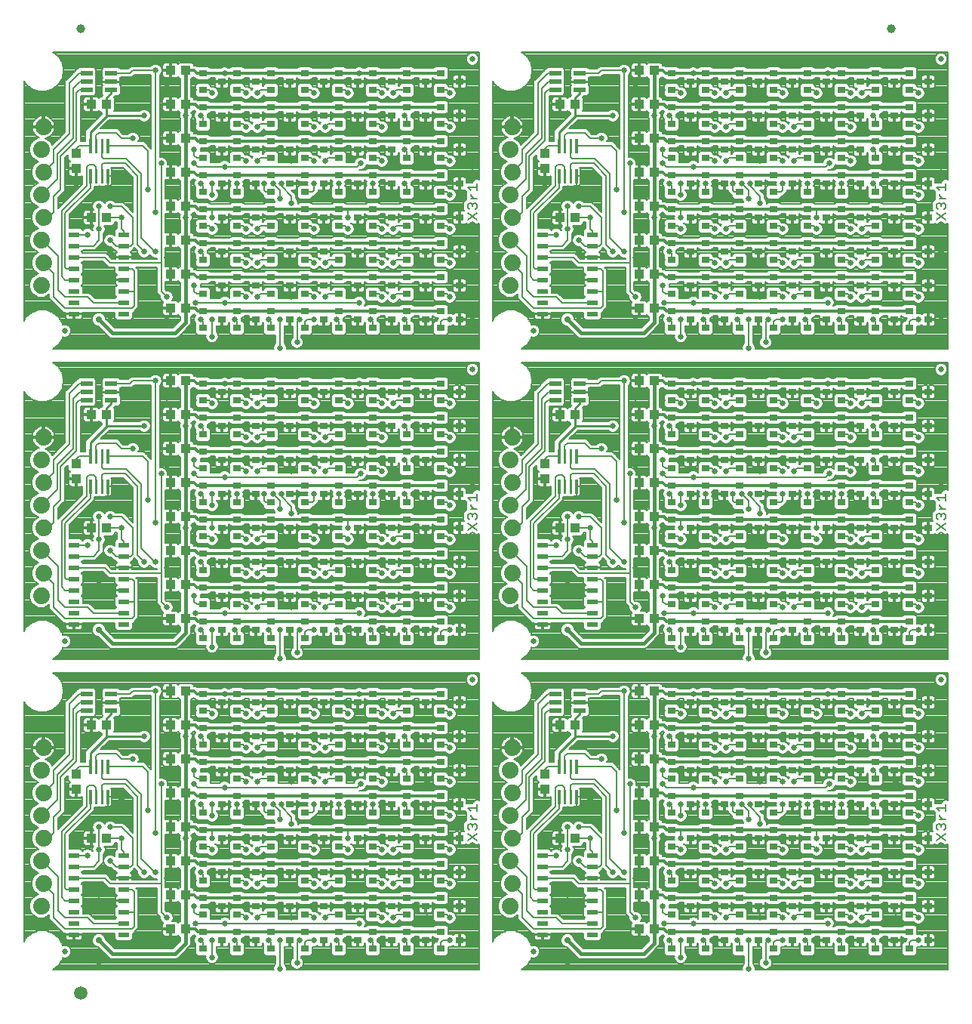
<source format=gtl>
G75*
%MOIN*%
%OFA0B0*%
%FSLAX25Y25*%
%IPPOS*%
%LPD*%
%AMOC8*
5,1,8,0,0,1.08239X$1,22.5*
%
%ADD10C,0.00800*%
%ADD11R,0.03543X0.03150*%
%ADD12R,0.05315X0.02165*%
%ADD13C,0.00197*%
%ADD14R,0.04724X0.02362*%
%ADD15C,0.07400*%
%ADD16R,0.04331X0.03937*%
%ADD17C,0.02500*%
%ADD18R,0.03937X0.04331*%
%ADD19C,0.03937*%
%ADD20C,0.05906*%
%ADD21C,0.00700*%
%ADD22C,0.02600*%
%ADD23C,0.01200*%
%ADD24C,0.01600*%
%ADD25C,0.01000*%
%ADD26C,0.00600*%
%ADD27C,0.02900*%
D10*
X0226396Y0087576D02*
X0230600Y0090378D01*
X0229899Y0092180D02*
X0230600Y0092880D01*
X0230600Y0094282D01*
X0229899Y0094982D01*
X0229199Y0094982D01*
X0228498Y0094282D01*
X0228498Y0093581D01*
X0228498Y0094282D02*
X0227798Y0094982D01*
X0227097Y0094982D01*
X0226396Y0094282D01*
X0226396Y0092880D01*
X0227097Y0092180D01*
X0226396Y0090378D02*
X0230600Y0087576D01*
X0230600Y0096784D02*
X0227798Y0096784D01*
X0229199Y0096784D02*
X0227798Y0098185D01*
X0227798Y0098885D01*
X0227798Y0100620D02*
X0226396Y0102021D01*
X0230600Y0102021D01*
X0230600Y0100620D02*
X0230600Y0103423D01*
X0230600Y0224576D02*
X0226396Y0227378D01*
X0227097Y0229180D02*
X0226396Y0229880D01*
X0226396Y0231282D01*
X0227097Y0231982D01*
X0227798Y0231982D01*
X0228498Y0231282D01*
X0229199Y0231982D01*
X0229899Y0231982D01*
X0230600Y0231282D01*
X0230600Y0229880D01*
X0229899Y0229180D01*
X0230600Y0227378D02*
X0226396Y0224576D01*
X0228498Y0230581D02*
X0228498Y0231282D01*
X0227798Y0233784D02*
X0230600Y0233784D01*
X0229199Y0233784D02*
X0227798Y0235185D01*
X0227798Y0235885D01*
X0227798Y0237620D02*
X0226396Y0239021D01*
X0230600Y0239021D01*
X0230600Y0237620D02*
X0230600Y0240423D01*
X0230600Y0361576D02*
X0226396Y0364378D01*
X0227097Y0366180D02*
X0226396Y0366880D01*
X0226396Y0368282D01*
X0227097Y0368982D01*
X0227798Y0368982D01*
X0228498Y0368282D01*
X0229199Y0368982D01*
X0229899Y0368982D01*
X0230600Y0368282D01*
X0230600Y0366880D01*
X0229899Y0366180D01*
X0230600Y0364378D02*
X0226396Y0361576D01*
X0228498Y0367581D02*
X0228498Y0368282D01*
X0227798Y0370784D02*
X0230600Y0370784D01*
X0229199Y0370784D02*
X0227798Y0372185D01*
X0227798Y0372885D01*
X0227798Y0374620D02*
X0226396Y0376021D01*
X0230600Y0376021D01*
X0230600Y0374620D02*
X0230600Y0377423D01*
X0433396Y0376021D02*
X0437600Y0376021D01*
X0437600Y0374620D02*
X0437600Y0377423D01*
X0434798Y0374620D02*
X0433396Y0376021D01*
X0434798Y0372885D02*
X0434798Y0372185D01*
X0436199Y0370784D01*
X0437600Y0370784D02*
X0434798Y0370784D01*
X0434798Y0368982D02*
X0435498Y0368282D01*
X0436199Y0368982D01*
X0436899Y0368982D01*
X0437600Y0368282D01*
X0437600Y0366880D01*
X0436899Y0366180D01*
X0437600Y0364378D02*
X0433396Y0361576D01*
X0433396Y0364378D02*
X0437600Y0361576D01*
X0434097Y0366180D02*
X0433396Y0366880D01*
X0433396Y0368282D01*
X0434097Y0368982D01*
X0434798Y0368982D01*
X0435498Y0368282D02*
X0435498Y0367581D01*
X0437600Y0240423D02*
X0437600Y0237620D01*
X0437600Y0239021D02*
X0433396Y0239021D01*
X0434798Y0237620D01*
X0434798Y0235885D02*
X0434798Y0235185D01*
X0436199Y0233784D01*
X0437600Y0233784D02*
X0434798Y0233784D01*
X0434798Y0231982D02*
X0435498Y0231282D01*
X0436199Y0231982D01*
X0436899Y0231982D01*
X0437600Y0231282D01*
X0437600Y0229880D01*
X0436899Y0229180D01*
X0437600Y0227378D02*
X0433396Y0224576D01*
X0433396Y0227378D02*
X0437600Y0224576D01*
X0434097Y0229180D02*
X0433396Y0229880D01*
X0433396Y0231282D01*
X0434097Y0231982D01*
X0434798Y0231982D01*
X0435498Y0231282D02*
X0435498Y0230581D01*
X0437600Y0103423D02*
X0437600Y0100620D01*
X0437600Y0102021D02*
X0433396Y0102021D01*
X0434798Y0100620D01*
X0434798Y0098885D02*
X0434798Y0098185D01*
X0436199Y0096784D01*
X0437600Y0096784D02*
X0434798Y0096784D01*
X0434798Y0094982D02*
X0435498Y0094282D01*
X0436199Y0094982D01*
X0436899Y0094982D01*
X0437600Y0094282D01*
X0437600Y0092880D01*
X0436899Y0092180D01*
X0437600Y0090378D02*
X0433396Y0087576D01*
X0433396Y0090378D02*
X0437600Y0087576D01*
X0434097Y0092180D02*
X0433396Y0092880D01*
X0433396Y0094282D01*
X0434097Y0094982D01*
X0434798Y0094982D01*
X0435498Y0094282D02*
X0435498Y0093581D01*
D11*
X0429831Y0088500D03*
X0421563Y0084760D03*
X0421563Y0077240D03*
X0414831Y0073500D03*
X0421563Y0069760D03*
X0421563Y0062240D03*
X0414831Y0058500D03*
X0421563Y0054760D03*
X0421563Y0047240D03*
X0414831Y0043500D03*
X0421563Y0039760D03*
X0429831Y0043500D03*
X0429831Y0058500D03*
X0429831Y0073500D03*
X0414831Y0088500D03*
X0421563Y0092240D03*
X0421563Y0099760D03*
X0414831Y0103500D03*
X0421563Y0107240D03*
X0421563Y0114760D03*
X0414831Y0118500D03*
X0421563Y0122240D03*
X0421563Y0129760D03*
X0414831Y0133500D03*
X0421563Y0137240D03*
X0421563Y0144760D03*
X0414831Y0148500D03*
X0421563Y0152240D03*
X0429831Y0148500D03*
X0429831Y0133500D03*
X0429831Y0118500D03*
X0429831Y0103500D03*
X0406563Y0099760D03*
X0406563Y0092240D03*
X0406563Y0084760D03*
X0406563Y0077240D03*
X0406563Y0069760D03*
X0406563Y0062240D03*
X0406563Y0054760D03*
X0406563Y0047240D03*
X0406563Y0039760D03*
X0399831Y0043500D03*
X0391563Y0039760D03*
X0384831Y0043500D03*
X0391563Y0047240D03*
X0391563Y0054760D03*
X0384831Y0058500D03*
X0391563Y0062240D03*
X0391563Y0069760D03*
X0384831Y0073500D03*
X0391563Y0077240D03*
X0391563Y0084760D03*
X0384831Y0088500D03*
X0391563Y0092240D03*
X0391563Y0099760D03*
X0384831Y0103500D03*
X0391563Y0107240D03*
X0391563Y0114760D03*
X0384831Y0118500D03*
X0391563Y0122240D03*
X0391563Y0129760D03*
X0384831Y0133500D03*
X0391563Y0137240D03*
X0391563Y0144760D03*
X0384831Y0148500D03*
X0391563Y0152240D03*
X0399831Y0148500D03*
X0406563Y0144760D03*
X0406563Y0137240D03*
X0406563Y0129760D03*
X0406563Y0122240D03*
X0406563Y0114760D03*
X0406563Y0107240D03*
X0399831Y0103500D03*
X0399831Y0088500D03*
X0399831Y0073500D03*
X0399831Y0058500D03*
X0376563Y0054760D03*
X0376563Y0047240D03*
X0369831Y0043500D03*
X0376563Y0039760D03*
X0361563Y0039760D03*
X0354831Y0043500D03*
X0361563Y0047240D03*
X0361563Y0054760D03*
X0354831Y0058500D03*
X0361563Y0062240D03*
X0361563Y0069760D03*
X0354831Y0073500D03*
X0361563Y0077240D03*
X0361563Y0084760D03*
X0354831Y0088500D03*
X0361563Y0092240D03*
X0361563Y0099760D03*
X0354831Y0103500D03*
X0361563Y0107240D03*
X0361563Y0114760D03*
X0354831Y0118500D03*
X0361563Y0122240D03*
X0361563Y0129760D03*
X0354831Y0133500D03*
X0361563Y0137240D03*
X0361563Y0144760D03*
X0354831Y0148500D03*
X0361563Y0152240D03*
X0369831Y0148500D03*
X0376563Y0144760D03*
X0376563Y0137240D03*
X0369831Y0133500D03*
X0376563Y0129760D03*
X0376563Y0122240D03*
X0369831Y0118500D03*
X0376563Y0114760D03*
X0376563Y0107240D03*
X0369831Y0103500D03*
X0376563Y0099760D03*
X0376563Y0092240D03*
X0369831Y0088500D03*
X0376563Y0084760D03*
X0376563Y0077240D03*
X0369831Y0073500D03*
X0376563Y0069760D03*
X0376563Y0062240D03*
X0369831Y0058500D03*
X0346563Y0054760D03*
X0346563Y0047240D03*
X0339831Y0043500D03*
X0346563Y0039760D03*
X0331563Y0039760D03*
X0324831Y0043500D03*
X0331563Y0047240D03*
X0331563Y0054760D03*
X0324831Y0058500D03*
X0331563Y0062240D03*
X0331563Y0069760D03*
X0324831Y0073500D03*
X0331563Y0077240D03*
X0331563Y0084760D03*
X0324831Y0088500D03*
X0331563Y0092240D03*
X0331563Y0099760D03*
X0324831Y0103500D03*
X0331563Y0107240D03*
X0331563Y0114760D03*
X0324831Y0118500D03*
X0331563Y0122240D03*
X0331563Y0129760D03*
X0324831Y0133500D03*
X0331563Y0137240D03*
X0331563Y0144760D03*
X0324831Y0148500D03*
X0331563Y0152240D03*
X0339831Y0148500D03*
X0346563Y0144760D03*
X0346563Y0137240D03*
X0339831Y0133500D03*
X0346563Y0129760D03*
X0346563Y0122240D03*
X0339831Y0118500D03*
X0346563Y0114760D03*
X0346563Y0107240D03*
X0339831Y0103500D03*
X0346563Y0099760D03*
X0346563Y0092240D03*
X0339831Y0088500D03*
X0346563Y0084760D03*
X0346563Y0077240D03*
X0339831Y0073500D03*
X0346563Y0069760D03*
X0346563Y0062240D03*
X0339831Y0058500D03*
X0316563Y0054760D03*
X0316563Y0047240D03*
X0316563Y0039760D03*
X0316563Y0062240D03*
X0316563Y0069760D03*
X0316563Y0077240D03*
X0316563Y0084760D03*
X0316563Y0092240D03*
X0316563Y0099760D03*
X0316563Y0107240D03*
X0316563Y0114760D03*
X0316563Y0122240D03*
X0316563Y0129760D03*
X0316563Y0137240D03*
X0316563Y0144760D03*
X0316563Y0152240D03*
X0316563Y0176760D03*
X0316563Y0184240D03*
X0316563Y0191760D03*
X0316563Y0199240D03*
X0316563Y0206760D03*
X0316563Y0214240D03*
X0316563Y0221760D03*
X0316563Y0229240D03*
X0316563Y0236760D03*
X0316563Y0244240D03*
X0316563Y0251760D03*
X0316563Y0259240D03*
X0316563Y0266760D03*
X0316563Y0274240D03*
X0316563Y0281760D03*
X0316563Y0289240D03*
X0324831Y0285500D03*
X0331563Y0281760D03*
X0331563Y0274240D03*
X0324831Y0270500D03*
X0331563Y0266760D03*
X0331563Y0259240D03*
X0324831Y0255500D03*
X0331563Y0251760D03*
X0331563Y0244240D03*
X0324831Y0240500D03*
X0331563Y0236760D03*
X0331563Y0229240D03*
X0324831Y0225500D03*
X0331563Y0221760D03*
X0331563Y0214240D03*
X0324831Y0210500D03*
X0331563Y0206760D03*
X0331563Y0199240D03*
X0324831Y0195500D03*
X0331563Y0191760D03*
X0331563Y0184240D03*
X0324831Y0180500D03*
X0331563Y0176760D03*
X0339831Y0180500D03*
X0346563Y0176760D03*
X0354831Y0180500D03*
X0361563Y0176760D03*
X0361563Y0184240D03*
X0361563Y0191760D03*
X0354831Y0195500D03*
X0361563Y0199240D03*
X0361563Y0206760D03*
X0354831Y0210500D03*
X0361563Y0214240D03*
X0361563Y0221760D03*
X0354831Y0225500D03*
X0361563Y0229240D03*
X0361563Y0236760D03*
X0354831Y0240500D03*
X0361563Y0244240D03*
X0361563Y0251760D03*
X0354831Y0255500D03*
X0361563Y0259240D03*
X0361563Y0266760D03*
X0354831Y0270500D03*
X0361563Y0274240D03*
X0361563Y0281760D03*
X0354831Y0285500D03*
X0361563Y0289240D03*
X0369831Y0285500D03*
X0376563Y0281760D03*
X0376563Y0274240D03*
X0369831Y0270500D03*
X0376563Y0266760D03*
X0376563Y0259240D03*
X0369831Y0255500D03*
X0376563Y0251760D03*
X0376563Y0244240D03*
X0369831Y0240500D03*
X0376563Y0236760D03*
X0376563Y0229240D03*
X0369831Y0225500D03*
X0376563Y0221760D03*
X0376563Y0214240D03*
X0369831Y0210500D03*
X0376563Y0206760D03*
X0376563Y0199240D03*
X0369831Y0195500D03*
X0376563Y0191760D03*
X0376563Y0184240D03*
X0369831Y0180500D03*
X0376563Y0176760D03*
X0384831Y0180500D03*
X0391563Y0176760D03*
X0399831Y0180500D03*
X0391563Y0184240D03*
X0391563Y0191760D03*
X0384831Y0195500D03*
X0391563Y0199240D03*
X0391563Y0206760D03*
X0384831Y0210500D03*
X0391563Y0214240D03*
X0391563Y0221760D03*
X0384831Y0225500D03*
X0391563Y0229240D03*
X0391563Y0236760D03*
X0384831Y0240500D03*
X0391563Y0244240D03*
X0391563Y0251760D03*
X0384831Y0255500D03*
X0391563Y0259240D03*
X0391563Y0266760D03*
X0384831Y0270500D03*
X0391563Y0274240D03*
X0391563Y0281760D03*
X0384831Y0285500D03*
X0391563Y0289240D03*
X0399831Y0285500D03*
X0406563Y0281760D03*
X0406563Y0274240D03*
X0414831Y0270500D03*
X0421563Y0266760D03*
X0421563Y0259240D03*
X0414831Y0255500D03*
X0421563Y0251760D03*
X0421563Y0244240D03*
X0414831Y0240500D03*
X0421563Y0236760D03*
X0421563Y0229240D03*
X0414831Y0225500D03*
X0421563Y0221760D03*
X0421563Y0214240D03*
X0414831Y0210500D03*
X0421563Y0206760D03*
X0421563Y0199240D03*
X0414831Y0195500D03*
X0421563Y0191760D03*
X0421563Y0184240D03*
X0414831Y0180500D03*
X0421563Y0176760D03*
X0429831Y0180500D03*
X0429831Y0195500D03*
X0429831Y0210500D03*
X0429831Y0225500D03*
X0429831Y0240500D03*
X0429831Y0255500D03*
X0429831Y0270500D03*
X0421563Y0274240D03*
X0421563Y0281760D03*
X0414831Y0285500D03*
X0421563Y0289240D03*
X0429831Y0285500D03*
X0406563Y0289240D03*
X0399831Y0270500D03*
X0406563Y0266760D03*
X0406563Y0259240D03*
X0406563Y0251760D03*
X0406563Y0244240D03*
X0406563Y0236760D03*
X0406563Y0229240D03*
X0406563Y0221760D03*
X0406563Y0214240D03*
X0406563Y0206760D03*
X0406563Y0199240D03*
X0406563Y0191760D03*
X0406563Y0184240D03*
X0406563Y0176760D03*
X0399831Y0195500D03*
X0399831Y0210500D03*
X0399831Y0225500D03*
X0399831Y0240500D03*
X0399831Y0255500D03*
X0376563Y0289240D03*
X0376563Y0313760D03*
X0376563Y0321240D03*
X0369831Y0317500D03*
X0361563Y0313760D03*
X0361563Y0321240D03*
X0354831Y0317500D03*
X0346563Y0321240D03*
X0346563Y0313760D03*
X0339831Y0317500D03*
X0331563Y0313760D03*
X0331563Y0321240D03*
X0324831Y0317500D03*
X0316563Y0313760D03*
X0316563Y0321240D03*
X0316563Y0328760D03*
X0316563Y0336240D03*
X0316563Y0343760D03*
X0316563Y0351240D03*
X0316563Y0358760D03*
X0316563Y0366240D03*
X0316563Y0373760D03*
X0316563Y0381240D03*
X0316563Y0388760D03*
X0316563Y0396240D03*
X0316563Y0403760D03*
X0316563Y0411240D03*
X0316563Y0418760D03*
X0316563Y0426240D03*
X0324831Y0422500D03*
X0331563Y0418760D03*
X0331563Y0411240D03*
X0324831Y0407500D03*
X0331563Y0403760D03*
X0331563Y0396240D03*
X0324831Y0392500D03*
X0331563Y0388760D03*
X0331563Y0381240D03*
X0324831Y0377500D03*
X0331563Y0373760D03*
X0331563Y0366240D03*
X0324831Y0362500D03*
X0331563Y0358760D03*
X0331563Y0351240D03*
X0331563Y0343760D03*
X0324831Y0347500D03*
X0331563Y0336240D03*
X0331563Y0328760D03*
X0324831Y0332500D03*
X0339831Y0332500D03*
X0346563Y0336240D03*
X0346563Y0328760D03*
X0354831Y0332500D03*
X0361563Y0336240D03*
X0361563Y0328760D03*
X0369831Y0332500D03*
X0376563Y0336240D03*
X0376563Y0328760D03*
X0384831Y0332500D03*
X0391563Y0336240D03*
X0391563Y0328760D03*
X0399831Y0332500D03*
X0406563Y0328760D03*
X0406563Y0336240D03*
X0414831Y0332500D03*
X0421563Y0336240D03*
X0421563Y0328760D03*
X0421563Y0321240D03*
X0421563Y0313760D03*
X0414831Y0317500D03*
X0406563Y0321240D03*
X0406563Y0313760D03*
X0399831Y0317500D03*
X0391563Y0321240D03*
X0391563Y0313760D03*
X0384831Y0317500D03*
X0391563Y0343760D03*
X0391563Y0351240D03*
X0391563Y0358760D03*
X0384831Y0362500D03*
X0391563Y0366240D03*
X0391563Y0373760D03*
X0384831Y0377500D03*
X0391563Y0381240D03*
X0391563Y0388760D03*
X0384831Y0392500D03*
X0391563Y0396240D03*
X0391563Y0403760D03*
X0384831Y0407500D03*
X0391563Y0411240D03*
X0391563Y0418760D03*
X0384831Y0422500D03*
X0391563Y0426240D03*
X0399831Y0422500D03*
X0406563Y0418760D03*
X0406563Y0411240D03*
X0414831Y0407500D03*
X0421563Y0403760D03*
X0421563Y0396240D03*
X0414831Y0392500D03*
X0421563Y0388760D03*
X0421563Y0381240D03*
X0414831Y0377500D03*
X0421563Y0373760D03*
X0421563Y0366240D03*
X0414831Y0362500D03*
X0421563Y0358760D03*
X0421563Y0351240D03*
X0421563Y0343760D03*
X0414831Y0347500D03*
X0406563Y0351240D03*
X0406563Y0343760D03*
X0399831Y0347500D03*
X0406563Y0358760D03*
X0406563Y0366240D03*
X0406563Y0373760D03*
X0406563Y0381240D03*
X0406563Y0388760D03*
X0406563Y0396240D03*
X0406563Y0403760D03*
X0399831Y0407500D03*
X0399831Y0392500D03*
X0399831Y0377500D03*
X0399831Y0362500D03*
X0384831Y0347500D03*
X0376563Y0343760D03*
X0376563Y0351240D03*
X0376563Y0358760D03*
X0369831Y0362500D03*
X0376563Y0366240D03*
X0376563Y0373760D03*
X0369831Y0377500D03*
X0376563Y0381240D03*
X0376563Y0388760D03*
X0369831Y0392500D03*
X0376563Y0396240D03*
X0376563Y0403760D03*
X0369831Y0407500D03*
X0376563Y0411240D03*
X0376563Y0418760D03*
X0369831Y0422500D03*
X0376563Y0426240D03*
X0361563Y0426240D03*
X0354831Y0422500D03*
X0361563Y0418760D03*
X0361563Y0411240D03*
X0354831Y0407500D03*
X0361563Y0403760D03*
X0361563Y0396240D03*
X0354831Y0392500D03*
X0361563Y0388760D03*
X0361563Y0381240D03*
X0354831Y0377500D03*
X0361563Y0373760D03*
X0361563Y0366240D03*
X0354831Y0362500D03*
X0361563Y0358760D03*
X0361563Y0351240D03*
X0361563Y0343760D03*
X0354831Y0347500D03*
X0346563Y0351240D03*
X0346563Y0343760D03*
X0339831Y0347500D03*
X0346563Y0358760D03*
X0339831Y0362500D03*
X0346563Y0366240D03*
X0346563Y0373760D03*
X0339831Y0377500D03*
X0346563Y0381240D03*
X0346563Y0388760D03*
X0339831Y0392500D03*
X0346563Y0396240D03*
X0346563Y0403760D03*
X0339831Y0407500D03*
X0346563Y0411240D03*
X0346563Y0418760D03*
X0339831Y0422500D03*
X0346563Y0426240D03*
X0331563Y0426240D03*
X0406563Y0426240D03*
X0414831Y0422500D03*
X0421563Y0418760D03*
X0421563Y0411240D03*
X0429831Y0407500D03*
X0429831Y0392500D03*
X0429831Y0377500D03*
X0429831Y0362500D03*
X0429831Y0347500D03*
X0429831Y0332500D03*
X0429831Y0317500D03*
X0369831Y0347500D03*
X0346563Y0289240D03*
X0339831Y0285500D03*
X0346563Y0281760D03*
X0346563Y0274240D03*
X0339831Y0270500D03*
X0346563Y0266760D03*
X0346563Y0259240D03*
X0339831Y0255500D03*
X0346563Y0251760D03*
X0346563Y0244240D03*
X0339831Y0240500D03*
X0346563Y0236760D03*
X0346563Y0229240D03*
X0339831Y0225500D03*
X0346563Y0221760D03*
X0346563Y0214240D03*
X0339831Y0210500D03*
X0346563Y0206760D03*
X0346563Y0199240D03*
X0339831Y0195500D03*
X0346563Y0191760D03*
X0346563Y0184240D03*
X0346563Y0152240D03*
X0376563Y0152240D03*
X0399831Y0133500D03*
X0399831Y0118500D03*
X0406563Y0152240D03*
X0331563Y0289240D03*
X0222831Y0285500D03*
X0214563Y0281760D03*
X0214563Y0274240D03*
X0222831Y0270500D03*
X0214563Y0266760D03*
X0214563Y0259240D03*
X0222831Y0255500D03*
X0214563Y0251760D03*
X0214563Y0244240D03*
X0222831Y0240500D03*
X0214563Y0236760D03*
X0214563Y0229240D03*
X0222831Y0225500D03*
X0214563Y0221760D03*
X0214563Y0214240D03*
X0222831Y0210500D03*
X0214563Y0206760D03*
X0214563Y0199240D03*
X0222831Y0195500D03*
X0214563Y0191760D03*
X0214563Y0184240D03*
X0222831Y0180500D03*
X0214563Y0176760D03*
X0207831Y0180500D03*
X0199563Y0176760D03*
X0192831Y0180500D03*
X0199563Y0184240D03*
X0199563Y0191760D03*
X0192831Y0195500D03*
X0199563Y0199240D03*
X0199563Y0206760D03*
X0192831Y0210500D03*
X0199563Y0214240D03*
X0199563Y0221760D03*
X0192831Y0225500D03*
X0199563Y0229240D03*
X0199563Y0236760D03*
X0192831Y0240500D03*
X0199563Y0244240D03*
X0199563Y0251760D03*
X0192831Y0255500D03*
X0199563Y0259240D03*
X0199563Y0266760D03*
X0192831Y0270500D03*
X0199563Y0274240D03*
X0199563Y0281760D03*
X0192831Y0285500D03*
X0199563Y0289240D03*
X0207831Y0285500D03*
X0214563Y0289240D03*
X0207831Y0270500D03*
X0207831Y0255500D03*
X0207831Y0240500D03*
X0207831Y0225500D03*
X0207831Y0210500D03*
X0207831Y0195500D03*
X0184563Y0191760D03*
X0184563Y0184240D03*
X0177831Y0180500D03*
X0184563Y0176760D03*
X0169563Y0176760D03*
X0162831Y0180500D03*
X0169563Y0184240D03*
X0169563Y0191760D03*
X0162831Y0195500D03*
X0169563Y0199240D03*
X0169563Y0206760D03*
X0162831Y0210500D03*
X0169563Y0214240D03*
X0169563Y0221760D03*
X0162831Y0225500D03*
X0169563Y0229240D03*
X0169563Y0236760D03*
X0162831Y0240500D03*
X0169563Y0244240D03*
X0169563Y0251760D03*
X0162831Y0255500D03*
X0169563Y0259240D03*
X0169563Y0266760D03*
X0162831Y0270500D03*
X0169563Y0274240D03*
X0169563Y0281760D03*
X0162831Y0285500D03*
X0169563Y0289240D03*
X0177831Y0285500D03*
X0184563Y0281760D03*
X0184563Y0274240D03*
X0177831Y0270500D03*
X0184563Y0266760D03*
X0184563Y0259240D03*
X0177831Y0255500D03*
X0184563Y0251760D03*
X0184563Y0244240D03*
X0177831Y0240500D03*
X0184563Y0236760D03*
X0184563Y0229240D03*
X0177831Y0225500D03*
X0184563Y0221760D03*
X0184563Y0214240D03*
X0177831Y0210500D03*
X0184563Y0206760D03*
X0184563Y0199240D03*
X0177831Y0195500D03*
X0154563Y0191760D03*
X0154563Y0184240D03*
X0154563Y0176760D03*
X0147831Y0180500D03*
X0139563Y0176760D03*
X0132831Y0180500D03*
X0139563Y0184240D03*
X0139563Y0191760D03*
X0132831Y0195500D03*
X0139563Y0199240D03*
X0139563Y0206760D03*
X0132831Y0210500D03*
X0139563Y0214240D03*
X0139563Y0221760D03*
X0132831Y0225500D03*
X0139563Y0229240D03*
X0139563Y0236760D03*
X0132831Y0240500D03*
X0139563Y0244240D03*
X0139563Y0251760D03*
X0132831Y0255500D03*
X0139563Y0259240D03*
X0139563Y0266760D03*
X0132831Y0270500D03*
X0139563Y0274240D03*
X0139563Y0281760D03*
X0132831Y0285500D03*
X0139563Y0289240D03*
X0147831Y0285500D03*
X0154563Y0281760D03*
X0154563Y0274240D03*
X0154563Y0266760D03*
X0154563Y0259240D03*
X0154563Y0251760D03*
X0154563Y0244240D03*
X0154563Y0236760D03*
X0154563Y0229240D03*
X0154563Y0221760D03*
X0154563Y0214240D03*
X0154563Y0206760D03*
X0154563Y0199240D03*
X0147831Y0195500D03*
X0147831Y0210500D03*
X0147831Y0225500D03*
X0147831Y0240500D03*
X0147831Y0255500D03*
X0147831Y0270500D03*
X0154563Y0289240D03*
X0154563Y0313760D03*
X0154563Y0321240D03*
X0162831Y0317500D03*
X0169563Y0321240D03*
X0169563Y0313760D03*
X0177831Y0317500D03*
X0184563Y0321240D03*
X0184563Y0313760D03*
X0192831Y0317500D03*
X0199563Y0321240D03*
X0199563Y0313760D03*
X0207831Y0317500D03*
X0214563Y0313760D03*
X0214563Y0321240D03*
X0222831Y0317500D03*
X0214563Y0328760D03*
X0214563Y0336240D03*
X0222831Y0332500D03*
X0214563Y0343760D03*
X0214563Y0351240D03*
X0214563Y0358760D03*
X0222831Y0362500D03*
X0214563Y0366240D03*
X0214563Y0373760D03*
X0222831Y0377500D03*
X0214563Y0381240D03*
X0214563Y0388760D03*
X0222831Y0392500D03*
X0214563Y0396240D03*
X0214563Y0403760D03*
X0222831Y0407500D03*
X0214563Y0411240D03*
X0214563Y0418760D03*
X0222831Y0422500D03*
X0214563Y0426240D03*
X0207831Y0422500D03*
X0199563Y0418760D03*
X0199563Y0411240D03*
X0192831Y0407500D03*
X0199563Y0403760D03*
X0199563Y0396240D03*
X0192831Y0392500D03*
X0199563Y0388760D03*
X0199563Y0381240D03*
X0192831Y0377500D03*
X0199563Y0373760D03*
X0199563Y0366240D03*
X0192831Y0362500D03*
X0199563Y0358760D03*
X0199563Y0351240D03*
X0199563Y0343760D03*
X0192831Y0347500D03*
X0184563Y0343760D03*
X0184563Y0351240D03*
X0184563Y0358760D03*
X0177831Y0362500D03*
X0184563Y0366240D03*
X0184563Y0373760D03*
X0177831Y0377500D03*
X0184563Y0381240D03*
X0184563Y0388760D03*
X0177831Y0392500D03*
X0184563Y0396240D03*
X0184563Y0403760D03*
X0177831Y0407500D03*
X0184563Y0411240D03*
X0184563Y0418760D03*
X0177831Y0422500D03*
X0184563Y0426240D03*
X0192831Y0422500D03*
X0199563Y0426240D03*
X0207831Y0407500D03*
X0207831Y0392500D03*
X0207831Y0377500D03*
X0207831Y0362500D03*
X0207831Y0347500D03*
X0199563Y0336240D03*
X0199563Y0328760D03*
X0192831Y0332500D03*
X0184563Y0328760D03*
X0184563Y0336240D03*
X0177831Y0332500D03*
X0169563Y0328760D03*
X0169563Y0336240D03*
X0162831Y0332500D03*
X0154563Y0336240D03*
X0154563Y0328760D03*
X0147831Y0332500D03*
X0139563Y0336240D03*
X0139563Y0328760D03*
X0132831Y0332500D03*
X0124563Y0328760D03*
X0124563Y0336240D03*
X0117831Y0332500D03*
X0109563Y0328760D03*
X0109563Y0336240D03*
X0109563Y0343760D03*
X0109563Y0351240D03*
X0109563Y0358760D03*
X0109563Y0366240D03*
X0109563Y0373760D03*
X0109563Y0381240D03*
X0109563Y0388760D03*
X0109563Y0396240D03*
X0109563Y0403760D03*
X0109563Y0411240D03*
X0109563Y0418760D03*
X0109563Y0426240D03*
X0117831Y0422500D03*
X0124563Y0418760D03*
X0124563Y0411240D03*
X0117831Y0407500D03*
X0124563Y0403760D03*
X0124563Y0396240D03*
X0117831Y0392500D03*
X0124563Y0388760D03*
X0124563Y0381240D03*
X0117831Y0377500D03*
X0124563Y0373760D03*
X0124563Y0366240D03*
X0117831Y0362500D03*
X0124563Y0358760D03*
X0124563Y0351240D03*
X0124563Y0343760D03*
X0117831Y0347500D03*
X0132831Y0347500D03*
X0139563Y0351240D03*
X0139563Y0343760D03*
X0147831Y0347500D03*
X0154563Y0343760D03*
X0154563Y0351240D03*
X0154563Y0358760D03*
X0162831Y0362500D03*
X0169563Y0358760D03*
X0169563Y0351240D03*
X0169563Y0343760D03*
X0162831Y0347500D03*
X0177831Y0347500D03*
X0169563Y0366240D03*
X0169563Y0373760D03*
X0162831Y0377500D03*
X0169563Y0381240D03*
X0169563Y0388760D03*
X0162831Y0392500D03*
X0169563Y0396240D03*
X0169563Y0403760D03*
X0162831Y0407500D03*
X0169563Y0411240D03*
X0169563Y0418760D03*
X0162831Y0422500D03*
X0169563Y0426240D03*
X0154563Y0426240D03*
X0154563Y0418760D03*
X0154563Y0411240D03*
X0154563Y0403760D03*
X0154563Y0396240D03*
X0154563Y0388760D03*
X0154563Y0381240D03*
X0154563Y0373760D03*
X0154563Y0366240D03*
X0147831Y0362500D03*
X0139563Y0358760D03*
X0132831Y0362500D03*
X0139563Y0366240D03*
X0139563Y0373760D03*
X0132831Y0377500D03*
X0139563Y0381240D03*
X0139563Y0388760D03*
X0132831Y0392500D03*
X0139563Y0396240D03*
X0139563Y0403760D03*
X0132831Y0407500D03*
X0139563Y0411240D03*
X0139563Y0418760D03*
X0132831Y0422500D03*
X0139563Y0426240D03*
X0147831Y0422500D03*
X0147831Y0407500D03*
X0147831Y0392500D03*
X0147831Y0377500D03*
X0124563Y0426240D03*
X0222831Y0347500D03*
X0207831Y0332500D03*
X0184563Y0289240D03*
X0147831Y0317500D03*
X0139563Y0321240D03*
X0139563Y0313760D03*
X0132831Y0317500D03*
X0124563Y0313760D03*
X0124563Y0321240D03*
X0117831Y0317500D03*
X0109563Y0313760D03*
X0109563Y0321240D03*
X0109563Y0289240D03*
X0109563Y0281760D03*
X0109563Y0274240D03*
X0109563Y0266760D03*
X0109563Y0259240D03*
X0109563Y0251760D03*
X0109563Y0244240D03*
X0109563Y0236760D03*
X0109563Y0229240D03*
X0109563Y0221760D03*
X0109563Y0214240D03*
X0109563Y0206760D03*
X0109563Y0199240D03*
X0109563Y0191760D03*
X0109563Y0184240D03*
X0109563Y0176760D03*
X0117831Y0180500D03*
X0124563Y0176760D03*
X0124563Y0184240D03*
X0124563Y0191760D03*
X0117831Y0195500D03*
X0124563Y0199240D03*
X0124563Y0206760D03*
X0117831Y0210500D03*
X0124563Y0214240D03*
X0124563Y0221760D03*
X0117831Y0225500D03*
X0124563Y0229240D03*
X0124563Y0236760D03*
X0117831Y0240500D03*
X0124563Y0244240D03*
X0124563Y0251760D03*
X0117831Y0255500D03*
X0124563Y0259240D03*
X0124563Y0266760D03*
X0117831Y0270500D03*
X0124563Y0274240D03*
X0124563Y0281760D03*
X0117831Y0285500D03*
X0124563Y0289240D03*
X0124563Y0152240D03*
X0117831Y0148500D03*
X0124563Y0144760D03*
X0124563Y0137240D03*
X0117831Y0133500D03*
X0124563Y0129760D03*
X0124563Y0122240D03*
X0117831Y0118500D03*
X0124563Y0114760D03*
X0124563Y0107240D03*
X0117831Y0103500D03*
X0124563Y0099760D03*
X0124563Y0092240D03*
X0117831Y0088500D03*
X0124563Y0084760D03*
X0124563Y0077240D03*
X0117831Y0073500D03*
X0124563Y0069760D03*
X0124563Y0062240D03*
X0117831Y0058500D03*
X0124563Y0054760D03*
X0124563Y0047240D03*
X0117831Y0043500D03*
X0124563Y0039760D03*
X0132831Y0043500D03*
X0139563Y0039760D03*
X0147831Y0043500D03*
X0139563Y0047240D03*
X0139563Y0054760D03*
X0132831Y0058500D03*
X0139563Y0062240D03*
X0139563Y0069760D03*
X0132831Y0073500D03*
X0139563Y0077240D03*
X0139563Y0084760D03*
X0132831Y0088500D03*
X0139563Y0092240D03*
X0139563Y0099760D03*
X0132831Y0103500D03*
X0139563Y0107240D03*
X0139563Y0114760D03*
X0132831Y0118500D03*
X0139563Y0122240D03*
X0139563Y0129760D03*
X0132831Y0133500D03*
X0139563Y0137240D03*
X0139563Y0144760D03*
X0132831Y0148500D03*
X0139563Y0152240D03*
X0147831Y0148500D03*
X0154563Y0144760D03*
X0154563Y0137240D03*
X0162831Y0133500D03*
X0169563Y0129760D03*
X0169563Y0122240D03*
X0162831Y0118500D03*
X0169563Y0114760D03*
X0169563Y0107240D03*
X0162831Y0103500D03*
X0169563Y0099760D03*
X0169563Y0092240D03*
X0162831Y0088500D03*
X0169563Y0084760D03*
X0169563Y0077240D03*
X0162831Y0073500D03*
X0169563Y0069760D03*
X0169563Y0062240D03*
X0162831Y0058500D03*
X0169563Y0054760D03*
X0169563Y0047240D03*
X0162831Y0043500D03*
X0169563Y0039760D03*
X0177831Y0043500D03*
X0184563Y0039760D03*
X0184563Y0047240D03*
X0184563Y0054760D03*
X0177831Y0058500D03*
X0184563Y0062240D03*
X0184563Y0069760D03*
X0177831Y0073500D03*
X0184563Y0077240D03*
X0184563Y0084760D03*
X0177831Y0088500D03*
X0184563Y0092240D03*
X0184563Y0099760D03*
X0177831Y0103500D03*
X0184563Y0107240D03*
X0184563Y0114760D03*
X0177831Y0118500D03*
X0184563Y0122240D03*
X0184563Y0129760D03*
X0177831Y0133500D03*
X0184563Y0137240D03*
X0184563Y0144760D03*
X0177831Y0148500D03*
X0184563Y0152240D03*
X0192831Y0148500D03*
X0199563Y0144760D03*
X0199563Y0137240D03*
X0192831Y0133500D03*
X0199563Y0129760D03*
X0199563Y0122240D03*
X0192831Y0118500D03*
X0199563Y0114760D03*
X0199563Y0107240D03*
X0192831Y0103500D03*
X0199563Y0099760D03*
X0199563Y0092240D03*
X0192831Y0088500D03*
X0199563Y0084760D03*
X0199563Y0077240D03*
X0192831Y0073500D03*
X0199563Y0069760D03*
X0199563Y0062240D03*
X0192831Y0058500D03*
X0199563Y0054760D03*
X0199563Y0047240D03*
X0192831Y0043500D03*
X0199563Y0039760D03*
X0207831Y0043500D03*
X0214563Y0039760D03*
X0222831Y0043500D03*
X0214563Y0047240D03*
X0214563Y0054760D03*
X0222831Y0058500D03*
X0214563Y0062240D03*
X0214563Y0069760D03*
X0222831Y0073500D03*
X0214563Y0077240D03*
X0214563Y0084760D03*
X0222831Y0088500D03*
X0214563Y0092240D03*
X0214563Y0099760D03*
X0222831Y0103500D03*
X0214563Y0107240D03*
X0214563Y0114760D03*
X0222831Y0118500D03*
X0214563Y0122240D03*
X0214563Y0129760D03*
X0222831Y0133500D03*
X0214563Y0137240D03*
X0214563Y0144760D03*
X0222831Y0148500D03*
X0214563Y0152240D03*
X0207831Y0148500D03*
X0199563Y0152240D03*
X0207831Y0133500D03*
X0207831Y0118500D03*
X0207831Y0103500D03*
X0207831Y0088500D03*
X0207831Y0073500D03*
X0207831Y0058500D03*
X0154563Y0054760D03*
X0154563Y0047240D03*
X0154563Y0039760D03*
X0147831Y0058500D03*
X0154563Y0062240D03*
X0154563Y0069760D03*
X0154563Y0077240D03*
X0154563Y0084760D03*
X0154563Y0092240D03*
X0154563Y0099760D03*
X0154563Y0107240D03*
X0154563Y0114760D03*
X0154563Y0122240D03*
X0154563Y0129760D03*
X0147831Y0133500D03*
X0147831Y0118500D03*
X0147831Y0103500D03*
X0147831Y0088500D03*
X0147831Y0073500D03*
X0109563Y0069760D03*
X0109563Y0062240D03*
X0109563Y0054760D03*
X0109563Y0047240D03*
X0109563Y0039760D03*
X0109563Y0077240D03*
X0109563Y0084760D03*
X0109563Y0092240D03*
X0109563Y0099760D03*
X0109563Y0107240D03*
X0109563Y0114760D03*
X0109563Y0122240D03*
X0109563Y0129760D03*
X0109563Y0137240D03*
X0109563Y0144760D03*
X0109563Y0152240D03*
X0154563Y0152240D03*
X0162831Y0148500D03*
X0169563Y0144760D03*
X0169563Y0137240D03*
X0169563Y0152240D03*
X0429831Y0422500D03*
X0421563Y0426240D03*
D12*
X0275914Y0426240D03*
X0275914Y0422500D03*
X0275914Y0418760D03*
X0265086Y0418760D03*
X0265086Y0422500D03*
X0265086Y0426240D03*
X0265086Y0289240D03*
X0265086Y0285500D03*
X0265086Y0281760D03*
X0275914Y0281760D03*
X0275914Y0285500D03*
X0275914Y0289240D03*
X0275914Y0152240D03*
X0275914Y0148500D03*
X0275914Y0144760D03*
X0265086Y0144760D03*
X0265086Y0148500D03*
X0265086Y0152240D03*
X0068914Y0152240D03*
X0068914Y0148500D03*
X0068914Y0144760D03*
X0058086Y0144760D03*
X0058086Y0148500D03*
X0058086Y0152240D03*
X0058086Y0281760D03*
X0058086Y0285500D03*
X0058086Y0289240D03*
X0068914Y0289240D03*
X0068914Y0285500D03*
X0068914Y0281760D03*
X0068914Y0418760D03*
X0068914Y0422500D03*
X0068914Y0426240D03*
X0058086Y0426240D03*
X0058086Y0422500D03*
X0058086Y0418760D03*
D13*
X0060055Y0397146D02*
X0060055Y0391240D01*
X0059267Y0391240D01*
X0059267Y0397146D01*
X0060055Y0397146D01*
X0060055Y0391436D02*
X0059267Y0391436D01*
X0059267Y0391632D02*
X0060055Y0391632D01*
X0060055Y0391828D02*
X0059267Y0391828D01*
X0059267Y0392024D02*
X0060055Y0392024D01*
X0060055Y0392220D02*
X0059267Y0392220D01*
X0059267Y0392416D02*
X0060055Y0392416D01*
X0060055Y0392612D02*
X0059267Y0392612D01*
X0059267Y0392808D02*
X0060055Y0392808D01*
X0060055Y0393004D02*
X0059267Y0393004D01*
X0059267Y0393200D02*
X0060055Y0393200D01*
X0060055Y0393396D02*
X0059267Y0393396D01*
X0059267Y0393592D02*
X0060055Y0393592D01*
X0060055Y0393788D02*
X0059267Y0393788D01*
X0059267Y0393984D02*
X0060055Y0393984D01*
X0060055Y0394180D02*
X0059267Y0394180D01*
X0059267Y0394376D02*
X0060055Y0394376D01*
X0060055Y0394572D02*
X0059267Y0394572D01*
X0059267Y0394768D02*
X0060055Y0394768D01*
X0060055Y0394964D02*
X0059267Y0394964D01*
X0059267Y0395160D02*
X0060055Y0395160D01*
X0060055Y0395356D02*
X0059267Y0395356D01*
X0059267Y0395552D02*
X0060055Y0395552D01*
X0060055Y0395748D02*
X0059267Y0395748D01*
X0059267Y0395944D02*
X0060055Y0395944D01*
X0060055Y0396140D02*
X0059267Y0396140D01*
X0059267Y0396336D02*
X0060055Y0396336D01*
X0060055Y0396532D02*
X0059267Y0396532D01*
X0059267Y0396728D02*
X0060055Y0396728D01*
X0060055Y0396924D02*
X0059267Y0396924D01*
X0059267Y0397120D02*
X0060055Y0397120D01*
X0062614Y0397146D02*
X0062614Y0391240D01*
X0061826Y0391240D01*
X0061826Y0397146D01*
X0062614Y0397146D01*
X0062614Y0391436D02*
X0061826Y0391436D01*
X0061826Y0391632D02*
X0062614Y0391632D01*
X0062614Y0391828D02*
X0061826Y0391828D01*
X0061826Y0392024D02*
X0062614Y0392024D01*
X0062614Y0392220D02*
X0061826Y0392220D01*
X0061826Y0392416D02*
X0062614Y0392416D01*
X0062614Y0392612D02*
X0061826Y0392612D01*
X0061826Y0392808D02*
X0062614Y0392808D01*
X0062614Y0393004D02*
X0061826Y0393004D01*
X0061826Y0393200D02*
X0062614Y0393200D01*
X0062614Y0393396D02*
X0061826Y0393396D01*
X0061826Y0393592D02*
X0062614Y0393592D01*
X0062614Y0393788D02*
X0061826Y0393788D01*
X0061826Y0393984D02*
X0062614Y0393984D01*
X0062614Y0394180D02*
X0061826Y0394180D01*
X0061826Y0394376D02*
X0062614Y0394376D01*
X0062614Y0394572D02*
X0061826Y0394572D01*
X0061826Y0394768D02*
X0062614Y0394768D01*
X0062614Y0394964D02*
X0061826Y0394964D01*
X0061826Y0395160D02*
X0062614Y0395160D01*
X0062614Y0395356D02*
X0061826Y0395356D01*
X0061826Y0395552D02*
X0062614Y0395552D01*
X0062614Y0395748D02*
X0061826Y0395748D01*
X0061826Y0395944D02*
X0062614Y0395944D01*
X0062614Y0396140D02*
X0061826Y0396140D01*
X0061826Y0396336D02*
X0062614Y0396336D01*
X0062614Y0396532D02*
X0061826Y0396532D01*
X0061826Y0396728D02*
X0062614Y0396728D01*
X0062614Y0396924D02*
X0061826Y0396924D01*
X0061826Y0397120D02*
X0062614Y0397120D01*
X0065174Y0397146D02*
X0065174Y0391240D01*
X0064386Y0391240D01*
X0064386Y0397146D01*
X0065174Y0397146D01*
X0065174Y0391436D02*
X0064386Y0391436D01*
X0064386Y0391632D02*
X0065174Y0391632D01*
X0065174Y0391828D02*
X0064386Y0391828D01*
X0064386Y0392024D02*
X0065174Y0392024D01*
X0065174Y0392220D02*
X0064386Y0392220D01*
X0064386Y0392416D02*
X0065174Y0392416D01*
X0065174Y0392612D02*
X0064386Y0392612D01*
X0064386Y0392808D02*
X0065174Y0392808D01*
X0065174Y0393004D02*
X0064386Y0393004D01*
X0064386Y0393200D02*
X0065174Y0393200D01*
X0065174Y0393396D02*
X0064386Y0393396D01*
X0064386Y0393592D02*
X0065174Y0393592D01*
X0065174Y0393788D02*
X0064386Y0393788D01*
X0064386Y0393984D02*
X0065174Y0393984D01*
X0065174Y0394180D02*
X0064386Y0394180D01*
X0064386Y0394376D02*
X0065174Y0394376D01*
X0065174Y0394572D02*
X0064386Y0394572D01*
X0064386Y0394768D02*
X0065174Y0394768D01*
X0065174Y0394964D02*
X0064386Y0394964D01*
X0064386Y0395160D02*
X0065174Y0395160D01*
X0065174Y0395356D02*
X0064386Y0395356D01*
X0064386Y0395552D02*
X0065174Y0395552D01*
X0065174Y0395748D02*
X0064386Y0395748D01*
X0064386Y0395944D02*
X0065174Y0395944D01*
X0065174Y0396140D02*
X0064386Y0396140D01*
X0064386Y0396336D02*
X0065174Y0396336D01*
X0065174Y0396532D02*
X0064386Y0396532D01*
X0064386Y0396728D02*
X0065174Y0396728D01*
X0065174Y0396924D02*
X0064386Y0396924D01*
X0064386Y0397120D02*
X0065174Y0397120D01*
X0067733Y0397146D02*
X0067733Y0391240D01*
X0066945Y0391240D01*
X0066945Y0397146D01*
X0067733Y0397146D01*
X0067733Y0391436D02*
X0066945Y0391436D01*
X0066945Y0391632D02*
X0067733Y0391632D01*
X0067733Y0391828D02*
X0066945Y0391828D01*
X0066945Y0392024D02*
X0067733Y0392024D01*
X0067733Y0392220D02*
X0066945Y0392220D01*
X0066945Y0392416D02*
X0067733Y0392416D01*
X0067733Y0392612D02*
X0066945Y0392612D01*
X0066945Y0392808D02*
X0067733Y0392808D01*
X0067733Y0393004D02*
X0066945Y0393004D01*
X0066945Y0393200D02*
X0067733Y0393200D01*
X0067733Y0393396D02*
X0066945Y0393396D01*
X0066945Y0393592D02*
X0067733Y0393592D01*
X0067733Y0393788D02*
X0066945Y0393788D01*
X0066945Y0393984D02*
X0067733Y0393984D01*
X0067733Y0394180D02*
X0066945Y0394180D01*
X0066945Y0394376D02*
X0067733Y0394376D01*
X0067733Y0394572D02*
X0066945Y0394572D01*
X0066945Y0394768D02*
X0067733Y0394768D01*
X0067733Y0394964D02*
X0066945Y0394964D01*
X0066945Y0395160D02*
X0067733Y0395160D01*
X0067733Y0395356D02*
X0066945Y0395356D01*
X0066945Y0395552D02*
X0067733Y0395552D01*
X0067733Y0395748D02*
X0066945Y0395748D01*
X0066945Y0395944D02*
X0067733Y0395944D01*
X0067733Y0396140D02*
X0066945Y0396140D01*
X0066945Y0396336D02*
X0067733Y0396336D01*
X0067733Y0396532D02*
X0066945Y0396532D01*
X0066945Y0396728D02*
X0067733Y0396728D01*
X0067733Y0396924D02*
X0066945Y0396924D01*
X0066945Y0397120D02*
X0067733Y0397120D01*
X0067733Y0383760D02*
X0067733Y0377854D01*
X0066945Y0377854D01*
X0066945Y0383760D01*
X0067733Y0383760D01*
X0067733Y0378050D02*
X0066945Y0378050D01*
X0066945Y0378246D02*
X0067733Y0378246D01*
X0067733Y0378442D02*
X0066945Y0378442D01*
X0066945Y0378638D02*
X0067733Y0378638D01*
X0067733Y0378834D02*
X0066945Y0378834D01*
X0066945Y0379030D02*
X0067733Y0379030D01*
X0067733Y0379226D02*
X0066945Y0379226D01*
X0066945Y0379422D02*
X0067733Y0379422D01*
X0067733Y0379618D02*
X0066945Y0379618D01*
X0066945Y0379814D02*
X0067733Y0379814D01*
X0067733Y0380010D02*
X0066945Y0380010D01*
X0066945Y0380206D02*
X0067733Y0380206D01*
X0067733Y0380402D02*
X0066945Y0380402D01*
X0066945Y0380598D02*
X0067733Y0380598D01*
X0067733Y0380794D02*
X0066945Y0380794D01*
X0066945Y0380990D02*
X0067733Y0380990D01*
X0067733Y0381186D02*
X0066945Y0381186D01*
X0066945Y0381382D02*
X0067733Y0381382D01*
X0067733Y0381578D02*
X0066945Y0381578D01*
X0066945Y0381774D02*
X0067733Y0381774D01*
X0067733Y0381970D02*
X0066945Y0381970D01*
X0066945Y0382166D02*
X0067733Y0382166D01*
X0067733Y0382362D02*
X0066945Y0382362D01*
X0066945Y0382558D02*
X0067733Y0382558D01*
X0067733Y0382754D02*
X0066945Y0382754D01*
X0066945Y0382950D02*
X0067733Y0382950D01*
X0067733Y0383146D02*
X0066945Y0383146D01*
X0066945Y0383342D02*
X0067733Y0383342D01*
X0067733Y0383538D02*
X0066945Y0383538D01*
X0066945Y0383734D02*
X0067733Y0383734D01*
X0065174Y0383760D02*
X0065174Y0377854D01*
X0064386Y0377854D01*
X0064386Y0383760D01*
X0065174Y0383760D01*
X0065174Y0378050D02*
X0064386Y0378050D01*
X0064386Y0378246D02*
X0065174Y0378246D01*
X0065174Y0378442D02*
X0064386Y0378442D01*
X0064386Y0378638D02*
X0065174Y0378638D01*
X0065174Y0378834D02*
X0064386Y0378834D01*
X0064386Y0379030D02*
X0065174Y0379030D01*
X0065174Y0379226D02*
X0064386Y0379226D01*
X0064386Y0379422D02*
X0065174Y0379422D01*
X0065174Y0379618D02*
X0064386Y0379618D01*
X0064386Y0379814D02*
X0065174Y0379814D01*
X0065174Y0380010D02*
X0064386Y0380010D01*
X0064386Y0380206D02*
X0065174Y0380206D01*
X0065174Y0380402D02*
X0064386Y0380402D01*
X0064386Y0380598D02*
X0065174Y0380598D01*
X0065174Y0380794D02*
X0064386Y0380794D01*
X0064386Y0380990D02*
X0065174Y0380990D01*
X0065174Y0381186D02*
X0064386Y0381186D01*
X0064386Y0381382D02*
X0065174Y0381382D01*
X0065174Y0381578D02*
X0064386Y0381578D01*
X0064386Y0381774D02*
X0065174Y0381774D01*
X0065174Y0381970D02*
X0064386Y0381970D01*
X0064386Y0382166D02*
X0065174Y0382166D01*
X0065174Y0382362D02*
X0064386Y0382362D01*
X0064386Y0382558D02*
X0065174Y0382558D01*
X0065174Y0382754D02*
X0064386Y0382754D01*
X0064386Y0382950D02*
X0065174Y0382950D01*
X0065174Y0383146D02*
X0064386Y0383146D01*
X0064386Y0383342D02*
X0065174Y0383342D01*
X0065174Y0383538D02*
X0064386Y0383538D01*
X0064386Y0383734D02*
X0065174Y0383734D01*
X0062614Y0383760D02*
X0062614Y0377854D01*
X0061826Y0377854D01*
X0061826Y0383760D01*
X0062614Y0383760D01*
X0062614Y0378050D02*
X0061826Y0378050D01*
X0061826Y0378246D02*
X0062614Y0378246D01*
X0062614Y0378442D02*
X0061826Y0378442D01*
X0061826Y0378638D02*
X0062614Y0378638D01*
X0062614Y0378834D02*
X0061826Y0378834D01*
X0061826Y0379030D02*
X0062614Y0379030D01*
X0062614Y0379226D02*
X0061826Y0379226D01*
X0061826Y0379422D02*
X0062614Y0379422D01*
X0062614Y0379618D02*
X0061826Y0379618D01*
X0061826Y0379814D02*
X0062614Y0379814D01*
X0062614Y0380010D02*
X0061826Y0380010D01*
X0061826Y0380206D02*
X0062614Y0380206D01*
X0062614Y0380402D02*
X0061826Y0380402D01*
X0061826Y0380598D02*
X0062614Y0380598D01*
X0062614Y0380794D02*
X0061826Y0380794D01*
X0061826Y0380990D02*
X0062614Y0380990D01*
X0062614Y0381186D02*
X0061826Y0381186D01*
X0061826Y0381382D02*
X0062614Y0381382D01*
X0062614Y0381578D02*
X0061826Y0381578D01*
X0061826Y0381774D02*
X0062614Y0381774D01*
X0062614Y0381970D02*
X0061826Y0381970D01*
X0061826Y0382166D02*
X0062614Y0382166D01*
X0062614Y0382362D02*
X0061826Y0382362D01*
X0061826Y0382558D02*
X0062614Y0382558D01*
X0062614Y0382754D02*
X0061826Y0382754D01*
X0061826Y0382950D02*
X0062614Y0382950D01*
X0062614Y0383146D02*
X0061826Y0383146D01*
X0061826Y0383342D02*
X0062614Y0383342D01*
X0062614Y0383538D02*
X0061826Y0383538D01*
X0061826Y0383734D02*
X0062614Y0383734D01*
X0060055Y0383760D02*
X0060055Y0377854D01*
X0059267Y0377854D01*
X0059267Y0383760D01*
X0060055Y0383760D01*
X0060055Y0378050D02*
X0059267Y0378050D01*
X0059267Y0378246D02*
X0060055Y0378246D01*
X0060055Y0378442D02*
X0059267Y0378442D01*
X0059267Y0378638D02*
X0060055Y0378638D01*
X0060055Y0378834D02*
X0059267Y0378834D01*
X0059267Y0379030D02*
X0060055Y0379030D01*
X0060055Y0379226D02*
X0059267Y0379226D01*
X0059267Y0379422D02*
X0060055Y0379422D01*
X0060055Y0379618D02*
X0059267Y0379618D01*
X0059267Y0379814D02*
X0060055Y0379814D01*
X0060055Y0380010D02*
X0059267Y0380010D01*
X0059267Y0380206D02*
X0060055Y0380206D01*
X0060055Y0380402D02*
X0059267Y0380402D01*
X0059267Y0380598D02*
X0060055Y0380598D01*
X0060055Y0380794D02*
X0059267Y0380794D01*
X0059267Y0380990D02*
X0060055Y0380990D01*
X0060055Y0381186D02*
X0059267Y0381186D01*
X0059267Y0381382D02*
X0060055Y0381382D01*
X0060055Y0381578D02*
X0059267Y0381578D01*
X0059267Y0381774D02*
X0060055Y0381774D01*
X0060055Y0381970D02*
X0059267Y0381970D01*
X0059267Y0382166D02*
X0060055Y0382166D01*
X0060055Y0382362D02*
X0059267Y0382362D01*
X0059267Y0382558D02*
X0060055Y0382558D01*
X0060055Y0382754D02*
X0059267Y0382754D01*
X0059267Y0382950D02*
X0060055Y0382950D01*
X0060055Y0383146D02*
X0059267Y0383146D01*
X0059267Y0383342D02*
X0060055Y0383342D01*
X0060055Y0383538D02*
X0059267Y0383538D01*
X0059267Y0383734D02*
X0060055Y0383734D01*
X0060055Y0260146D02*
X0060055Y0254240D01*
X0059267Y0254240D01*
X0059267Y0260146D01*
X0060055Y0260146D01*
X0060055Y0254436D02*
X0059267Y0254436D01*
X0059267Y0254632D02*
X0060055Y0254632D01*
X0060055Y0254828D02*
X0059267Y0254828D01*
X0059267Y0255024D02*
X0060055Y0255024D01*
X0060055Y0255220D02*
X0059267Y0255220D01*
X0059267Y0255416D02*
X0060055Y0255416D01*
X0060055Y0255612D02*
X0059267Y0255612D01*
X0059267Y0255808D02*
X0060055Y0255808D01*
X0060055Y0256004D02*
X0059267Y0256004D01*
X0059267Y0256200D02*
X0060055Y0256200D01*
X0060055Y0256396D02*
X0059267Y0256396D01*
X0059267Y0256592D02*
X0060055Y0256592D01*
X0060055Y0256788D02*
X0059267Y0256788D01*
X0059267Y0256984D02*
X0060055Y0256984D01*
X0060055Y0257180D02*
X0059267Y0257180D01*
X0059267Y0257376D02*
X0060055Y0257376D01*
X0060055Y0257572D02*
X0059267Y0257572D01*
X0059267Y0257768D02*
X0060055Y0257768D01*
X0060055Y0257964D02*
X0059267Y0257964D01*
X0059267Y0258160D02*
X0060055Y0258160D01*
X0060055Y0258356D02*
X0059267Y0258356D01*
X0059267Y0258552D02*
X0060055Y0258552D01*
X0060055Y0258748D02*
X0059267Y0258748D01*
X0059267Y0258944D02*
X0060055Y0258944D01*
X0060055Y0259140D02*
X0059267Y0259140D01*
X0059267Y0259336D02*
X0060055Y0259336D01*
X0060055Y0259532D02*
X0059267Y0259532D01*
X0059267Y0259728D02*
X0060055Y0259728D01*
X0060055Y0259924D02*
X0059267Y0259924D01*
X0059267Y0260120D02*
X0060055Y0260120D01*
X0062614Y0260146D02*
X0062614Y0254240D01*
X0061826Y0254240D01*
X0061826Y0260146D01*
X0062614Y0260146D01*
X0062614Y0254436D02*
X0061826Y0254436D01*
X0061826Y0254632D02*
X0062614Y0254632D01*
X0062614Y0254828D02*
X0061826Y0254828D01*
X0061826Y0255024D02*
X0062614Y0255024D01*
X0062614Y0255220D02*
X0061826Y0255220D01*
X0061826Y0255416D02*
X0062614Y0255416D01*
X0062614Y0255612D02*
X0061826Y0255612D01*
X0061826Y0255808D02*
X0062614Y0255808D01*
X0062614Y0256004D02*
X0061826Y0256004D01*
X0061826Y0256200D02*
X0062614Y0256200D01*
X0062614Y0256396D02*
X0061826Y0256396D01*
X0061826Y0256592D02*
X0062614Y0256592D01*
X0062614Y0256788D02*
X0061826Y0256788D01*
X0061826Y0256984D02*
X0062614Y0256984D01*
X0062614Y0257180D02*
X0061826Y0257180D01*
X0061826Y0257376D02*
X0062614Y0257376D01*
X0062614Y0257572D02*
X0061826Y0257572D01*
X0061826Y0257768D02*
X0062614Y0257768D01*
X0062614Y0257964D02*
X0061826Y0257964D01*
X0061826Y0258160D02*
X0062614Y0258160D01*
X0062614Y0258356D02*
X0061826Y0258356D01*
X0061826Y0258552D02*
X0062614Y0258552D01*
X0062614Y0258748D02*
X0061826Y0258748D01*
X0061826Y0258944D02*
X0062614Y0258944D01*
X0062614Y0259140D02*
X0061826Y0259140D01*
X0061826Y0259336D02*
X0062614Y0259336D01*
X0062614Y0259532D02*
X0061826Y0259532D01*
X0061826Y0259728D02*
X0062614Y0259728D01*
X0062614Y0259924D02*
X0061826Y0259924D01*
X0061826Y0260120D02*
X0062614Y0260120D01*
X0065174Y0260146D02*
X0065174Y0254240D01*
X0064386Y0254240D01*
X0064386Y0260146D01*
X0065174Y0260146D01*
X0065174Y0254436D02*
X0064386Y0254436D01*
X0064386Y0254632D02*
X0065174Y0254632D01*
X0065174Y0254828D02*
X0064386Y0254828D01*
X0064386Y0255024D02*
X0065174Y0255024D01*
X0065174Y0255220D02*
X0064386Y0255220D01*
X0064386Y0255416D02*
X0065174Y0255416D01*
X0065174Y0255612D02*
X0064386Y0255612D01*
X0064386Y0255808D02*
X0065174Y0255808D01*
X0065174Y0256004D02*
X0064386Y0256004D01*
X0064386Y0256200D02*
X0065174Y0256200D01*
X0065174Y0256396D02*
X0064386Y0256396D01*
X0064386Y0256592D02*
X0065174Y0256592D01*
X0065174Y0256788D02*
X0064386Y0256788D01*
X0064386Y0256984D02*
X0065174Y0256984D01*
X0065174Y0257180D02*
X0064386Y0257180D01*
X0064386Y0257376D02*
X0065174Y0257376D01*
X0065174Y0257572D02*
X0064386Y0257572D01*
X0064386Y0257768D02*
X0065174Y0257768D01*
X0065174Y0257964D02*
X0064386Y0257964D01*
X0064386Y0258160D02*
X0065174Y0258160D01*
X0065174Y0258356D02*
X0064386Y0258356D01*
X0064386Y0258552D02*
X0065174Y0258552D01*
X0065174Y0258748D02*
X0064386Y0258748D01*
X0064386Y0258944D02*
X0065174Y0258944D01*
X0065174Y0259140D02*
X0064386Y0259140D01*
X0064386Y0259336D02*
X0065174Y0259336D01*
X0065174Y0259532D02*
X0064386Y0259532D01*
X0064386Y0259728D02*
X0065174Y0259728D01*
X0065174Y0259924D02*
X0064386Y0259924D01*
X0064386Y0260120D02*
X0065174Y0260120D01*
X0067733Y0260146D02*
X0067733Y0254240D01*
X0066945Y0254240D01*
X0066945Y0260146D01*
X0067733Y0260146D01*
X0067733Y0254436D02*
X0066945Y0254436D01*
X0066945Y0254632D02*
X0067733Y0254632D01*
X0067733Y0254828D02*
X0066945Y0254828D01*
X0066945Y0255024D02*
X0067733Y0255024D01*
X0067733Y0255220D02*
X0066945Y0255220D01*
X0066945Y0255416D02*
X0067733Y0255416D01*
X0067733Y0255612D02*
X0066945Y0255612D01*
X0066945Y0255808D02*
X0067733Y0255808D01*
X0067733Y0256004D02*
X0066945Y0256004D01*
X0066945Y0256200D02*
X0067733Y0256200D01*
X0067733Y0256396D02*
X0066945Y0256396D01*
X0066945Y0256592D02*
X0067733Y0256592D01*
X0067733Y0256788D02*
X0066945Y0256788D01*
X0066945Y0256984D02*
X0067733Y0256984D01*
X0067733Y0257180D02*
X0066945Y0257180D01*
X0066945Y0257376D02*
X0067733Y0257376D01*
X0067733Y0257572D02*
X0066945Y0257572D01*
X0066945Y0257768D02*
X0067733Y0257768D01*
X0067733Y0257964D02*
X0066945Y0257964D01*
X0066945Y0258160D02*
X0067733Y0258160D01*
X0067733Y0258356D02*
X0066945Y0258356D01*
X0066945Y0258552D02*
X0067733Y0258552D01*
X0067733Y0258748D02*
X0066945Y0258748D01*
X0066945Y0258944D02*
X0067733Y0258944D01*
X0067733Y0259140D02*
X0066945Y0259140D01*
X0066945Y0259336D02*
X0067733Y0259336D01*
X0067733Y0259532D02*
X0066945Y0259532D01*
X0066945Y0259728D02*
X0067733Y0259728D01*
X0067733Y0259924D02*
X0066945Y0259924D01*
X0066945Y0260120D02*
X0067733Y0260120D01*
X0067733Y0246760D02*
X0067733Y0240854D01*
X0066945Y0240854D01*
X0066945Y0246760D01*
X0067733Y0246760D01*
X0067733Y0241050D02*
X0066945Y0241050D01*
X0066945Y0241246D02*
X0067733Y0241246D01*
X0067733Y0241442D02*
X0066945Y0241442D01*
X0066945Y0241638D02*
X0067733Y0241638D01*
X0067733Y0241834D02*
X0066945Y0241834D01*
X0066945Y0242030D02*
X0067733Y0242030D01*
X0067733Y0242226D02*
X0066945Y0242226D01*
X0066945Y0242422D02*
X0067733Y0242422D01*
X0067733Y0242618D02*
X0066945Y0242618D01*
X0066945Y0242814D02*
X0067733Y0242814D01*
X0067733Y0243010D02*
X0066945Y0243010D01*
X0066945Y0243206D02*
X0067733Y0243206D01*
X0067733Y0243402D02*
X0066945Y0243402D01*
X0066945Y0243598D02*
X0067733Y0243598D01*
X0067733Y0243794D02*
X0066945Y0243794D01*
X0066945Y0243990D02*
X0067733Y0243990D01*
X0067733Y0244186D02*
X0066945Y0244186D01*
X0066945Y0244382D02*
X0067733Y0244382D01*
X0067733Y0244578D02*
X0066945Y0244578D01*
X0066945Y0244774D02*
X0067733Y0244774D01*
X0067733Y0244970D02*
X0066945Y0244970D01*
X0066945Y0245166D02*
X0067733Y0245166D01*
X0067733Y0245362D02*
X0066945Y0245362D01*
X0066945Y0245558D02*
X0067733Y0245558D01*
X0067733Y0245754D02*
X0066945Y0245754D01*
X0066945Y0245950D02*
X0067733Y0245950D01*
X0067733Y0246146D02*
X0066945Y0246146D01*
X0066945Y0246342D02*
X0067733Y0246342D01*
X0067733Y0246538D02*
X0066945Y0246538D01*
X0066945Y0246734D02*
X0067733Y0246734D01*
X0065174Y0246760D02*
X0065174Y0240854D01*
X0064386Y0240854D01*
X0064386Y0246760D01*
X0065174Y0246760D01*
X0065174Y0241050D02*
X0064386Y0241050D01*
X0064386Y0241246D02*
X0065174Y0241246D01*
X0065174Y0241442D02*
X0064386Y0241442D01*
X0064386Y0241638D02*
X0065174Y0241638D01*
X0065174Y0241834D02*
X0064386Y0241834D01*
X0064386Y0242030D02*
X0065174Y0242030D01*
X0065174Y0242226D02*
X0064386Y0242226D01*
X0064386Y0242422D02*
X0065174Y0242422D01*
X0065174Y0242618D02*
X0064386Y0242618D01*
X0064386Y0242814D02*
X0065174Y0242814D01*
X0065174Y0243010D02*
X0064386Y0243010D01*
X0064386Y0243206D02*
X0065174Y0243206D01*
X0065174Y0243402D02*
X0064386Y0243402D01*
X0064386Y0243598D02*
X0065174Y0243598D01*
X0065174Y0243794D02*
X0064386Y0243794D01*
X0064386Y0243990D02*
X0065174Y0243990D01*
X0065174Y0244186D02*
X0064386Y0244186D01*
X0064386Y0244382D02*
X0065174Y0244382D01*
X0065174Y0244578D02*
X0064386Y0244578D01*
X0064386Y0244774D02*
X0065174Y0244774D01*
X0065174Y0244970D02*
X0064386Y0244970D01*
X0064386Y0245166D02*
X0065174Y0245166D01*
X0065174Y0245362D02*
X0064386Y0245362D01*
X0064386Y0245558D02*
X0065174Y0245558D01*
X0065174Y0245754D02*
X0064386Y0245754D01*
X0064386Y0245950D02*
X0065174Y0245950D01*
X0065174Y0246146D02*
X0064386Y0246146D01*
X0064386Y0246342D02*
X0065174Y0246342D01*
X0065174Y0246538D02*
X0064386Y0246538D01*
X0064386Y0246734D02*
X0065174Y0246734D01*
X0062614Y0246760D02*
X0062614Y0240854D01*
X0061826Y0240854D01*
X0061826Y0246760D01*
X0062614Y0246760D01*
X0062614Y0241050D02*
X0061826Y0241050D01*
X0061826Y0241246D02*
X0062614Y0241246D01*
X0062614Y0241442D02*
X0061826Y0241442D01*
X0061826Y0241638D02*
X0062614Y0241638D01*
X0062614Y0241834D02*
X0061826Y0241834D01*
X0061826Y0242030D02*
X0062614Y0242030D01*
X0062614Y0242226D02*
X0061826Y0242226D01*
X0061826Y0242422D02*
X0062614Y0242422D01*
X0062614Y0242618D02*
X0061826Y0242618D01*
X0061826Y0242814D02*
X0062614Y0242814D01*
X0062614Y0243010D02*
X0061826Y0243010D01*
X0061826Y0243206D02*
X0062614Y0243206D01*
X0062614Y0243402D02*
X0061826Y0243402D01*
X0061826Y0243598D02*
X0062614Y0243598D01*
X0062614Y0243794D02*
X0061826Y0243794D01*
X0061826Y0243990D02*
X0062614Y0243990D01*
X0062614Y0244186D02*
X0061826Y0244186D01*
X0061826Y0244382D02*
X0062614Y0244382D01*
X0062614Y0244578D02*
X0061826Y0244578D01*
X0061826Y0244774D02*
X0062614Y0244774D01*
X0062614Y0244970D02*
X0061826Y0244970D01*
X0061826Y0245166D02*
X0062614Y0245166D01*
X0062614Y0245362D02*
X0061826Y0245362D01*
X0061826Y0245558D02*
X0062614Y0245558D01*
X0062614Y0245754D02*
X0061826Y0245754D01*
X0061826Y0245950D02*
X0062614Y0245950D01*
X0062614Y0246146D02*
X0061826Y0246146D01*
X0061826Y0246342D02*
X0062614Y0246342D01*
X0062614Y0246538D02*
X0061826Y0246538D01*
X0061826Y0246734D02*
X0062614Y0246734D01*
X0060055Y0246760D02*
X0060055Y0240854D01*
X0059267Y0240854D01*
X0059267Y0246760D01*
X0060055Y0246760D01*
X0060055Y0241050D02*
X0059267Y0241050D01*
X0059267Y0241246D02*
X0060055Y0241246D01*
X0060055Y0241442D02*
X0059267Y0241442D01*
X0059267Y0241638D02*
X0060055Y0241638D01*
X0060055Y0241834D02*
X0059267Y0241834D01*
X0059267Y0242030D02*
X0060055Y0242030D01*
X0060055Y0242226D02*
X0059267Y0242226D01*
X0059267Y0242422D02*
X0060055Y0242422D01*
X0060055Y0242618D02*
X0059267Y0242618D01*
X0059267Y0242814D02*
X0060055Y0242814D01*
X0060055Y0243010D02*
X0059267Y0243010D01*
X0059267Y0243206D02*
X0060055Y0243206D01*
X0060055Y0243402D02*
X0059267Y0243402D01*
X0059267Y0243598D02*
X0060055Y0243598D01*
X0060055Y0243794D02*
X0059267Y0243794D01*
X0059267Y0243990D02*
X0060055Y0243990D01*
X0060055Y0244186D02*
X0059267Y0244186D01*
X0059267Y0244382D02*
X0060055Y0244382D01*
X0060055Y0244578D02*
X0059267Y0244578D01*
X0059267Y0244774D02*
X0060055Y0244774D01*
X0060055Y0244970D02*
X0059267Y0244970D01*
X0059267Y0245166D02*
X0060055Y0245166D01*
X0060055Y0245362D02*
X0059267Y0245362D01*
X0059267Y0245558D02*
X0060055Y0245558D01*
X0060055Y0245754D02*
X0059267Y0245754D01*
X0059267Y0245950D02*
X0060055Y0245950D01*
X0060055Y0246146D02*
X0059267Y0246146D01*
X0059267Y0246342D02*
X0060055Y0246342D01*
X0060055Y0246538D02*
X0059267Y0246538D01*
X0059267Y0246734D02*
X0060055Y0246734D01*
X0060055Y0123146D02*
X0060055Y0117240D01*
X0059267Y0117240D01*
X0059267Y0123146D01*
X0060055Y0123146D01*
X0060055Y0117436D02*
X0059267Y0117436D01*
X0059267Y0117632D02*
X0060055Y0117632D01*
X0060055Y0117828D02*
X0059267Y0117828D01*
X0059267Y0118024D02*
X0060055Y0118024D01*
X0060055Y0118220D02*
X0059267Y0118220D01*
X0059267Y0118416D02*
X0060055Y0118416D01*
X0060055Y0118612D02*
X0059267Y0118612D01*
X0059267Y0118808D02*
X0060055Y0118808D01*
X0060055Y0119004D02*
X0059267Y0119004D01*
X0059267Y0119200D02*
X0060055Y0119200D01*
X0060055Y0119396D02*
X0059267Y0119396D01*
X0059267Y0119592D02*
X0060055Y0119592D01*
X0060055Y0119788D02*
X0059267Y0119788D01*
X0059267Y0119984D02*
X0060055Y0119984D01*
X0060055Y0120180D02*
X0059267Y0120180D01*
X0059267Y0120376D02*
X0060055Y0120376D01*
X0060055Y0120572D02*
X0059267Y0120572D01*
X0059267Y0120768D02*
X0060055Y0120768D01*
X0060055Y0120964D02*
X0059267Y0120964D01*
X0059267Y0121160D02*
X0060055Y0121160D01*
X0060055Y0121356D02*
X0059267Y0121356D01*
X0059267Y0121552D02*
X0060055Y0121552D01*
X0060055Y0121748D02*
X0059267Y0121748D01*
X0059267Y0121944D02*
X0060055Y0121944D01*
X0060055Y0122140D02*
X0059267Y0122140D01*
X0059267Y0122336D02*
X0060055Y0122336D01*
X0060055Y0122532D02*
X0059267Y0122532D01*
X0059267Y0122728D02*
X0060055Y0122728D01*
X0060055Y0122924D02*
X0059267Y0122924D01*
X0059267Y0123120D02*
X0060055Y0123120D01*
X0062614Y0123146D02*
X0062614Y0117240D01*
X0061826Y0117240D01*
X0061826Y0123146D01*
X0062614Y0123146D01*
X0062614Y0117436D02*
X0061826Y0117436D01*
X0061826Y0117632D02*
X0062614Y0117632D01*
X0062614Y0117828D02*
X0061826Y0117828D01*
X0061826Y0118024D02*
X0062614Y0118024D01*
X0062614Y0118220D02*
X0061826Y0118220D01*
X0061826Y0118416D02*
X0062614Y0118416D01*
X0062614Y0118612D02*
X0061826Y0118612D01*
X0061826Y0118808D02*
X0062614Y0118808D01*
X0062614Y0119004D02*
X0061826Y0119004D01*
X0061826Y0119200D02*
X0062614Y0119200D01*
X0062614Y0119396D02*
X0061826Y0119396D01*
X0061826Y0119592D02*
X0062614Y0119592D01*
X0062614Y0119788D02*
X0061826Y0119788D01*
X0061826Y0119984D02*
X0062614Y0119984D01*
X0062614Y0120180D02*
X0061826Y0120180D01*
X0061826Y0120376D02*
X0062614Y0120376D01*
X0062614Y0120572D02*
X0061826Y0120572D01*
X0061826Y0120768D02*
X0062614Y0120768D01*
X0062614Y0120964D02*
X0061826Y0120964D01*
X0061826Y0121160D02*
X0062614Y0121160D01*
X0062614Y0121356D02*
X0061826Y0121356D01*
X0061826Y0121552D02*
X0062614Y0121552D01*
X0062614Y0121748D02*
X0061826Y0121748D01*
X0061826Y0121944D02*
X0062614Y0121944D01*
X0062614Y0122140D02*
X0061826Y0122140D01*
X0061826Y0122336D02*
X0062614Y0122336D01*
X0062614Y0122532D02*
X0061826Y0122532D01*
X0061826Y0122728D02*
X0062614Y0122728D01*
X0062614Y0122924D02*
X0061826Y0122924D01*
X0061826Y0123120D02*
X0062614Y0123120D01*
X0065174Y0123146D02*
X0065174Y0117240D01*
X0064386Y0117240D01*
X0064386Y0123146D01*
X0065174Y0123146D01*
X0065174Y0117436D02*
X0064386Y0117436D01*
X0064386Y0117632D02*
X0065174Y0117632D01*
X0065174Y0117828D02*
X0064386Y0117828D01*
X0064386Y0118024D02*
X0065174Y0118024D01*
X0065174Y0118220D02*
X0064386Y0118220D01*
X0064386Y0118416D02*
X0065174Y0118416D01*
X0065174Y0118612D02*
X0064386Y0118612D01*
X0064386Y0118808D02*
X0065174Y0118808D01*
X0065174Y0119004D02*
X0064386Y0119004D01*
X0064386Y0119200D02*
X0065174Y0119200D01*
X0065174Y0119396D02*
X0064386Y0119396D01*
X0064386Y0119592D02*
X0065174Y0119592D01*
X0065174Y0119788D02*
X0064386Y0119788D01*
X0064386Y0119984D02*
X0065174Y0119984D01*
X0065174Y0120180D02*
X0064386Y0120180D01*
X0064386Y0120376D02*
X0065174Y0120376D01*
X0065174Y0120572D02*
X0064386Y0120572D01*
X0064386Y0120768D02*
X0065174Y0120768D01*
X0065174Y0120964D02*
X0064386Y0120964D01*
X0064386Y0121160D02*
X0065174Y0121160D01*
X0065174Y0121356D02*
X0064386Y0121356D01*
X0064386Y0121552D02*
X0065174Y0121552D01*
X0065174Y0121748D02*
X0064386Y0121748D01*
X0064386Y0121944D02*
X0065174Y0121944D01*
X0065174Y0122140D02*
X0064386Y0122140D01*
X0064386Y0122336D02*
X0065174Y0122336D01*
X0065174Y0122532D02*
X0064386Y0122532D01*
X0064386Y0122728D02*
X0065174Y0122728D01*
X0065174Y0122924D02*
X0064386Y0122924D01*
X0064386Y0123120D02*
X0065174Y0123120D01*
X0067733Y0123146D02*
X0067733Y0117240D01*
X0066945Y0117240D01*
X0066945Y0123146D01*
X0067733Y0123146D01*
X0067733Y0117436D02*
X0066945Y0117436D01*
X0066945Y0117632D02*
X0067733Y0117632D01*
X0067733Y0117828D02*
X0066945Y0117828D01*
X0066945Y0118024D02*
X0067733Y0118024D01*
X0067733Y0118220D02*
X0066945Y0118220D01*
X0066945Y0118416D02*
X0067733Y0118416D01*
X0067733Y0118612D02*
X0066945Y0118612D01*
X0066945Y0118808D02*
X0067733Y0118808D01*
X0067733Y0119004D02*
X0066945Y0119004D01*
X0066945Y0119200D02*
X0067733Y0119200D01*
X0067733Y0119396D02*
X0066945Y0119396D01*
X0066945Y0119592D02*
X0067733Y0119592D01*
X0067733Y0119788D02*
X0066945Y0119788D01*
X0066945Y0119984D02*
X0067733Y0119984D01*
X0067733Y0120180D02*
X0066945Y0120180D01*
X0066945Y0120376D02*
X0067733Y0120376D01*
X0067733Y0120572D02*
X0066945Y0120572D01*
X0066945Y0120768D02*
X0067733Y0120768D01*
X0067733Y0120964D02*
X0066945Y0120964D01*
X0066945Y0121160D02*
X0067733Y0121160D01*
X0067733Y0121356D02*
X0066945Y0121356D01*
X0066945Y0121552D02*
X0067733Y0121552D01*
X0067733Y0121748D02*
X0066945Y0121748D01*
X0066945Y0121944D02*
X0067733Y0121944D01*
X0067733Y0122140D02*
X0066945Y0122140D01*
X0066945Y0122336D02*
X0067733Y0122336D01*
X0067733Y0122532D02*
X0066945Y0122532D01*
X0066945Y0122728D02*
X0067733Y0122728D01*
X0067733Y0122924D02*
X0066945Y0122924D01*
X0066945Y0123120D02*
X0067733Y0123120D01*
X0067733Y0109760D02*
X0067733Y0103854D01*
X0066945Y0103854D01*
X0066945Y0109760D01*
X0067733Y0109760D01*
X0067733Y0104050D02*
X0066945Y0104050D01*
X0066945Y0104246D02*
X0067733Y0104246D01*
X0067733Y0104442D02*
X0066945Y0104442D01*
X0066945Y0104638D02*
X0067733Y0104638D01*
X0067733Y0104834D02*
X0066945Y0104834D01*
X0066945Y0105030D02*
X0067733Y0105030D01*
X0067733Y0105226D02*
X0066945Y0105226D01*
X0066945Y0105422D02*
X0067733Y0105422D01*
X0067733Y0105618D02*
X0066945Y0105618D01*
X0066945Y0105814D02*
X0067733Y0105814D01*
X0067733Y0106010D02*
X0066945Y0106010D01*
X0066945Y0106206D02*
X0067733Y0106206D01*
X0067733Y0106402D02*
X0066945Y0106402D01*
X0066945Y0106598D02*
X0067733Y0106598D01*
X0067733Y0106794D02*
X0066945Y0106794D01*
X0066945Y0106990D02*
X0067733Y0106990D01*
X0067733Y0107186D02*
X0066945Y0107186D01*
X0066945Y0107382D02*
X0067733Y0107382D01*
X0067733Y0107578D02*
X0066945Y0107578D01*
X0066945Y0107774D02*
X0067733Y0107774D01*
X0067733Y0107970D02*
X0066945Y0107970D01*
X0066945Y0108166D02*
X0067733Y0108166D01*
X0067733Y0108362D02*
X0066945Y0108362D01*
X0066945Y0108558D02*
X0067733Y0108558D01*
X0067733Y0108754D02*
X0066945Y0108754D01*
X0066945Y0108950D02*
X0067733Y0108950D01*
X0067733Y0109146D02*
X0066945Y0109146D01*
X0066945Y0109342D02*
X0067733Y0109342D01*
X0067733Y0109538D02*
X0066945Y0109538D01*
X0066945Y0109734D02*
X0067733Y0109734D01*
X0065174Y0109760D02*
X0065174Y0103854D01*
X0064386Y0103854D01*
X0064386Y0109760D01*
X0065174Y0109760D01*
X0065174Y0104050D02*
X0064386Y0104050D01*
X0064386Y0104246D02*
X0065174Y0104246D01*
X0065174Y0104442D02*
X0064386Y0104442D01*
X0064386Y0104638D02*
X0065174Y0104638D01*
X0065174Y0104834D02*
X0064386Y0104834D01*
X0064386Y0105030D02*
X0065174Y0105030D01*
X0065174Y0105226D02*
X0064386Y0105226D01*
X0064386Y0105422D02*
X0065174Y0105422D01*
X0065174Y0105618D02*
X0064386Y0105618D01*
X0064386Y0105814D02*
X0065174Y0105814D01*
X0065174Y0106010D02*
X0064386Y0106010D01*
X0064386Y0106206D02*
X0065174Y0106206D01*
X0065174Y0106402D02*
X0064386Y0106402D01*
X0064386Y0106598D02*
X0065174Y0106598D01*
X0065174Y0106794D02*
X0064386Y0106794D01*
X0064386Y0106990D02*
X0065174Y0106990D01*
X0065174Y0107186D02*
X0064386Y0107186D01*
X0064386Y0107382D02*
X0065174Y0107382D01*
X0065174Y0107578D02*
X0064386Y0107578D01*
X0064386Y0107774D02*
X0065174Y0107774D01*
X0065174Y0107970D02*
X0064386Y0107970D01*
X0064386Y0108166D02*
X0065174Y0108166D01*
X0065174Y0108362D02*
X0064386Y0108362D01*
X0064386Y0108558D02*
X0065174Y0108558D01*
X0065174Y0108754D02*
X0064386Y0108754D01*
X0064386Y0108950D02*
X0065174Y0108950D01*
X0065174Y0109146D02*
X0064386Y0109146D01*
X0064386Y0109342D02*
X0065174Y0109342D01*
X0065174Y0109538D02*
X0064386Y0109538D01*
X0064386Y0109734D02*
X0065174Y0109734D01*
X0062614Y0109760D02*
X0062614Y0103854D01*
X0061826Y0103854D01*
X0061826Y0109760D01*
X0062614Y0109760D01*
X0062614Y0104050D02*
X0061826Y0104050D01*
X0061826Y0104246D02*
X0062614Y0104246D01*
X0062614Y0104442D02*
X0061826Y0104442D01*
X0061826Y0104638D02*
X0062614Y0104638D01*
X0062614Y0104834D02*
X0061826Y0104834D01*
X0061826Y0105030D02*
X0062614Y0105030D01*
X0062614Y0105226D02*
X0061826Y0105226D01*
X0061826Y0105422D02*
X0062614Y0105422D01*
X0062614Y0105618D02*
X0061826Y0105618D01*
X0061826Y0105814D02*
X0062614Y0105814D01*
X0062614Y0106010D02*
X0061826Y0106010D01*
X0061826Y0106206D02*
X0062614Y0106206D01*
X0062614Y0106402D02*
X0061826Y0106402D01*
X0061826Y0106598D02*
X0062614Y0106598D01*
X0062614Y0106794D02*
X0061826Y0106794D01*
X0061826Y0106990D02*
X0062614Y0106990D01*
X0062614Y0107186D02*
X0061826Y0107186D01*
X0061826Y0107382D02*
X0062614Y0107382D01*
X0062614Y0107578D02*
X0061826Y0107578D01*
X0061826Y0107774D02*
X0062614Y0107774D01*
X0062614Y0107970D02*
X0061826Y0107970D01*
X0061826Y0108166D02*
X0062614Y0108166D01*
X0062614Y0108362D02*
X0061826Y0108362D01*
X0061826Y0108558D02*
X0062614Y0108558D01*
X0062614Y0108754D02*
X0061826Y0108754D01*
X0061826Y0108950D02*
X0062614Y0108950D01*
X0062614Y0109146D02*
X0061826Y0109146D01*
X0061826Y0109342D02*
X0062614Y0109342D01*
X0062614Y0109538D02*
X0061826Y0109538D01*
X0061826Y0109734D02*
X0062614Y0109734D01*
X0060055Y0109760D02*
X0060055Y0103854D01*
X0059267Y0103854D01*
X0059267Y0109760D01*
X0060055Y0109760D01*
X0060055Y0104050D02*
X0059267Y0104050D01*
X0059267Y0104246D02*
X0060055Y0104246D01*
X0060055Y0104442D02*
X0059267Y0104442D01*
X0059267Y0104638D02*
X0060055Y0104638D01*
X0060055Y0104834D02*
X0059267Y0104834D01*
X0059267Y0105030D02*
X0060055Y0105030D01*
X0060055Y0105226D02*
X0059267Y0105226D01*
X0059267Y0105422D02*
X0060055Y0105422D01*
X0060055Y0105618D02*
X0059267Y0105618D01*
X0059267Y0105814D02*
X0060055Y0105814D01*
X0060055Y0106010D02*
X0059267Y0106010D01*
X0059267Y0106206D02*
X0060055Y0106206D01*
X0060055Y0106402D02*
X0059267Y0106402D01*
X0059267Y0106598D02*
X0060055Y0106598D01*
X0060055Y0106794D02*
X0059267Y0106794D01*
X0059267Y0106990D02*
X0060055Y0106990D01*
X0060055Y0107186D02*
X0059267Y0107186D01*
X0059267Y0107382D02*
X0060055Y0107382D01*
X0060055Y0107578D02*
X0059267Y0107578D01*
X0059267Y0107774D02*
X0060055Y0107774D01*
X0060055Y0107970D02*
X0059267Y0107970D01*
X0059267Y0108166D02*
X0060055Y0108166D01*
X0060055Y0108362D02*
X0059267Y0108362D01*
X0059267Y0108558D02*
X0060055Y0108558D01*
X0060055Y0108754D02*
X0059267Y0108754D01*
X0059267Y0108950D02*
X0060055Y0108950D01*
X0060055Y0109146D02*
X0059267Y0109146D01*
X0059267Y0109342D02*
X0060055Y0109342D01*
X0060055Y0109538D02*
X0059267Y0109538D01*
X0059267Y0109734D02*
X0060055Y0109734D01*
X0267055Y0109760D02*
X0267055Y0103854D01*
X0266267Y0103854D01*
X0266267Y0109760D01*
X0267055Y0109760D01*
X0267055Y0104050D02*
X0266267Y0104050D01*
X0266267Y0104246D02*
X0267055Y0104246D01*
X0267055Y0104442D02*
X0266267Y0104442D01*
X0266267Y0104638D02*
X0267055Y0104638D01*
X0267055Y0104834D02*
X0266267Y0104834D01*
X0266267Y0105030D02*
X0267055Y0105030D01*
X0267055Y0105226D02*
X0266267Y0105226D01*
X0266267Y0105422D02*
X0267055Y0105422D01*
X0267055Y0105618D02*
X0266267Y0105618D01*
X0266267Y0105814D02*
X0267055Y0105814D01*
X0267055Y0106010D02*
X0266267Y0106010D01*
X0266267Y0106206D02*
X0267055Y0106206D01*
X0267055Y0106402D02*
X0266267Y0106402D01*
X0266267Y0106598D02*
X0267055Y0106598D01*
X0267055Y0106794D02*
X0266267Y0106794D01*
X0266267Y0106990D02*
X0267055Y0106990D01*
X0267055Y0107186D02*
X0266267Y0107186D01*
X0266267Y0107382D02*
X0267055Y0107382D01*
X0267055Y0107578D02*
X0266267Y0107578D01*
X0266267Y0107774D02*
X0267055Y0107774D01*
X0267055Y0107970D02*
X0266267Y0107970D01*
X0266267Y0108166D02*
X0267055Y0108166D01*
X0267055Y0108362D02*
X0266267Y0108362D01*
X0266267Y0108558D02*
X0267055Y0108558D01*
X0267055Y0108754D02*
X0266267Y0108754D01*
X0266267Y0108950D02*
X0267055Y0108950D01*
X0267055Y0109146D02*
X0266267Y0109146D01*
X0266267Y0109342D02*
X0267055Y0109342D01*
X0267055Y0109538D02*
X0266267Y0109538D01*
X0266267Y0109734D02*
X0267055Y0109734D01*
X0269614Y0109760D02*
X0269614Y0103854D01*
X0268826Y0103854D01*
X0268826Y0109760D01*
X0269614Y0109760D01*
X0269614Y0104050D02*
X0268826Y0104050D01*
X0268826Y0104246D02*
X0269614Y0104246D01*
X0269614Y0104442D02*
X0268826Y0104442D01*
X0268826Y0104638D02*
X0269614Y0104638D01*
X0269614Y0104834D02*
X0268826Y0104834D01*
X0268826Y0105030D02*
X0269614Y0105030D01*
X0269614Y0105226D02*
X0268826Y0105226D01*
X0268826Y0105422D02*
X0269614Y0105422D01*
X0269614Y0105618D02*
X0268826Y0105618D01*
X0268826Y0105814D02*
X0269614Y0105814D01*
X0269614Y0106010D02*
X0268826Y0106010D01*
X0268826Y0106206D02*
X0269614Y0106206D01*
X0269614Y0106402D02*
X0268826Y0106402D01*
X0268826Y0106598D02*
X0269614Y0106598D01*
X0269614Y0106794D02*
X0268826Y0106794D01*
X0268826Y0106990D02*
X0269614Y0106990D01*
X0269614Y0107186D02*
X0268826Y0107186D01*
X0268826Y0107382D02*
X0269614Y0107382D01*
X0269614Y0107578D02*
X0268826Y0107578D01*
X0268826Y0107774D02*
X0269614Y0107774D01*
X0269614Y0107970D02*
X0268826Y0107970D01*
X0268826Y0108166D02*
X0269614Y0108166D01*
X0269614Y0108362D02*
X0268826Y0108362D01*
X0268826Y0108558D02*
X0269614Y0108558D01*
X0269614Y0108754D02*
X0268826Y0108754D01*
X0268826Y0108950D02*
X0269614Y0108950D01*
X0269614Y0109146D02*
X0268826Y0109146D01*
X0268826Y0109342D02*
X0269614Y0109342D01*
X0269614Y0109538D02*
X0268826Y0109538D01*
X0268826Y0109734D02*
X0269614Y0109734D01*
X0272174Y0109760D02*
X0272174Y0103854D01*
X0271386Y0103854D01*
X0271386Y0109760D01*
X0272174Y0109760D01*
X0272174Y0104050D02*
X0271386Y0104050D01*
X0271386Y0104246D02*
X0272174Y0104246D01*
X0272174Y0104442D02*
X0271386Y0104442D01*
X0271386Y0104638D02*
X0272174Y0104638D01*
X0272174Y0104834D02*
X0271386Y0104834D01*
X0271386Y0105030D02*
X0272174Y0105030D01*
X0272174Y0105226D02*
X0271386Y0105226D01*
X0271386Y0105422D02*
X0272174Y0105422D01*
X0272174Y0105618D02*
X0271386Y0105618D01*
X0271386Y0105814D02*
X0272174Y0105814D01*
X0272174Y0106010D02*
X0271386Y0106010D01*
X0271386Y0106206D02*
X0272174Y0106206D01*
X0272174Y0106402D02*
X0271386Y0106402D01*
X0271386Y0106598D02*
X0272174Y0106598D01*
X0272174Y0106794D02*
X0271386Y0106794D01*
X0271386Y0106990D02*
X0272174Y0106990D01*
X0272174Y0107186D02*
X0271386Y0107186D01*
X0271386Y0107382D02*
X0272174Y0107382D01*
X0272174Y0107578D02*
X0271386Y0107578D01*
X0271386Y0107774D02*
X0272174Y0107774D01*
X0272174Y0107970D02*
X0271386Y0107970D01*
X0271386Y0108166D02*
X0272174Y0108166D01*
X0272174Y0108362D02*
X0271386Y0108362D01*
X0271386Y0108558D02*
X0272174Y0108558D01*
X0272174Y0108754D02*
X0271386Y0108754D01*
X0271386Y0108950D02*
X0272174Y0108950D01*
X0272174Y0109146D02*
X0271386Y0109146D01*
X0271386Y0109342D02*
X0272174Y0109342D01*
X0272174Y0109538D02*
X0271386Y0109538D01*
X0271386Y0109734D02*
X0272174Y0109734D01*
X0274733Y0109760D02*
X0274733Y0103854D01*
X0273945Y0103854D01*
X0273945Y0109760D01*
X0274733Y0109760D01*
X0274733Y0104050D02*
X0273945Y0104050D01*
X0273945Y0104246D02*
X0274733Y0104246D01*
X0274733Y0104442D02*
X0273945Y0104442D01*
X0273945Y0104638D02*
X0274733Y0104638D01*
X0274733Y0104834D02*
X0273945Y0104834D01*
X0273945Y0105030D02*
X0274733Y0105030D01*
X0274733Y0105226D02*
X0273945Y0105226D01*
X0273945Y0105422D02*
X0274733Y0105422D01*
X0274733Y0105618D02*
X0273945Y0105618D01*
X0273945Y0105814D02*
X0274733Y0105814D01*
X0274733Y0106010D02*
X0273945Y0106010D01*
X0273945Y0106206D02*
X0274733Y0106206D01*
X0274733Y0106402D02*
X0273945Y0106402D01*
X0273945Y0106598D02*
X0274733Y0106598D01*
X0274733Y0106794D02*
X0273945Y0106794D01*
X0273945Y0106990D02*
X0274733Y0106990D01*
X0274733Y0107186D02*
X0273945Y0107186D01*
X0273945Y0107382D02*
X0274733Y0107382D01*
X0274733Y0107578D02*
X0273945Y0107578D01*
X0273945Y0107774D02*
X0274733Y0107774D01*
X0274733Y0107970D02*
X0273945Y0107970D01*
X0273945Y0108166D02*
X0274733Y0108166D01*
X0274733Y0108362D02*
X0273945Y0108362D01*
X0273945Y0108558D02*
X0274733Y0108558D01*
X0274733Y0108754D02*
X0273945Y0108754D01*
X0273945Y0108950D02*
X0274733Y0108950D01*
X0274733Y0109146D02*
X0273945Y0109146D01*
X0273945Y0109342D02*
X0274733Y0109342D01*
X0274733Y0109538D02*
X0273945Y0109538D01*
X0273945Y0109734D02*
X0274733Y0109734D01*
X0274733Y0117240D02*
X0274733Y0123146D01*
X0274733Y0117240D02*
X0273945Y0117240D01*
X0273945Y0123146D01*
X0274733Y0123146D01*
X0274733Y0117436D02*
X0273945Y0117436D01*
X0273945Y0117632D02*
X0274733Y0117632D01*
X0274733Y0117828D02*
X0273945Y0117828D01*
X0273945Y0118024D02*
X0274733Y0118024D01*
X0274733Y0118220D02*
X0273945Y0118220D01*
X0273945Y0118416D02*
X0274733Y0118416D01*
X0274733Y0118612D02*
X0273945Y0118612D01*
X0273945Y0118808D02*
X0274733Y0118808D01*
X0274733Y0119004D02*
X0273945Y0119004D01*
X0273945Y0119200D02*
X0274733Y0119200D01*
X0274733Y0119396D02*
X0273945Y0119396D01*
X0273945Y0119592D02*
X0274733Y0119592D01*
X0274733Y0119788D02*
X0273945Y0119788D01*
X0273945Y0119984D02*
X0274733Y0119984D01*
X0274733Y0120180D02*
X0273945Y0120180D01*
X0273945Y0120376D02*
X0274733Y0120376D01*
X0274733Y0120572D02*
X0273945Y0120572D01*
X0273945Y0120768D02*
X0274733Y0120768D01*
X0274733Y0120964D02*
X0273945Y0120964D01*
X0273945Y0121160D02*
X0274733Y0121160D01*
X0274733Y0121356D02*
X0273945Y0121356D01*
X0273945Y0121552D02*
X0274733Y0121552D01*
X0274733Y0121748D02*
X0273945Y0121748D01*
X0273945Y0121944D02*
X0274733Y0121944D01*
X0274733Y0122140D02*
X0273945Y0122140D01*
X0273945Y0122336D02*
X0274733Y0122336D01*
X0274733Y0122532D02*
X0273945Y0122532D01*
X0273945Y0122728D02*
X0274733Y0122728D01*
X0274733Y0122924D02*
X0273945Y0122924D01*
X0273945Y0123120D02*
X0274733Y0123120D01*
X0272174Y0123146D02*
X0272174Y0117240D01*
X0271386Y0117240D01*
X0271386Y0123146D01*
X0272174Y0123146D01*
X0272174Y0117436D02*
X0271386Y0117436D01*
X0271386Y0117632D02*
X0272174Y0117632D01*
X0272174Y0117828D02*
X0271386Y0117828D01*
X0271386Y0118024D02*
X0272174Y0118024D01*
X0272174Y0118220D02*
X0271386Y0118220D01*
X0271386Y0118416D02*
X0272174Y0118416D01*
X0272174Y0118612D02*
X0271386Y0118612D01*
X0271386Y0118808D02*
X0272174Y0118808D01*
X0272174Y0119004D02*
X0271386Y0119004D01*
X0271386Y0119200D02*
X0272174Y0119200D01*
X0272174Y0119396D02*
X0271386Y0119396D01*
X0271386Y0119592D02*
X0272174Y0119592D01*
X0272174Y0119788D02*
X0271386Y0119788D01*
X0271386Y0119984D02*
X0272174Y0119984D01*
X0272174Y0120180D02*
X0271386Y0120180D01*
X0271386Y0120376D02*
X0272174Y0120376D01*
X0272174Y0120572D02*
X0271386Y0120572D01*
X0271386Y0120768D02*
X0272174Y0120768D01*
X0272174Y0120964D02*
X0271386Y0120964D01*
X0271386Y0121160D02*
X0272174Y0121160D01*
X0272174Y0121356D02*
X0271386Y0121356D01*
X0271386Y0121552D02*
X0272174Y0121552D01*
X0272174Y0121748D02*
X0271386Y0121748D01*
X0271386Y0121944D02*
X0272174Y0121944D01*
X0272174Y0122140D02*
X0271386Y0122140D01*
X0271386Y0122336D02*
X0272174Y0122336D01*
X0272174Y0122532D02*
X0271386Y0122532D01*
X0271386Y0122728D02*
X0272174Y0122728D01*
X0272174Y0122924D02*
X0271386Y0122924D01*
X0271386Y0123120D02*
X0272174Y0123120D01*
X0269614Y0123146D02*
X0269614Y0117240D01*
X0268826Y0117240D01*
X0268826Y0123146D01*
X0269614Y0123146D01*
X0269614Y0117436D02*
X0268826Y0117436D01*
X0268826Y0117632D02*
X0269614Y0117632D01*
X0269614Y0117828D02*
X0268826Y0117828D01*
X0268826Y0118024D02*
X0269614Y0118024D01*
X0269614Y0118220D02*
X0268826Y0118220D01*
X0268826Y0118416D02*
X0269614Y0118416D01*
X0269614Y0118612D02*
X0268826Y0118612D01*
X0268826Y0118808D02*
X0269614Y0118808D01*
X0269614Y0119004D02*
X0268826Y0119004D01*
X0268826Y0119200D02*
X0269614Y0119200D01*
X0269614Y0119396D02*
X0268826Y0119396D01*
X0268826Y0119592D02*
X0269614Y0119592D01*
X0269614Y0119788D02*
X0268826Y0119788D01*
X0268826Y0119984D02*
X0269614Y0119984D01*
X0269614Y0120180D02*
X0268826Y0120180D01*
X0268826Y0120376D02*
X0269614Y0120376D01*
X0269614Y0120572D02*
X0268826Y0120572D01*
X0268826Y0120768D02*
X0269614Y0120768D01*
X0269614Y0120964D02*
X0268826Y0120964D01*
X0268826Y0121160D02*
X0269614Y0121160D01*
X0269614Y0121356D02*
X0268826Y0121356D01*
X0268826Y0121552D02*
X0269614Y0121552D01*
X0269614Y0121748D02*
X0268826Y0121748D01*
X0268826Y0121944D02*
X0269614Y0121944D01*
X0269614Y0122140D02*
X0268826Y0122140D01*
X0268826Y0122336D02*
X0269614Y0122336D01*
X0269614Y0122532D02*
X0268826Y0122532D01*
X0268826Y0122728D02*
X0269614Y0122728D01*
X0269614Y0122924D02*
X0268826Y0122924D01*
X0268826Y0123120D02*
X0269614Y0123120D01*
X0267055Y0123146D02*
X0267055Y0117240D01*
X0266267Y0117240D01*
X0266267Y0123146D01*
X0267055Y0123146D01*
X0267055Y0117436D02*
X0266267Y0117436D01*
X0266267Y0117632D02*
X0267055Y0117632D01*
X0267055Y0117828D02*
X0266267Y0117828D01*
X0266267Y0118024D02*
X0267055Y0118024D01*
X0267055Y0118220D02*
X0266267Y0118220D01*
X0266267Y0118416D02*
X0267055Y0118416D01*
X0267055Y0118612D02*
X0266267Y0118612D01*
X0266267Y0118808D02*
X0267055Y0118808D01*
X0267055Y0119004D02*
X0266267Y0119004D01*
X0266267Y0119200D02*
X0267055Y0119200D01*
X0267055Y0119396D02*
X0266267Y0119396D01*
X0266267Y0119592D02*
X0267055Y0119592D01*
X0267055Y0119788D02*
X0266267Y0119788D01*
X0266267Y0119984D02*
X0267055Y0119984D01*
X0267055Y0120180D02*
X0266267Y0120180D01*
X0266267Y0120376D02*
X0267055Y0120376D01*
X0267055Y0120572D02*
X0266267Y0120572D01*
X0266267Y0120768D02*
X0267055Y0120768D01*
X0267055Y0120964D02*
X0266267Y0120964D01*
X0266267Y0121160D02*
X0267055Y0121160D01*
X0267055Y0121356D02*
X0266267Y0121356D01*
X0266267Y0121552D02*
X0267055Y0121552D01*
X0267055Y0121748D02*
X0266267Y0121748D01*
X0266267Y0121944D02*
X0267055Y0121944D01*
X0267055Y0122140D02*
X0266267Y0122140D01*
X0266267Y0122336D02*
X0267055Y0122336D01*
X0267055Y0122532D02*
X0266267Y0122532D01*
X0266267Y0122728D02*
X0267055Y0122728D01*
X0267055Y0122924D02*
X0266267Y0122924D01*
X0266267Y0123120D02*
X0267055Y0123120D01*
X0267055Y0240854D02*
X0267055Y0246760D01*
X0267055Y0240854D02*
X0266267Y0240854D01*
X0266267Y0246760D01*
X0267055Y0246760D01*
X0267055Y0241050D02*
X0266267Y0241050D01*
X0266267Y0241246D02*
X0267055Y0241246D01*
X0267055Y0241442D02*
X0266267Y0241442D01*
X0266267Y0241638D02*
X0267055Y0241638D01*
X0267055Y0241834D02*
X0266267Y0241834D01*
X0266267Y0242030D02*
X0267055Y0242030D01*
X0267055Y0242226D02*
X0266267Y0242226D01*
X0266267Y0242422D02*
X0267055Y0242422D01*
X0267055Y0242618D02*
X0266267Y0242618D01*
X0266267Y0242814D02*
X0267055Y0242814D01*
X0267055Y0243010D02*
X0266267Y0243010D01*
X0266267Y0243206D02*
X0267055Y0243206D01*
X0267055Y0243402D02*
X0266267Y0243402D01*
X0266267Y0243598D02*
X0267055Y0243598D01*
X0267055Y0243794D02*
X0266267Y0243794D01*
X0266267Y0243990D02*
X0267055Y0243990D01*
X0267055Y0244186D02*
X0266267Y0244186D01*
X0266267Y0244382D02*
X0267055Y0244382D01*
X0267055Y0244578D02*
X0266267Y0244578D01*
X0266267Y0244774D02*
X0267055Y0244774D01*
X0267055Y0244970D02*
X0266267Y0244970D01*
X0266267Y0245166D02*
X0267055Y0245166D01*
X0267055Y0245362D02*
X0266267Y0245362D01*
X0266267Y0245558D02*
X0267055Y0245558D01*
X0267055Y0245754D02*
X0266267Y0245754D01*
X0266267Y0245950D02*
X0267055Y0245950D01*
X0267055Y0246146D02*
X0266267Y0246146D01*
X0266267Y0246342D02*
X0267055Y0246342D01*
X0267055Y0246538D02*
X0266267Y0246538D01*
X0266267Y0246734D02*
X0267055Y0246734D01*
X0269614Y0246760D02*
X0269614Y0240854D01*
X0268826Y0240854D01*
X0268826Y0246760D01*
X0269614Y0246760D01*
X0269614Y0241050D02*
X0268826Y0241050D01*
X0268826Y0241246D02*
X0269614Y0241246D01*
X0269614Y0241442D02*
X0268826Y0241442D01*
X0268826Y0241638D02*
X0269614Y0241638D01*
X0269614Y0241834D02*
X0268826Y0241834D01*
X0268826Y0242030D02*
X0269614Y0242030D01*
X0269614Y0242226D02*
X0268826Y0242226D01*
X0268826Y0242422D02*
X0269614Y0242422D01*
X0269614Y0242618D02*
X0268826Y0242618D01*
X0268826Y0242814D02*
X0269614Y0242814D01*
X0269614Y0243010D02*
X0268826Y0243010D01*
X0268826Y0243206D02*
X0269614Y0243206D01*
X0269614Y0243402D02*
X0268826Y0243402D01*
X0268826Y0243598D02*
X0269614Y0243598D01*
X0269614Y0243794D02*
X0268826Y0243794D01*
X0268826Y0243990D02*
X0269614Y0243990D01*
X0269614Y0244186D02*
X0268826Y0244186D01*
X0268826Y0244382D02*
X0269614Y0244382D01*
X0269614Y0244578D02*
X0268826Y0244578D01*
X0268826Y0244774D02*
X0269614Y0244774D01*
X0269614Y0244970D02*
X0268826Y0244970D01*
X0268826Y0245166D02*
X0269614Y0245166D01*
X0269614Y0245362D02*
X0268826Y0245362D01*
X0268826Y0245558D02*
X0269614Y0245558D01*
X0269614Y0245754D02*
X0268826Y0245754D01*
X0268826Y0245950D02*
X0269614Y0245950D01*
X0269614Y0246146D02*
X0268826Y0246146D01*
X0268826Y0246342D02*
X0269614Y0246342D01*
X0269614Y0246538D02*
X0268826Y0246538D01*
X0268826Y0246734D02*
X0269614Y0246734D01*
X0272174Y0246760D02*
X0272174Y0240854D01*
X0271386Y0240854D01*
X0271386Y0246760D01*
X0272174Y0246760D01*
X0272174Y0241050D02*
X0271386Y0241050D01*
X0271386Y0241246D02*
X0272174Y0241246D01*
X0272174Y0241442D02*
X0271386Y0241442D01*
X0271386Y0241638D02*
X0272174Y0241638D01*
X0272174Y0241834D02*
X0271386Y0241834D01*
X0271386Y0242030D02*
X0272174Y0242030D01*
X0272174Y0242226D02*
X0271386Y0242226D01*
X0271386Y0242422D02*
X0272174Y0242422D01*
X0272174Y0242618D02*
X0271386Y0242618D01*
X0271386Y0242814D02*
X0272174Y0242814D01*
X0272174Y0243010D02*
X0271386Y0243010D01*
X0271386Y0243206D02*
X0272174Y0243206D01*
X0272174Y0243402D02*
X0271386Y0243402D01*
X0271386Y0243598D02*
X0272174Y0243598D01*
X0272174Y0243794D02*
X0271386Y0243794D01*
X0271386Y0243990D02*
X0272174Y0243990D01*
X0272174Y0244186D02*
X0271386Y0244186D01*
X0271386Y0244382D02*
X0272174Y0244382D01*
X0272174Y0244578D02*
X0271386Y0244578D01*
X0271386Y0244774D02*
X0272174Y0244774D01*
X0272174Y0244970D02*
X0271386Y0244970D01*
X0271386Y0245166D02*
X0272174Y0245166D01*
X0272174Y0245362D02*
X0271386Y0245362D01*
X0271386Y0245558D02*
X0272174Y0245558D01*
X0272174Y0245754D02*
X0271386Y0245754D01*
X0271386Y0245950D02*
X0272174Y0245950D01*
X0272174Y0246146D02*
X0271386Y0246146D01*
X0271386Y0246342D02*
X0272174Y0246342D01*
X0272174Y0246538D02*
X0271386Y0246538D01*
X0271386Y0246734D02*
X0272174Y0246734D01*
X0274733Y0246760D02*
X0274733Y0240854D01*
X0273945Y0240854D01*
X0273945Y0246760D01*
X0274733Y0246760D01*
X0274733Y0241050D02*
X0273945Y0241050D01*
X0273945Y0241246D02*
X0274733Y0241246D01*
X0274733Y0241442D02*
X0273945Y0241442D01*
X0273945Y0241638D02*
X0274733Y0241638D01*
X0274733Y0241834D02*
X0273945Y0241834D01*
X0273945Y0242030D02*
X0274733Y0242030D01*
X0274733Y0242226D02*
X0273945Y0242226D01*
X0273945Y0242422D02*
X0274733Y0242422D01*
X0274733Y0242618D02*
X0273945Y0242618D01*
X0273945Y0242814D02*
X0274733Y0242814D01*
X0274733Y0243010D02*
X0273945Y0243010D01*
X0273945Y0243206D02*
X0274733Y0243206D01*
X0274733Y0243402D02*
X0273945Y0243402D01*
X0273945Y0243598D02*
X0274733Y0243598D01*
X0274733Y0243794D02*
X0273945Y0243794D01*
X0273945Y0243990D02*
X0274733Y0243990D01*
X0274733Y0244186D02*
X0273945Y0244186D01*
X0273945Y0244382D02*
X0274733Y0244382D01*
X0274733Y0244578D02*
X0273945Y0244578D01*
X0273945Y0244774D02*
X0274733Y0244774D01*
X0274733Y0244970D02*
X0273945Y0244970D01*
X0273945Y0245166D02*
X0274733Y0245166D01*
X0274733Y0245362D02*
X0273945Y0245362D01*
X0273945Y0245558D02*
X0274733Y0245558D01*
X0274733Y0245754D02*
X0273945Y0245754D01*
X0273945Y0245950D02*
X0274733Y0245950D01*
X0274733Y0246146D02*
X0273945Y0246146D01*
X0273945Y0246342D02*
X0274733Y0246342D01*
X0274733Y0246538D02*
X0273945Y0246538D01*
X0273945Y0246734D02*
X0274733Y0246734D01*
X0274733Y0254240D02*
X0274733Y0260146D01*
X0274733Y0254240D02*
X0273945Y0254240D01*
X0273945Y0260146D01*
X0274733Y0260146D01*
X0274733Y0254436D02*
X0273945Y0254436D01*
X0273945Y0254632D02*
X0274733Y0254632D01*
X0274733Y0254828D02*
X0273945Y0254828D01*
X0273945Y0255024D02*
X0274733Y0255024D01*
X0274733Y0255220D02*
X0273945Y0255220D01*
X0273945Y0255416D02*
X0274733Y0255416D01*
X0274733Y0255612D02*
X0273945Y0255612D01*
X0273945Y0255808D02*
X0274733Y0255808D01*
X0274733Y0256004D02*
X0273945Y0256004D01*
X0273945Y0256200D02*
X0274733Y0256200D01*
X0274733Y0256396D02*
X0273945Y0256396D01*
X0273945Y0256592D02*
X0274733Y0256592D01*
X0274733Y0256788D02*
X0273945Y0256788D01*
X0273945Y0256984D02*
X0274733Y0256984D01*
X0274733Y0257180D02*
X0273945Y0257180D01*
X0273945Y0257376D02*
X0274733Y0257376D01*
X0274733Y0257572D02*
X0273945Y0257572D01*
X0273945Y0257768D02*
X0274733Y0257768D01*
X0274733Y0257964D02*
X0273945Y0257964D01*
X0273945Y0258160D02*
X0274733Y0258160D01*
X0274733Y0258356D02*
X0273945Y0258356D01*
X0273945Y0258552D02*
X0274733Y0258552D01*
X0274733Y0258748D02*
X0273945Y0258748D01*
X0273945Y0258944D02*
X0274733Y0258944D01*
X0274733Y0259140D02*
X0273945Y0259140D01*
X0273945Y0259336D02*
X0274733Y0259336D01*
X0274733Y0259532D02*
X0273945Y0259532D01*
X0273945Y0259728D02*
X0274733Y0259728D01*
X0274733Y0259924D02*
X0273945Y0259924D01*
X0273945Y0260120D02*
X0274733Y0260120D01*
X0272174Y0260146D02*
X0272174Y0254240D01*
X0271386Y0254240D01*
X0271386Y0260146D01*
X0272174Y0260146D01*
X0272174Y0254436D02*
X0271386Y0254436D01*
X0271386Y0254632D02*
X0272174Y0254632D01*
X0272174Y0254828D02*
X0271386Y0254828D01*
X0271386Y0255024D02*
X0272174Y0255024D01*
X0272174Y0255220D02*
X0271386Y0255220D01*
X0271386Y0255416D02*
X0272174Y0255416D01*
X0272174Y0255612D02*
X0271386Y0255612D01*
X0271386Y0255808D02*
X0272174Y0255808D01*
X0272174Y0256004D02*
X0271386Y0256004D01*
X0271386Y0256200D02*
X0272174Y0256200D01*
X0272174Y0256396D02*
X0271386Y0256396D01*
X0271386Y0256592D02*
X0272174Y0256592D01*
X0272174Y0256788D02*
X0271386Y0256788D01*
X0271386Y0256984D02*
X0272174Y0256984D01*
X0272174Y0257180D02*
X0271386Y0257180D01*
X0271386Y0257376D02*
X0272174Y0257376D01*
X0272174Y0257572D02*
X0271386Y0257572D01*
X0271386Y0257768D02*
X0272174Y0257768D01*
X0272174Y0257964D02*
X0271386Y0257964D01*
X0271386Y0258160D02*
X0272174Y0258160D01*
X0272174Y0258356D02*
X0271386Y0258356D01*
X0271386Y0258552D02*
X0272174Y0258552D01*
X0272174Y0258748D02*
X0271386Y0258748D01*
X0271386Y0258944D02*
X0272174Y0258944D01*
X0272174Y0259140D02*
X0271386Y0259140D01*
X0271386Y0259336D02*
X0272174Y0259336D01*
X0272174Y0259532D02*
X0271386Y0259532D01*
X0271386Y0259728D02*
X0272174Y0259728D01*
X0272174Y0259924D02*
X0271386Y0259924D01*
X0271386Y0260120D02*
X0272174Y0260120D01*
X0269614Y0260146D02*
X0269614Y0254240D01*
X0268826Y0254240D01*
X0268826Y0260146D01*
X0269614Y0260146D01*
X0269614Y0254436D02*
X0268826Y0254436D01*
X0268826Y0254632D02*
X0269614Y0254632D01*
X0269614Y0254828D02*
X0268826Y0254828D01*
X0268826Y0255024D02*
X0269614Y0255024D01*
X0269614Y0255220D02*
X0268826Y0255220D01*
X0268826Y0255416D02*
X0269614Y0255416D01*
X0269614Y0255612D02*
X0268826Y0255612D01*
X0268826Y0255808D02*
X0269614Y0255808D01*
X0269614Y0256004D02*
X0268826Y0256004D01*
X0268826Y0256200D02*
X0269614Y0256200D01*
X0269614Y0256396D02*
X0268826Y0256396D01*
X0268826Y0256592D02*
X0269614Y0256592D01*
X0269614Y0256788D02*
X0268826Y0256788D01*
X0268826Y0256984D02*
X0269614Y0256984D01*
X0269614Y0257180D02*
X0268826Y0257180D01*
X0268826Y0257376D02*
X0269614Y0257376D01*
X0269614Y0257572D02*
X0268826Y0257572D01*
X0268826Y0257768D02*
X0269614Y0257768D01*
X0269614Y0257964D02*
X0268826Y0257964D01*
X0268826Y0258160D02*
X0269614Y0258160D01*
X0269614Y0258356D02*
X0268826Y0258356D01*
X0268826Y0258552D02*
X0269614Y0258552D01*
X0269614Y0258748D02*
X0268826Y0258748D01*
X0268826Y0258944D02*
X0269614Y0258944D01*
X0269614Y0259140D02*
X0268826Y0259140D01*
X0268826Y0259336D02*
X0269614Y0259336D01*
X0269614Y0259532D02*
X0268826Y0259532D01*
X0268826Y0259728D02*
X0269614Y0259728D01*
X0269614Y0259924D02*
X0268826Y0259924D01*
X0268826Y0260120D02*
X0269614Y0260120D01*
X0267055Y0260146D02*
X0267055Y0254240D01*
X0266267Y0254240D01*
X0266267Y0260146D01*
X0267055Y0260146D01*
X0267055Y0254436D02*
X0266267Y0254436D01*
X0266267Y0254632D02*
X0267055Y0254632D01*
X0267055Y0254828D02*
X0266267Y0254828D01*
X0266267Y0255024D02*
X0267055Y0255024D01*
X0267055Y0255220D02*
X0266267Y0255220D01*
X0266267Y0255416D02*
X0267055Y0255416D01*
X0267055Y0255612D02*
X0266267Y0255612D01*
X0266267Y0255808D02*
X0267055Y0255808D01*
X0267055Y0256004D02*
X0266267Y0256004D01*
X0266267Y0256200D02*
X0267055Y0256200D01*
X0267055Y0256396D02*
X0266267Y0256396D01*
X0266267Y0256592D02*
X0267055Y0256592D01*
X0267055Y0256788D02*
X0266267Y0256788D01*
X0266267Y0256984D02*
X0267055Y0256984D01*
X0267055Y0257180D02*
X0266267Y0257180D01*
X0266267Y0257376D02*
X0267055Y0257376D01*
X0267055Y0257572D02*
X0266267Y0257572D01*
X0266267Y0257768D02*
X0267055Y0257768D01*
X0267055Y0257964D02*
X0266267Y0257964D01*
X0266267Y0258160D02*
X0267055Y0258160D01*
X0267055Y0258356D02*
X0266267Y0258356D01*
X0266267Y0258552D02*
X0267055Y0258552D01*
X0267055Y0258748D02*
X0266267Y0258748D01*
X0266267Y0258944D02*
X0267055Y0258944D01*
X0267055Y0259140D02*
X0266267Y0259140D01*
X0266267Y0259336D02*
X0267055Y0259336D01*
X0267055Y0259532D02*
X0266267Y0259532D01*
X0266267Y0259728D02*
X0267055Y0259728D01*
X0267055Y0259924D02*
X0266267Y0259924D01*
X0266267Y0260120D02*
X0267055Y0260120D01*
X0267055Y0377854D02*
X0267055Y0383760D01*
X0267055Y0377854D02*
X0266267Y0377854D01*
X0266267Y0383760D01*
X0267055Y0383760D01*
X0267055Y0378050D02*
X0266267Y0378050D01*
X0266267Y0378246D02*
X0267055Y0378246D01*
X0267055Y0378442D02*
X0266267Y0378442D01*
X0266267Y0378638D02*
X0267055Y0378638D01*
X0267055Y0378834D02*
X0266267Y0378834D01*
X0266267Y0379030D02*
X0267055Y0379030D01*
X0267055Y0379226D02*
X0266267Y0379226D01*
X0266267Y0379422D02*
X0267055Y0379422D01*
X0267055Y0379618D02*
X0266267Y0379618D01*
X0266267Y0379814D02*
X0267055Y0379814D01*
X0267055Y0380010D02*
X0266267Y0380010D01*
X0266267Y0380206D02*
X0267055Y0380206D01*
X0267055Y0380402D02*
X0266267Y0380402D01*
X0266267Y0380598D02*
X0267055Y0380598D01*
X0267055Y0380794D02*
X0266267Y0380794D01*
X0266267Y0380990D02*
X0267055Y0380990D01*
X0267055Y0381186D02*
X0266267Y0381186D01*
X0266267Y0381382D02*
X0267055Y0381382D01*
X0267055Y0381578D02*
X0266267Y0381578D01*
X0266267Y0381774D02*
X0267055Y0381774D01*
X0267055Y0381970D02*
X0266267Y0381970D01*
X0266267Y0382166D02*
X0267055Y0382166D01*
X0267055Y0382362D02*
X0266267Y0382362D01*
X0266267Y0382558D02*
X0267055Y0382558D01*
X0267055Y0382754D02*
X0266267Y0382754D01*
X0266267Y0382950D02*
X0267055Y0382950D01*
X0267055Y0383146D02*
X0266267Y0383146D01*
X0266267Y0383342D02*
X0267055Y0383342D01*
X0267055Y0383538D02*
X0266267Y0383538D01*
X0266267Y0383734D02*
X0267055Y0383734D01*
X0269614Y0383760D02*
X0269614Y0377854D01*
X0268826Y0377854D01*
X0268826Y0383760D01*
X0269614Y0383760D01*
X0269614Y0378050D02*
X0268826Y0378050D01*
X0268826Y0378246D02*
X0269614Y0378246D01*
X0269614Y0378442D02*
X0268826Y0378442D01*
X0268826Y0378638D02*
X0269614Y0378638D01*
X0269614Y0378834D02*
X0268826Y0378834D01*
X0268826Y0379030D02*
X0269614Y0379030D01*
X0269614Y0379226D02*
X0268826Y0379226D01*
X0268826Y0379422D02*
X0269614Y0379422D01*
X0269614Y0379618D02*
X0268826Y0379618D01*
X0268826Y0379814D02*
X0269614Y0379814D01*
X0269614Y0380010D02*
X0268826Y0380010D01*
X0268826Y0380206D02*
X0269614Y0380206D01*
X0269614Y0380402D02*
X0268826Y0380402D01*
X0268826Y0380598D02*
X0269614Y0380598D01*
X0269614Y0380794D02*
X0268826Y0380794D01*
X0268826Y0380990D02*
X0269614Y0380990D01*
X0269614Y0381186D02*
X0268826Y0381186D01*
X0268826Y0381382D02*
X0269614Y0381382D01*
X0269614Y0381578D02*
X0268826Y0381578D01*
X0268826Y0381774D02*
X0269614Y0381774D01*
X0269614Y0381970D02*
X0268826Y0381970D01*
X0268826Y0382166D02*
X0269614Y0382166D01*
X0269614Y0382362D02*
X0268826Y0382362D01*
X0268826Y0382558D02*
X0269614Y0382558D01*
X0269614Y0382754D02*
X0268826Y0382754D01*
X0268826Y0382950D02*
X0269614Y0382950D01*
X0269614Y0383146D02*
X0268826Y0383146D01*
X0268826Y0383342D02*
X0269614Y0383342D01*
X0269614Y0383538D02*
X0268826Y0383538D01*
X0268826Y0383734D02*
X0269614Y0383734D01*
X0272174Y0383760D02*
X0272174Y0377854D01*
X0271386Y0377854D01*
X0271386Y0383760D01*
X0272174Y0383760D01*
X0272174Y0378050D02*
X0271386Y0378050D01*
X0271386Y0378246D02*
X0272174Y0378246D01*
X0272174Y0378442D02*
X0271386Y0378442D01*
X0271386Y0378638D02*
X0272174Y0378638D01*
X0272174Y0378834D02*
X0271386Y0378834D01*
X0271386Y0379030D02*
X0272174Y0379030D01*
X0272174Y0379226D02*
X0271386Y0379226D01*
X0271386Y0379422D02*
X0272174Y0379422D01*
X0272174Y0379618D02*
X0271386Y0379618D01*
X0271386Y0379814D02*
X0272174Y0379814D01*
X0272174Y0380010D02*
X0271386Y0380010D01*
X0271386Y0380206D02*
X0272174Y0380206D01*
X0272174Y0380402D02*
X0271386Y0380402D01*
X0271386Y0380598D02*
X0272174Y0380598D01*
X0272174Y0380794D02*
X0271386Y0380794D01*
X0271386Y0380990D02*
X0272174Y0380990D01*
X0272174Y0381186D02*
X0271386Y0381186D01*
X0271386Y0381382D02*
X0272174Y0381382D01*
X0272174Y0381578D02*
X0271386Y0381578D01*
X0271386Y0381774D02*
X0272174Y0381774D01*
X0272174Y0381970D02*
X0271386Y0381970D01*
X0271386Y0382166D02*
X0272174Y0382166D01*
X0272174Y0382362D02*
X0271386Y0382362D01*
X0271386Y0382558D02*
X0272174Y0382558D01*
X0272174Y0382754D02*
X0271386Y0382754D01*
X0271386Y0382950D02*
X0272174Y0382950D01*
X0272174Y0383146D02*
X0271386Y0383146D01*
X0271386Y0383342D02*
X0272174Y0383342D01*
X0272174Y0383538D02*
X0271386Y0383538D01*
X0271386Y0383734D02*
X0272174Y0383734D01*
X0274733Y0383760D02*
X0274733Y0377854D01*
X0273945Y0377854D01*
X0273945Y0383760D01*
X0274733Y0383760D01*
X0274733Y0378050D02*
X0273945Y0378050D01*
X0273945Y0378246D02*
X0274733Y0378246D01*
X0274733Y0378442D02*
X0273945Y0378442D01*
X0273945Y0378638D02*
X0274733Y0378638D01*
X0274733Y0378834D02*
X0273945Y0378834D01*
X0273945Y0379030D02*
X0274733Y0379030D01*
X0274733Y0379226D02*
X0273945Y0379226D01*
X0273945Y0379422D02*
X0274733Y0379422D01*
X0274733Y0379618D02*
X0273945Y0379618D01*
X0273945Y0379814D02*
X0274733Y0379814D01*
X0274733Y0380010D02*
X0273945Y0380010D01*
X0273945Y0380206D02*
X0274733Y0380206D01*
X0274733Y0380402D02*
X0273945Y0380402D01*
X0273945Y0380598D02*
X0274733Y0380598D01*
X0274733Y0380794D02*
X0273945Y0380794D01*
X0273945Y0380990D02*
X0274733Y0380990D01*
X0274733Y0381186D02*
X0273945Y0381186D01*
X0273945Y0381382D02*
X0274733Y0381382D01*
X0274733Y0381578D02*
X0273945Y0381578D01*
X0273945Y0381774D02*
X0274733Y0381774D01*
X0274733Y0381970D02*
X0273945Y0381970D01*
X0273945Y0382166D02*
X0274733Y0382166D01*
X0274733Y0382362D02*
X0273945Y0382362D01*
X0273945Y0382558D02*
X0274733Y0382558D01*
X0274733Y0382754D02*
X0273945Y0382754D01*
X0273945Y0382950D02*
X0274733Y0382950D01*
X0274733Y0383146D02*
X0273945Y0383146D01*
X0273945Y0383342D02*
X0274733Y0383342D01*
X0274733Y0383538D02*
X0273945Y0383538D01*
X0273945Y0383734D02*
X0274733Y0383734D01*
X0274733Y0391240D02*
X0274733Y0397146D01*
X0274733Y0391240D02*
X0273945Y0391240D01*
X0273945Y0397146D01*
X0274733Y0397146D01*
X0274733Y0391436D02*
X0273945Y0391436D01*
X0273945Y0391632D02*
X0274733Y0391632D01*
X0274733Y0391828D02*
X0273945Y0391828D01*
X0273945Y0392024D02*
X0274733Y0392024D01*
X0274733Y0392220D02*
X0273945Y0392220D01*
X0273945Y0392416D02*
X0274733Y0392416D01*
X0274733Y0392612D02*
X0273945Y0392612D01*
X0273945Y0392808D02*
X0274733Y0392808D01*
X0274733Y0393004D02*
X0273945Y0393004D01*
X0273945Y0393200D02*
X0274733Y0393200D01*
X0274733Y0393396D02*
X0273945Y0393396D01*
X0273945Y0393592D02*
X0274733Y0393592D01*
X0274733Y0393788D02*
X0273945Y0393788D01*
X0273945Y0393984D02*
X0274733Y0393984D01*
X0274733Y0394180D02*
X0273945Y0394180D01*
X0273945Y0394376D02*
X0274733Y0394376D01*
X0274733Y0394572D02*
X0273945Y0394572D01*
X0273945Y0394768D02*
X0274733Y0394768D01*
X0274733Y0394964D02*
X0273945Y0394964D01*
X0273945Y0395160D02*
X0274733Y0395160D01*
X0274733Y0395356D02*
X0273945Y0395356D01*
X0273945Y0395552D02*
X0274733Y0395552D01*
X0274733Y0395748D02*
X0273945Y0395748D01*
X0273945Y0395944D02*
X0274733Y0395944D01*
X0274733Y0396140D02*
X0273945Y0396140D01*
X0273945Y0396336D02*
X0274733Y0396336D01*
X0274733Y0396532D02*
X0273945Y0396532D01*
X0273945Y0396728D02*
X0274733Y0396728D01*
X0274733Y0396924D02*
X0273945Y0396924D01*
X0273945Y0397120D02*
X0274733Y0397120D01*
X0272174Y0397146D02*
X0272174Y0391240D01*
X0271386Y0391240D01*
X0271386Y0397146D01*
X0272174Y0397146D01*
X0272174Y0391436D02*
X0271386Y0391436D01*
X0271386Y0391632D02*
X0272174Y0391632D01*
X0272174Y0391828D02*
X0271386Y0391828D01*
X0271386Y0392024D02*
X0272174Y0392024D01*
X0272174Y0392220D02*
X0271386Y0392220D01*
X0271386Y0392416D02*
X0272174Y0392416D01*
X0272174Y0392612D02*
X0271386Y0392612D01*
X0271386Y0392808D02*
X0272174Y0392808D01*
X0272174Y0393004D02*
X0271386Y0393004D01*
X0271386Y0393200D02*
X0272174Y0393200D01*
X0272174Y0393396D02*
X0271386Y0393396D01*
X0271386Y0393592D02*
X0272174Y0393592D01*
X0272174Y0393788D02*
X0271386Y0393788D01*
X0271386Y0393984D02*
X0272174Y0393984D01*
X0272174Y0394180D02*
X0271386Y0394180D01*
X0271386Y0394376D02*
X0272174Y0394376D01*
X0272174Y0394572D02*
X0271386Y0394572D01*
X0271386Y0394768D02*
X0272174Y0394768D01*
X0272174Y0394964D02*
X0271386Y0394964D01*
X0271386Y0395160D02*
X0272174Y0395160D01*
X0272174Y0395356D02*
X0271386Y0395356D01*
X0271386Y0395552D02*
X0272174Y0395552D01*
X0272174Y0395748D02*
X0271386Y0395748D01*
X0271386Y0395944D02*
X0272174Y0395944D01*
X0272174Y0396140D02*
X0271386Y0396140D01*
X0271386Y0396336D02*
X0272174Y0396336D01*
X0272174Y0396532D02*
X0271386Y0396532D01*
X0271386Y0396728D02*
X0272174Y0396728D01*
X0272174Y0396924D02*
X0271386Y0396924D01*
X0271386Y0397120D02*
X0272174Y0397120D01*
X0269614Y0397146D02*
X0269614Y0391240D01*
X0268826Y0391240D01*
X0268826Y0397146D01*
X0269614Y0397146D01*
X0269614Y0391436D02*
X0268826Y0391436D01*
X0268826Y0391632D02*
X0269614Y0391632D01*
X0269614Y0391828D02*
X0268826Y0391828D01*
X0268826Y0392024D02*
X0269614Y0392024D01*
X0269614Y0392220D02*
X0268826Y0392220D01*
X0268826Y0392416D02*
X0269614Y0392416D01*
X0269614Y0392612D02*
X0268826Y0392612D01*
X0268826Y0392808D02*
X0269614Y0392808D01*
X0269614Y0393004D02*
X0268826Y0393004D01*
X0268826Y0393200D02*
X0269614Y0393200D01*
X0269614Y0393396D02*
X0268826Y0393396D01*
X0268826Y0393592D02*
X0269614Y0393592D01*
X0269614Y0393788D02*
X0268826Y0393788D01*
X0268826Y0393984D02*
X0269614Y0393984D01*
X0269614Y0394180D02*
X0268826Y0394180D01*
X0268826Y0394376D02*
X0269614Y0394376D01*
X0269614Y0394572D02*
X0268826Y0394572D01*
X0268826Y0394768D02*
X0269614Y0394768D01*
X0269614Y0394964D02*
X0268826Y0394964D01*
X0268826Y0395160D02*
X0269614Y0395160D01*
X0269614Y0395356D02*
X0268826Y0395356D01*
X0268826Y0395552D02*
X0269614Y0395552D01*
X0269614Y0395748D02*
X0268826Y0395748D01*
X0268826Y0395944D02*
X0269614Y0395944D01*
X0269614Y0396140D02*
X0268826Y0396140D01*
X0268826Y0396336D02*
X0269614Y0396336D01*
X0269614Y0396532D02*
X0268826Y0396532D01*
X0268826Y0396728D02*
X0269614Y0396728D01*
X0269614Y0396924D02*
X0268826Y0396924D01*
X0268826Y0397120D02*
X0269614Y0397120D01*
X0267055Y0397146D02*
X0267055Y0391240D01*
X0266267Y0391240D01*
X0266267Y0397146D01*
X0267055Y0397146D01*
X0267055Y0391436D02*
X0266267Y0391436D01*
X0266267Y0391632D02*
X0267055Y0391632D01*
X0267055Y0391828D02*
X0266267Y0391828D01*
X0266267Y0392024D02*
X0267055Y0392024D01*
X0267055Y0392220D02*
X0266267Y0392220D01*
X0266267Y0392416D02*
X0267055Y0392416D01*
X0267055Y0392612D02*
X0266267Y0392612D01*
X0266267Y0392808D02*
X0267055Y0392808D01*
X0267055Y0393004D02*
X0266267Y0393004D01*
X0266267Y0393200D02*
X0267055Y0393200D01*
X0267055Y0393396D02*
X0266267Y0393396D01*
X0266267Y0393592D02*
X0267055Y0393592D01*
X0267055Y0393788D02*
X0266267Y0393788D01*
X0266267Y0393984D02*
X0267055Y0393984D01*
X0267055Y0394180D02*
X0266267Y0394180D01*
X0266267Y0394376D02*
X0267055Y0394376D01*
X0267055Y0394572D02*
X0266267Y0394572D01*
X0266267Y0394768D02*
X0267055Y0394768D01*
X0267055Y0394964D02*
X0266267Y0394964D01*
X0266267Y0395160D02*
X0267055Y0395160D01*
X0267055Y0395356D02*
X0266267Y0395356D01*
X0266267Y0395552D02*
X0267055Y0395552D01*
X0267055Y0395748D02*
X0266267Y0395748D01*
X0266267Y0395944D02*
X0267055Y0395944D01*
X0267055Y0396140D02*
X0266267Y0396140D01*
X0266267Y0396336D02*
X0267055Y0396336D01*
X0267055Y0396532D02*
X0266267Y0396532D01*
X0266267Y0396728D02*
X0267055Y0396728D01*
X0267055Y0396924D02*
X0266267Y0396924D01*
X0266267Y0397120D02*
X0267055Y0397120D01*
D14*
X0259476Y0355000D03*
X0259476Y0350000D03*
X0259476Y0345000D03*
X0259476Y0340000D03*
X0259476Y0335000D03*
X0259476Y0330000D03*
X0259476Y0325000D03*
X0259476Y0320000D03*
X0281524Y0320000D03*
X0281524Y0325000D03*
X0281524Y0330000D03*
X0281524Y0335000D03*
X0281524Y0340000D03*
X0281524Y0345000D03*
X0281524Y0350000D03*
X0281524Y0355000D03*
X0281524Y0218000D03*
X0281524Y0213000D03*
X0281524Y0208000D03*
X0281524Y0203000D03*
X0281524Y0198000D03*
X0281524Y0193000D03*
X0281524Y0188000D03*
X0281524Y0183000D03*
X0259476Y0183000D03*
X0259476Y0188000D03*
X0259476Y0193000D03*
X0259476Y0198000D03*
X0259476Y0203000D03*
X0259476Y0208000D03*
X0259476Y0213000D03*
X0259476Y0218000D03*
X0259476Y0081000D03*
X0259476Y0076000D03*
X0259476Y0071000D03*
X0259476Y0066000D03*
X0259476Y0061000D03*
X0259476Y0056000D03*
X0259476Y0051000D03*
X0259476Y0046000D03*
X0281524Y0046000D03*
X0281524Y0051000D03*
X0281524Y0056000D03*
X0281524Y0061000D03*
X0281524Y0066000D03*
X0281524Y0071000D03*
X0281524Y0076000D03*
X0281524Y0081000D03*
X0074524Y0081000D03*
X0074524Y0076000D03*
X0074524Y0071000D03*
X0074524Y0066000D03*
X0074524Y0061000D03*
X0074524Y0056000D03*
X0074524Y0051000D03*
X0074524Y0046000D03*
X0052476Y0046000D03*
X0052476Y0051000D03*
X0052476Y0056000D03*
X0052476Y0061000D03*
X0052476Y0066000D03*
X0052476Y0071000D03*
X0052476Y0076000D03*
X0052476Y0081000D03*
X0052476Y0183000D03*
X0052476Y0188000D03*
X0052476Y0193000D03*
X0052476Y0198000D03*
X0052476Y0203000D03*
X0052476Y0208000D03*
X0052476Y0213000D03*
X0052476Y0218000D03*
X0074524Y0218000D03*
X0074524Y0213000D03*
X0074524Y0208000D03*
X0074524Y0203000D03*
X0074524Y0198000D03*
X0074524Y0193000D03*
X0074524Y0188000D03*
X0074524Y0183000D03*
X0074524Y0320000D03*
X0074524Y0325000D03*
X0074524Y0330000D03*
X0074524Y0335000D03*
X0074524Y0340000D03*
X0074524Y0345000D03*
X0074524Y0350000D03*
X0074524Y0355000D03*
X0052476Y0355000D03*
X0052476Y0350000D03*
X0052476Y0345000D03*
X0052476Y0340000D03*
X0052476Y0335000D03*
X0052476Y0330000D03*
X0052476Y0325000D03*
X0052476Y0320000D03*
D15*
X0038000Y0332500D03*
X0039000Y0342500D03*
X0038000Y0352500D03*
X0039000Y0362500D03*
X0038000Y0372500D03*
X0039000Y0382500D03*
X0038000Y0392500D03*
X0039000Y0402500D03*
X0039000Y0265500D03*
X0038000Y0255500D03*
X0039000Y0245500D03*
X0038000Y0235500D03*
X0039000Y0225500D03*
X0038000Y0215500D03*
X0039000Y0205500D03*
X0038000Y0195500D03*
X0039000Y0128500D03*
X0038000Y0118500D03*
X0039000Y0108500D03*
X0038000Y0098500D03*
X0039000Y0088500D03*
X0038000Y0078500D03*
X0039000Y0068500D03*
X0038000Y0058500D03*
X0245000Y0058500D03*
X0246000Y0068500D03*
X0245000Y0078500D03*
X0246000Y0088500D03*
X0245000Y0098500D03*
X0246000Y0108500D03*
X0245000Y0118500D03*
X0246000Y0128500D03*
X0245000Y0195500D03*
X0246000Y0205500D03*
X0245000Y0215500D03*
X0246000Y0225500D03*
X0245000Y0235500D03*
X0246000Y0245500D03*
X0245000Y0255500D03*
X0246000Y0265500D03*
X0245000Y0332500D03*
X0246000Y0342500D03*
X0245000Y0352500D03*
X0246000Y0362500D03*
X0245000Y0372500D03*
X0246000Y0382500D03*
X0245000Y0392500D03*
X0246000Y0402500D03*
D16*
X0267154Y0412500D03*
X0273846Y0412500D03*
X0302154Y0412500D03*
X0308846Y0412500D03*
X0308846Y0397500D03*
X0302154Y0397500D03*
X0302154Y0382500D03*
X0308846Y0382500D03*
X0308846Y0367500D03*
X0302154Y0367500D03*
X0302154Y0352500D03*
X0308846Y0352500D03*
X0308846Y0337500D03*
X0302154Y0337500D03*
X0302154Y0322500D03*
X0308846Y0322500D03*
X0308846Y0290500D03*
X0302154Y0290500D03*
X0302154Y0275500D03*
X0308846Y0275500D03*
X0308846Y0260500D03*
X0302154Y0260500D03*
X0302154Y0245500D03*
X0308846Y0245500D03*
X0308846Y0230500D03*
X0302154Y0230500D03*
X0302154Y0215500D03*
X0308846Y0215500D03*
X0308846Y0200500D03*
X0302154Y0200500D03*
X0302154Y0185500D03*
X0308846Y0185500D03*
X0308846Y0153500D03*
X0302154Y0153500D03*
X0302154Y0138500D03*
X0308846Y0138500D03*
X0308846Y0123500D03*
X0302154Y0123500D03*
X0302154Y0108500D03*
X0308846Y0108500D03*
X0308846Y0093500D03*
X0302154Y0093500D03*
X0302154Y0078500D03*
X0308846Y0078500D03*
X0308846Y0063500D03*
X0302154Y0063500D03*
X0302154Y0048500D03*
X0308846Y0048500D03*
X0273846Y0088500D03*
X0267154Y0088500D03*
X0267154Y0138500D03*
X0273846Y0138500D03*
X0273846Y0225500D03*
X0267154Y0225500D03*
X0267154Y0275500D03*
X0273846Y0275500D03*
X0273846Y0362500D03*
X0267154Y0362500D03*
X0302154Y0427500D03*
X0308846Y0427500D03*
X0101846Y0427500D03*
X0095154Y0427500D03*
X0095154Y0412500D03*
X0101846Y0412500D03*
X0101846Y0397500D03*
X0095154Y0397500D03*
X0095154Y0382500D03*
X0101846Y0382500D03*
X0101846Y0367500D03*
X0095154Y0367500D03*
X0095154Y0352500D03*
X0101846Y0352500D03*
X0101846Y0337500D03*
X0095154Y0337500D03*
X0095154Y0322500D03*
X0101846Y0322500D03*
X0101846Y0290500D03*
X0095154Y0290500D03*
X0095154Y0275500D03*
X0101846Y0275500D03*
X0101846Y0260500D03*
X0095154Y0260500D03*
X0095154Y0245500D03*
X0101846Y0245500D03*
X0101846Y0230500D03*
X0095154Y0230500D03*
X0095154Y0215500D03*
X0101846Y0215500D03*
X0101846Y0200500D03*
X0095154Y0200500D03*
X0095154Y0185500D03*
X0101846Y0185500D03*
X0101846Y0153500D03*
X0095154Y0153500D03*
X0095154Y0138500D03*
X0101846Y0138500D03*
X0101846Y0123500D03*
X0095154Y0123500D03*
X0095154Y0108500D03*
X0101846Y0108500D03*
X0101846Y0093500D03*
X0095154Y0093500D03*
X0095154Y0078500D03*
X0101846Y0078500D03*
X0101846Y0063500D03*
X0095154Y0063500D03*
X0095154Y0048500D03*
X0101846Y0048500D03*
X0066846Y0088500D03*
X0060154Y0088500D03*
X0060154Y0138500D03*
X0066846Y0138500D03*
X0066846Y0225500D03*
X0060154Y0225500D03*
X0060154Y0275500D03*
X0066846Y0275500D03*
X0066846Y0362500D03*
X0060154Y0362500D03*
X0060154Y0412500D03*
X0066846Y0412500D03*
D17*
X0048500Y0312500D03*
X0048500Y0175500D03*
X0048500Y0038500D03*
X0228500Y0158500D03*
X0255500Y0175500D03*
X0228500Y0295500D03*
X0255500Y0312500D03*
X0228500Y0432500D03*
X0435500Y0432500D03*
X0435500Y0295500D03*
X0435500Y0158500D03*
X0255500Y0038500D03*
D18*
X0260500Y0110154D03*
X0260500Y0116846D03*
X0260500Y0247154D03*
X0260500Y0253846D03*
X0260500Y0384154D03*
X0260500Y0390846D03*
X0053500Y0390846D03*
X0053500Y0384154D03*
X0053500Y0253846D03*
X0053500Y0247154D03*
X0053500Y0116846D03*
X0053500Y0110154D03*
D19*
X0055500Y0445750D03*
X0413500Y0445750D03*
D20*
X0055500Y0020250D03*
D21*
X0045695Y0032462D02*
X0043237Y0030400D01*
X0140664Y0030400D01*
X0140650Y0030433D01*
X0140650Y0031567D01*
X0141084Y0032614D01*
X0141650Y0033180D01*
X0141650Y0036635D01*
X0137149Y0036635D01*
X0136241Y0037543D01*
X0136241Y0041728D01*
X0136084Y0041886D01*
X0135952Y0042203D01*
X0135952Y0041747D01*
X0135860Y0041404D01*
X0135683Y0041096D01*
X0135431Y0040845D01*
X0135123Y0040667D01*
X0134780Y0040575D01*
X0133181Y0040575D01*
X0133181Y0043150D01*
X0132481Y0043150D01*
X0132481Y0040575D01*
X0130881Y0040575D01*
X0130538Y0040667D01*
X0130230Y0040845D01*
X0129979Y0041096D01*
X0129801Y0041404D01*
X0129709Y0041747D01*
X0129709Y0043150D01*
X0132481Y0043150D01*
X0132481Y0043850D01*
X0129709Y0043850D01*
X0129709Y0045090D01*
X0127885Y0045090D01*
X0127885Y0045023D01*
X0126977Y0044115D01*
X0126330Y0044115D01*
X0126350Y0044067D01*
X0126350Y0043266D01*
X0126413Y0043203D01*
X0126413Y0042885D01*
X0126977Y0042885D01*
X0127885Y0041977D01*
X0127885Y0037543D01*
X0126977Y0036635D01*
X0122149Y0036635D01*
X0121241Y0037543D01*
X0121241Y0041728D01*
X0121084Y0041886D01*
X0120952Y0042203D01*
X0120952Y0041747D01*
X0120860Y0041404D01*
X0120683Y0041096D01*
X0120431Y0040845D01*
X0120123Y0040667D01*
X0119780Y0040575D01*
X0118181Y0040575D01*
X0118181Y0043150D01*
X0117481Y0043150D01*
X0117481Y0040575D01*
X0115881Y0040575D01*
X0115538Y0040667D01*
X0115350Y0040776D01*
X0115350Y0038180D01*
X0115916Y0037614D01*
X0116350Y0036567D01*
X0116350Y0035433D01*
X0115916Y0034386D01*
X0115114Y0033584D01*
X0114067Y0033150D01*
X0112933Y0033150D01*
X0111886Y0033584D01*
X0111084Y0034386D01*
X0110650Y0035433D01*
X0110650Y0036567D01*
X0110678Y0036635D01*
X0107149Y0036635D01*
X0106241Y0037543D01*
X0106241Y0041728D01*
X0106084Y0041886D01*
X0105650Y0042933D01*
X0105650Y0044067D01*
X0106084Y0045114D01*
X0106214Y0045245D01*
X0105562Y0045898D01*
X0105562Y0045889D01*
X0104654Y0044981D01*
X0104196Y0044981D01*
X0104196Y0041373D01*
X0099350Y0036527D01*
X0097973Y0035150D01*
X0080363Y0035150D01*
X0080359Y0035146D01*
X0068531Y0035146D01*
X0063177Y0040500D01*
X0062903Y0040500D01*
X0061801Y0040957D01*
X0060957Y0041801D01*
X0060500Y0042903D01*
X0060500Y0044097D01*
X0060957Y0045199D01*
X0061801Y0046043D01*
X0062903Y0046500D01*
X0064097Y0046500D01*
X0065199Y0046043D01*
X0066043Y0045199D01*
X0066500Y0044097D01*
X0066500Y0043823D01*
X0070477Y0039846D01*
X0077920Y0039846D01*
X0077924Y0039850D01*
X0096027Y0039850D01*
X0099496Y0043320D01*
X0099496Y0044981D01*
X0099039Y0044981D01*
X0098359Y0045662D01*
X0098148Y0045451D01*
X0097840Y0045273D01*
X0097497Y0045181D01*
X0095504Y0045181D01*
X0095504Y0048150D01*
X0094804Y0048150D01*
X0094804Y0045181D01*
X0092810Y0045181D01*
X0092467Y0045273D01*
X0092159Y0045451D01*
X0091908Y0045703D01*
X0091730Y0046010D01*
X0091638Y0046354D01*
X0091638Y0048150D01*
X0094803Y0048150D01*
X0094803Y0048850D01*
X0091638Y0048850D01*
X0091638Y0050646D01*
X0091730Y0050990D01*
X0091822Y0051148D01*
X0091084Y0051886D01*
X0090650Y0052933D01*
X0090650Y0053734D01*
X0089150Y0055234D01*
X0089150Y0066650D01*
X0079966Y0066650D01*
X0080850Y0065766D01*
X0080850Y0048734D01*
X0079850Y0047734D01*
X0078766Y0046650D01*
X0078436Y0046650D01*
X0078436Y0044177D01*
X0077528Y0043269D01*
X0071519Y0043269D01*
X0070611Y0044177D01*
X0070611Y0046650D01*
X0056189Y0046650D01*
X0056189Y0046241D01*
X0052717Y0046241D01*
X0052717Y0045759D01*
X0052717Y0043469D01*
X0055016Y0043469D01*
X0055360Y0043561D01*
X0055667Y0043739D01*
X0055919Y0043990D01*
X0056097Y0044298D01*
X0056189Y0044641D01*
X0056189Y0045759D01*
X0052717Y0045759D01*
X0052236Y0045759D01*
X0052236Y0043469D01*
X0049936Y0043469D01*
X0049593Y0043561D01*
X0049285Y0043739D01*
X0049034Y0043990D01*
X0048856Y0044298D01*
X0048764Y0044641D01*
X0048764Y0045759D01*
X0052236Y0045759D01*
X0052236Y0046241D01*
X0048764Y0046241D01*
X0048764Y0046650D01*
X0047734Y0046650D01*
X0042734Y0051650D01*
X0041650Y0052734D01*
X0041650Y0054725D01*
X0040974Y0054049D01*
X0039044Y0053250D01*
X0036956Y0053250D01*
X0035026Y0054049D01*
X0033549Y0055526D01*
X0032750Y0057456D01*
X0032750Y0059544D01*
X0033549Y0061474D01*
X0035026Y0062951D01*
X0036852Y0063707D01*
X0036026Y0064049D01*
X0034549Y0065526D01*
X0033750Y0067456D01*
X0033750Y0069544D01*
X0034549Y0071474D01*
X0036026Y0072951D01*
X0036852Y0073293D01*
X0035026Y0074049D01*
X0033549Y0075526D01*
X0032750Y0077456D01*
X0032750Y0079544D01*
X0033549Y0081474D01*
X0035026Y0082951D01*
X0036852Y0083707D01*
X0036026Y0084049D01*
X0034549Y0085526D01*
X0033750Y0087456D01*
X0033750Y0089544D01*
X0034549Y0091474D01*
X0036026Y0092951D01*
X0036852Y0093293D01*
X0035026Y0094049D01*
X0033549Y0095526D01*
X0032750Y0097456D01*
X0032750Y0099544D01*
X0033549Y0101474D01*
X0035026Y0102951D01*
X0036852Y0103707D01*
X0036026Y0104049D01*
X0034549Y0105526D01*
X0033750Y0107456D01*
X0033750Y0109544D01*
X0034549Y0111474D01*
X0036026Y0112951D01*
X0036852Y0113293D01*
X0035026Y0114049D01*
X0033549Y0115526D01*
X0032750Y0117456D01*
X0032750Y0119544D01*
X0033549Y0121474D01*
X0035026Y0122951D01*
X0036956Y0123750D01*
X0037277Y0123750D01*
X0037061Y0123820D01*
X0036353Y0124181D01*
X0035710Y0124648D01*
X0035148Y0125210D01*
X0034681Y0125853D01*
X0034320Y0126561D01*
X0034074Y0127317D01*
X0033950Y0128103D01*
X0033950Y0128150D01*
X0038650Y0128150D01*
X0038650Y0128850D01*
X0038650Y0133550D01*
X0038603Y0133550D01*
X0037817Y0133426D01*
X0037061Y0133180D01*
X0036353Y0132819D01*
X0035710Y0132352D01*
X0035148Y0131790D01*
X0034681Y0131147D01*
X0034320Y0130439D01*
X0034074Y0129683D01*
X0033950Y0128897D01*
X0033950Y0128850D01*
X0038650Y0128850D01*
X0039350Y0128850D01*
X0044050Y0128850D01*
X0044050Y0128897D01*
X0043926Y0129683D01*
X0043680Y0130439D01*
X0043319Y0131147D01*
X0042852Y0131790D01*
X0042290Y0132352D01*
X0041647Y0132819D01*
X0040939Y0133180D01*
X0040183Y0133426D01*
X0039397Y0133550D01*
X0039350Y0133550D01*
X0039350Y0128850D01*
X0039350Y0128150D01*
X0044050Y0128150D01*
X0044050Y0128103D01*
X0043926Y0127317D01*
X0043680Y0126561D01*
X0043319Y0125853D01*
X0042852Y0125210D01*
X0042290Y0124648D01*
X0041647Y0124181D01*
X0040939Y0123820D01*
X0040183Y0123574D01*
X0039666Y0123493D01*
X0040974Y0122951D01*
X0042451Y0121474D01*
X0042863Y0120479D01*
X0048650Y0126266D01*
X0048650Y0148766D01*
X0049734Y0149850D01*
X0053974Y0154090D01*
X0054004Y0154090D01*
X0054787Y0154873D01*
X0061386Y0154873D01*
X0062294Y0153965D01*
X0062294Y0150515D01*
X0062148Y0150370D01*
X0062294Y0150225D01*
X0062294Y0146775D01*
X0062148Y0146630D01*
X0062294Y0146485D01*
X0062294Y0143035D01*
X0061386Y0142127D01*
X0055350Y0142127D01*
X0055350Y0122043D01*
X0057611Y0122043D01*
X0057611Y0127011D01*
X0064796Y0134196D01*
X0064796Y0134981D01*
X0064039Y0134981D01*
X0063359Y0135662D01*
X0063148Y0135451D01*
X0062840Y0135273D01*
X0062497Y0135181D01*
X0060504Y0135181D01*
X0060504Y0138150D01*
X0059804Y0138150D01*
X0059804Y0135181D01*
X0057810Y0135181D01*
X0057467Y0135273D01*
X0057159Y0135451D01*
X0056908Y0135703D01*
X0056730Y0136010D01*
X0056638Y0136354D01*
X0056638Y0138150D01*
X0059803Y0138150D01*
X0059803Y0138850D01*
X0056638Y0138850D01*
X0056638Y0140646D01*
X0056730Y0140990D01*
X0056908Y0141297D01*
X0057159Y0141549D01*
X0057467Y0141726D01*
X0057810Y0141818D01*
X0059804Y0141818D01*
X0059804Y0138850D01*
X0060504Y0138850D01*
X0060504Y0141818D01*
X0062497Y0141818D01*
X0062840Y0141726D01*
X0063148Y0141549D01*
X0063359Y0141338D01*
X0064039Y0142018D01*
X0064796Y0142018D01*
X0064796Y0142196D01*
X0065171Y0142570D01*
X0064706Y0143035D01*
X0064706Y0146485D01*
X0065042Y0146820D01*
X0064998Y0146896D01*
X0064906Y0147240D01*
X0064906Y0148309D01*
X0068722Y0148309D01*
X0068722Y0148691D01*
X0064906Y0148691D01*
X0064906Y0149760D01*
X0064998Y0150104D01*
X0065042Y0150180D01*
X0064706Y0150515D01*
X0064706Y0153965D01*
X0065614Y0154873D01*
X0072213Y0154873D01*
X0072996Y0154090D01*
X0076474Y0154090D01*
X0076650Y0154266D01*
X0077734Y0155350D01*
X0086319Y0155350D01*
X0086886Y0155916D01*
X0087933Y0156350D01*
X0089067Y0156350D01*
X0090114Y0155916D01*
X0090916Y0155114D01*
X0091350Y0154067D01*
X0091350Y0152933D01*
X0090916Y0151886D01*
X0090350Y0151319D01*
X0090350Y0115316D01*
X0090433Y0115350D01*
X0091567Y0115350D01*
X0092614Y0114916D01*
X0093416Y0114114D01*
X0093850Y0113067D01*
X0093850Y0111933D01*
X0093803Y0111818D01*
X0094804Y0111818D01*
X0094804Y0108850D01*
X0095504Y0108850D01*
X0095504Y0111818D01*
X0097497Y0111818D01*
X0097840Y0111726D01*
X0098148Y0111549D01*
X0098359Y0111338D01*
X0099039Y0112018D01*
X0099496Y0112018D01*
X0099496Y0119981D01*
X0099039Y0119981D01*
X0098359Y0120662D01*
X0098148Y0120451D01*
X0097840Y0120273D01*
X0097497Y0120181D01*
X0095504Y0120181D01*
X0095504Y0123150D01*
X0094804Y0123150D01*
X0094804Y0120181D01*
X0092810Y0120181D01*
X0092467Y0120273D01*
X0092159Y0120451D01*
X0091908Y0120703D01*
X0091730Y0121010D01*
X0091638Y0121354D01*
X0091638Y0123150D01*
X0094803Y0123150D01*
X0094803Y0123850D01*
X0091638Y0123850D01*
X0091638Y0125646D01*
X0091730Y0125990D01*
X0091908Y0126297D01*
X0092159Y0126549D01*
X0092467Y0126726D01*
X0092810Y0126818D01*
X0094804Y0126818D01*
X0094804Y0123850D01*
X0095504Y0123850D01*
X0095504Y0126818D01*
X0097497Y0126818D01*
X0097840Y0126726D01*
X0098148Y0126549D01*
X0098359Y0126338D01*
X0099039Y0127018D01*
X0099496Y0127018D01*
X0099496Y0131819D01*
X0099430Y0131886D01*
X0098996Y0132933D01*
X0098996Y0134067D01*
X0099375Y0134981D01*
X0099039Y0134981D01*
X0098359Y0135662D01*
X0098148Y0135451D01*
X0097840Y0135273D01*
X0097497Y0135181D01*
X0095504Y0135181D01*
X0095504Y0138150D01*
X0094804Y0138150D01*
X0094804Y0135181D01*
X0092810Y0135181D01*
X0092467Y0135273D01*
X0092159Y0135451D01*
X0091908Y0135703D01*
X0091730Y0136010D01*
X0091638Y0136354D01*
X0091638Y0138150D01*
X0094803Y0138150D01*
X0094803Y0138850D01*
X0091638Y0138850D01*
X0091638Y0140646D01*
X0091730Y0140990D01*
X0091908Y0141297D01*
X0092159Y0141549D01*
X0092467Y0141726D01*
X0092810Y0141818D01*
X0094804Y0141818D01*
X0094804Y0138850D01*
X0095504Y0138850D01*
X0095504Y0141818D01*
X0097497Y0141818D01*
X0097840Y0141726D01*
X0098148Y0141549D01*
X0098359Y0141338D01*
X0099039Y0142018D01*
X0099496Y0142018D01*
X0099496Y0149981D01*
X0099039Y0149981D01*
X0098359Y0150662D01*
X0098148Y0150451D01*
X0097840Y0150273D01*
X0097497Y0150181D01*
X0095504Y0150181D01*
X0095504Y0153150D01*
X0094804Y0153150D01*
X0094804Y0150181D01*
X0092810Y0150181D01*
X0092467Y0150273D01*
X0092159Y0150451D01*
X0091908Y0150703D01*
X0091730Y0151010D01*
X0091638Y0151354D01*
X0091638Y0153150D01*
X0094803Y0153150D01*
X0094803Y0153850D01*
X0091638Y0153850D01*
X0091638Y0155646D01*
X0091730Y0155990D01*
X0091908Y0156297D01*
X0092159Y0156549D01*
X0092467Y0156726D01*
X0092810Y0156818D01*
X0094804Y0156818D01*
X0094804Y0153850D01*
X0095504Y0153850D01*
X0095504Y0156818D01*
X0097497Y0156818D01*
X0097840Y0156726D01*
X0098148Y0156549D01*
X0098359Y0156338D01*
X0099039Y0157018D01*
X0104654Y0157018D01*
X0105562Y0156111D01*
X0105562Y0155650D01*
X0106391Y0155650D01*
X0106912Y0155128D01*
X0107149Y0155365D01*
X0111977Y0155365D01*
X0112885Y0154457D01*
X0112885Y0154390D01*
X0117119Y0154390D01*
X0117386Y0154656D01*
X0118433Y0155090D01*
X0119567Y0155090D01*
X0120614Y0154656D01*
X0120880Y0154390D01*
X0121241Y0154390D01*
X0121241Y0154457D01*
X0122149Y0155365D01*
X0126977Y0155365D01*
X0127885Y0154457D01*
X0127885Y0154390D01*
X0136241Y0154390D01*
X0136241Y0154457D01*
X0137149Y0155365D01*
X0141977Y0155365D01*
X0142885Y0154457D01*
X0142885Y0154390D01*
X0151241Y0154390D01*
X0151241Y0154457D01*
X0152149Y0155365D01*
X0156977Y0155365D01*
X0157885Y0154457D01*
X0157885Y0154390D01*
X0166241Y0154390D01*
X0166241Y0154457D01*
X0167149Y0155365D01*
X0171977Y0155365D01*
X0172885Y0154457D01*
X0172885Y0154390D01*
X0176619Y0154390D01*
X0176886Y0154656D01*
X0177933Y0155090D01*
X0179067Y0155090D01*
X0180114Y0154656D01*
X0180380Y0154390D01*
X0181241Y0154390D01*
X0181241Y0154457D01*
X0182149Y0155365D01*
X0186977Y0155365D01*
X0187885Y0154457D01*
X0187885Y0154390D01*
X0196241Y0154390D01*
X0196241Y0154457D01*
X0197149Y0155365D01*
X0201977Y0155365D01*
X0202885Y0154457D01*
X0202885Y0154390D01*
X0211241Y0154390D01*
X0211241Y0154457D01*
X0212149Y0155365D01*
X0216977Y0155365D01*
X0217885Y0154457D01*
X0217885Y0150023D01*
X0216977Y0149115D01*
X0212149Y0149115D01*
X0211241Y0150023D01*
X0211241Y0150090D01*
X0210952Y0150090D01*
X0210952Y0148850D01*
X0208181Y0148850D01*
X0208181Y0148150D01*
X0210952Y0148150D01*
X0210952Y0146747D01*
X0210860Y0146404D01*
X0210683Y0146096D01*
X0210431Y0145845D01*
X0210123Y0145667D01*
X0209780Y0145575D01*
X0208181Y0145575D01*
X0208181Y0148150D01*
X0207481Y0148150D01*
X0207481Y0145575D01*
X0205881Y0145575D01*
X0205538Y0145667D01*
X0205230Y0145845D01*
X0204979Y0146096D01*
X0204801Y0146404D01*
X0204709Y0146747D01*
X0204709Y0148150D01*
X0207481Y0148150D01*
X0207481Y0148850D01*
X0204709Y0148850D01*
X0204709Y0150090D01*
X0202885Y0150090D01*
X0202885Y0150023D01*
X0201977Y0149115D01*
X0197149Y0149115D01*
X0196241Y0150023D01*
X0196241Y0150090D01*
X0195952Y0150090D01*
X0195952Y0148850D01*
X0193181Y0148850D01*
X0193181Y0148150D01*
X0195952Y0148150D01*
X0195952Y0146747D01*
X0195915Y0146610D01*
X0196241Y0146610D01*
X0196241Y0146977D01*
X0197149Y0147885D01*
X0201977Y0147885D01*
X0202885Y0146977D01*
X0202885Y0142543D01*
X0201977Y0141635D01*
X0197149Y0141635D01*
X0196241Y0142543D01*
X0196241Y0142671D01*
X0195916Y0141886D01*
X0195114Y0141084D01*
X0194067Y0140650D01*
X0192933Y0140650D01*
X0191886Y0141084D01*
X0191084Y0141886D01*
X0191000Y0142088D01*
X0190916Y0141886D01*
X0190114Y0141084D01*
X0189067Y0140650D01*
X0187933Y0140650D01*
X0186886Y0141084D01*
X0186334Y0141635D01*
X0182149Y0141635D01*
X0181241Y0142543D01*
X0181241Y0146977D01*
X0182149Y0147885D01*
X0186977Y0147885D01*
X0187885Y0146977D01*
X0187885Y0146610D01*
X0188006Y0146610D01*
X0188266Y0146350D01*
X0189067Y0146350D01*
X0190114Y0145916D01*
X0190916Y0145114D01*
X0191000Y0144912D01*
X0191084Y0145114D01*
X0191545Y0145575D01*
X0190881Y0145575D01*
X0190538Y0145667D01*
X0190230Y0145845D01*
X0189979Y0146096D01*
X0189801Y0146404D01*
X0189709Y0146747D01*
X0189709Y0148150D01*
X0192481Y0148150D01*
X0192481Y0148850D01*
X0189709Y0148850D01*
X0189709Y0150090D01*
X0187885Y0150090D01*
X0187885Y0150023D01*
X0186977Y0149115D01*
X0182149Y0149115D01*
X0181241Y0150023D01*
X0181241Y0150090D01*
X0180952Y0150090D01*
X0180952Y0148850D01*
X0178181Y0148850D01*
X0178181Y0148150D01*
X0180952Y0148150D01*
X0180952Y0146747D01*
X0180860Y0146404D01*
X0180683Y0146096D01*
X0180431Y0145845D01*
X0180123Y0145667D01*
X0179780Y0145575D01*
X0178181Y0145575D01*
X0178181Y0148150D01*
X0177481Y0148150D01*
X0177481Y0145575D01*
X0175881Y0145575D01*
X0175538Y0145667D01*
X0175230Y0145845D01*
X0174979Y0146096D01*
X0174801Y0146404D01*
X0174709Y0146747D01*
X0174709Y0148150D01*
X0177481Y0148150D01*
X0177481Y0148850D01*
X0174709Y0148850D01*
X0174709Y0150090D01*
X0172885Y0150090D01*
X0172885Y0150023D01*
X0171977Y0149115D01*
X0167149Y0149115D01*
X0166241Y0150023D01*
X0166241Y0150090D01*
X0165952Y0150090D01*
X0165952Y0148850D01*
X0163181Y0148850D01*
X0163181Y0148150D01*
X0165952Y0148150D01*
X0165952Y0146747D01*
X0165860Y0146404D01*
X0165683Y0146096D01*
X0165431Y0145845D01*
X0165123Y0145667D01*
X0164780Y0145575D01*
X0163181Y0145575D01*
X0163181Y0148150D01*
X0162481Y0148150D01*
X0162481Y0145575D01*
X0160881Y0145575D01*
X0160538Y0145667D01*
X0160230Y0145845D01*
X0159979Y0146096D01*
X0159801Y0146404D01*
X0159709Y0146747D01*
X0159709Y0148150D01*
X0162481Y0148150D01*
X0162481Y0148850D01*
X0159709Y0148850D01*
X0159709Y0150090D01*
X0157885Y0150090D01*
X0157885Y0150023D01*
X0156977Y0149115D01*
X0152149Y0149115D01*
X0151241Y0150023D01*
X0151241Y0150090D01*
X0150952Y0150090D01*
X0150952Y0148850D01*
X0148181Y0148850D01*
X0148181Y0148150D01*
X0150952Y0148150D01*
X0150952Y0146747D01*
X0150860Y0146404D01*
X0150683Y0146096D01*
X0150431Y0145845D01*
X0150123Y0145667D01*
X0149780Y0145575D01*
X0148181Y0145575D01*
X0148181Y0148150D01*
X0147481Y0148150D01*
X0147481Y0145575D01*
X0145881Y0145575D01*
X0145538Y0145667D01*
X0145230Y0145845D01*
X0144979Y0146096D01*
X0144801Y0146404D01*
X0144709Y0146747D01*
X0144709Y0148150D01*
X0147481Y0148150D01*
X0147481Y0148850D01*
X0144709Y0148850D01*
X0144709Y0150090D01*
X0142885Y0150090D01*
X0142885Y0150023D01*
X0141977Y0149115D01*
X0137149Y0149115D01*
X0136241Y0150023D01*
X0136241Y0150090D01*
X0135952Y0150090D01*
X0135952Y0148850D01*
X0133181Y0148850D01*
X0133181Y0148150D01*
X0135952Y0148150D01*
X0135952Y0146747D01*
X0135915Y0146610D01*
X0136241Y0146610D01*
X0136241Y0146977D01*
X0137149Y0147885D01*
X0141977Y0147885D01*
X0142885Y0146977D01*
X0142885Y0142543D01*
X0141977Y0141635D01*
X0137149Y0141635D01*
X0136241Y0142543D01*
X0136241Y0142671D01*
X0135916Y0141886D01*
X0135114Y0141084D01*
X0134067Y0140650D01*
X0132933Y0140650D01*
X0131886Y0141084D01*
X0131084Y0141886D01*
X0131000Y0142088D01*
X0130916Y0141886D01*
X0130114Y0141084D01*
X0129067Y0140650D01*
X0127933Y0140650D01*
X0126886Y0141084D01*
X0126334Y0141635D01*
X0122149Y0141635D01*
X0121241Y0142543D01*
X0121241Y0146977D01*
X0122149Y0147885D01*
X0126977Y0147885D01*
X0127885Y0146977D01*
X0127885Y0146610D01*
X0128006Y0146610D01*
X0128266Y0146350D01*
X0129067Y0146350D01*
X0130114Y0145916D01*
X0130916Y0145114D01*
X0131000Y0144912D01*
X0131084Y0145114D01*
X0131545Y0145575D01*
X0130881Y0145575D01*
X0130538Y0145667D01*
X0130230Y0145845D01*
X0129979Y0146096D01*
X0129801Y0146404D01*
X0129709Y0146747D01*
X0129709Y0148150D01*
X0132481Y0148150D01*
X0132481Y0148850D01*
X0129709Y0148850D01*
X0129709Y0150090D01*
X0127885Y0150090D01*
X0127885Y0150023D01*
X0126977Y0149115D01*
X0122149Y0149115D01*
X0121241Y0150023D01*
X0121241Y0150090D01*
X0120952Y0150090D01*
X0120952Y0148850D01*
X0118181Y0148850D01*
X0118181Y0148150D01*
X0120952Y0148150D01*
X0120952Y0146747D01*
X0120860Y0146404D01*
X0120683Y0146096D01*
X0120431Y0145845D01*
X0120123Y0145667D01*
X0119780Y0145575D01*
X0118181Y0145575D01*
X0118181Y0148150D01*
X0117481Y0148150D01*
X0117481Y0145575D01*
X0115881Y0145575D01*
X0115538Y0145667D01*
X0115230Y0145845D01*
X0114979Y0146096D01*
X0114801Y0146404D01*
X0114709Y0146747D01*
X0114709Y0148150D01*
X0117481Y0148150D01*
X0117481Y0148850D01*
X0114709Y0148850D01*
X0114709Y0150090D01*
X0112885Y0150090D01*
X0112885Y0150023D01*
X0111977Y0149115D01*
X0107149Y0149115D01*
X0106241Y0150023D01*
X0106241Y0150090D01*
X0105869Y0150090D01*
X0105316Y0150644D01*
X0104654Y0149981D01*
X0104196Y0149981D01*
X0104196Y0142018D01*
X0104654Y0142018D01*
X0105562Y0141111D01*
X0105562Y0140650D01*
X0106891Y0140650D01*
X0107176Y0140365D01*
X0111977Y0140365D01*
X0112885Y0139457D01*
X0112885Y0139390D01*
X0121241Y0139390D01*
X0121241Y0139457D01*
X0122149Y0140365D01*
X0126977Y0140365D01*
X0127885Y0139457D01*
X0127885Y0139390D01*
X0136241Y0139390D01*
X0136241Y0139457D01*
X0137149Y0140365D01*
X0141977Y0140365D01*
X0142885Y0139457D01*
X0142885Y0139390D01*
X0151241Y0139390D01*
X0151241Y0139457D01*
X0152149Y0140365D01*
X0156977Y0140365D01*
X0157885Y0139457D01*
X0157885Y0139390D01*
X0166241Y0139390D01*
X0166241Y0139457D01*
X0167149Y0140365D01*
X0171977Y0140365D01*
X0172885Y0139457D01*
X0172885Y0139390D01*
X0181241Y0139390D01*
X0181241Y0139457D01*
X0182149Y0140365D01*
X0186977Y0140365D01*
X0187885Y0139457D01*
X0187885Y0139390D01*
X0196241Y0139390D01*
X0196241Y0139457D01*
X0197149Y0140365D01*
X0201977Y0140365D01*
X0202885Y0139457D01*
X0202885Y0139390D01*
X0211241Y0139390D01*
X0211241Y0139457D01*
X0212149Y0140365D01*
X0216977Y0140365D01*
X0217885Y0139457D01*
X0217885Y0135023D01*
X0216977Y0134115D01*
X0212149Y0134115D01*
X0211241Y0135023D01*
X0211241Y0135090D01*
X0210952Y0135090D01*
X0210952Y0133850D01*
X0208181Y0133850D01*
X0208181Y0133150D01*
X0210952Y0133150D01*
X0210952Y0131747D01*
X0210860Y0131404D01*
X0210683Y0131096D01*
X0210431Y0130845D01*
X0210123Y0130667D01*
X0209780Y0130575D01*
X0208181Y0130575D01*
X0208181Y0133150D01*
X0207481Y0133150D01*
X0207481Y0130575D01*
X0205881Y0130575D01*
X0205538Y0130667D01*
X0205230Y0130845D01*
X0204979Y0131096D01*
X0204801Y0131404D01*
X0204709Y0131747D01*
X0204709Y0133150D01*
X0207481Y0133150D01*
X0207481Y0133850D01*
X0204709Y0133850D01*
X0204709Y0135090D01*
X0202885Y0135090D01*
X0202885Y0135023D01*
X0201977Y0134115D01*
X0201330Y0134115D01*
X0201350Y0134067D01*
X0201350Y0133266D01*
X0201413Y0133203D01*
X0201413Y0132885D01*
X0201977Y0132885D01*
X0202885Y0131977D01*
X0202885Y0127543D01*
X0201977Y0126635D01*
X0197149Y0126635D01*
X0196241Y0127543D01*
X0196241Y0131728D01*
X0196084Y0131886D01*
X0195952Y0132203D01*
X0195952Y0131747D01*
X0195860Y0131404D01*
X0195683Y0131096D01*
X0195431Y0130845D01*
X0195123Y0130667D01*
X0194780Y0130575D01*
X0193181Y0130575D01*
X0193181Y0133150D01*
X0192481Y0133150D01*
X0192481Y0130575D01*
X0190881Y0130575D01*
X0190538Y0130667D01*
X0190230Y0130845D01*
X0189979Y0131096D01*
X0189801Y0131404D01*
X0189709Y0131747D01*
X0189709Y0133150D01*
X0192481Y0133150D01*
X0192481Y0133850D01*
X0189709Y0133850D01*
X0189709Y0135090D01*
X0187885Y0135090D01*
X0187885Y0135023D01*
X0186977Y0134115D01*
X0182149Y0134115D01*
X0181241Y0135023D01*
X0181241Y0135090D01*
X0180952Y0135090D01*
X0180952Y0133850D01*
X0178181Y0133850D01*
X0178181Y0133150D01*
X0180952Y0133150D01*
X0180952Y0131747D01*
X0180860Y0131404D01*
X0180683Y0131096D01*
X0180431Y0130845D01*
X0180123Y0130667D01*
X0179780Y0130575D01*
X0178181Y0130575D01*
X0178181Y0133150D01*
X0177481Y0133150D01*
X0177481Y0130575D01*
X0175881Y0130575D01*
X0175538Y0130667D01*
X0175230Y0130845D01*
X0174979Y0131096D01*
X0174801Y0131404D01*
X0174709Y0131747D01*
X0174709Y0133150D01*
X0177481Y0133150D01*
X0177481Y0133850D01*
X0174709Y0133850D01*
X0174709Y0135090D01*
X0172885Y0135090D01*
X0172885Y0135023D01*
X0171977Y0134115D01*
X0167149Y0134115D01*
X0166241Y0135023D01*
X0166241Y0135090D01*
X0165952Y0135090D01*
X0165952Y0133850D01*
X0163181Y0133850D01*
X0163181Y0133150D01*
X0165952Y0133150D01*
X0165952Y0131747D01*
X0165915Y0131610D01*
X0166241Y0131610D01*
X0166241Y0131977D01*
X0167149Y0132885D01*
X0171977Y0132885D01*
X0172885Y0131977D01*
X0172885Y0127543D01*
X0171977Y0126635D01*
X0167149Y0126635D01*
X0166241Y0127543D01*
X0166241Y0127671D01*
X0165916Y0126886D01*
X0165114Y0126084D01*
X0164067Y0125650D01*
X0162933Y0125650D01*
X0161886Y0126084D01*
X0161084Y0126886D01*
X0161000Y0127088D01*
X0160916Y0126886D01*
X0160114Y0126084D01*
X0159067Y0125650D01*
X0157933Y0125650D01*
X0156886Y0126084D01*
X0156334Y0126635D01*
X0152149Y0126635D01*
X0151241Y0127543D01*
X0151241Y0131977D01*
X0152149Y0132885D01*
X0156977Y0132885D01*
X0157885Y0131977D01*
X0157885Y0131610D01*
X0158006Y0131610D01*
X0158266Y0131350D01*
X0159067Y0131350D01*
X0160114Y0130916D01*
X0160916Y0130114D01*
X0161000Y0129912D01*
X0161084Y0130114D01*
X0161545Y0130575D01*
X0160881Y0130575D01*
X0160538Y0130667D01*
X0160230Y0130845D01*
X0159979Y0131096D01*
X0159801Y0131404D01*
X0159709Y0131747D01*
X0159709Y0133150D01*
X0162481Y0133150D01*
X0162481Y0133850D01*
X0159709Y0133850D01*
X0159709Y0135090D01*
X0157885Y0135090D01*
X0157885Y0135023D01*
X0156977Y0134115D01*
X0152149Y0134115D01*
X0151241Y0135023D01*
X0151241Y0135090D01*
X0150952Y0135090D01*
X0150952Y0133850D01*
X0148181Y0133850D01*
X0148181Y0133150D01*
X0150952Y0133150D01*
X0150952Y0131747D01*
X0150860Y0131404D01*
X0150683Y0131096D01*
X0150431Y0130845D01*
X0150123Y0130667D01*
X0149780Y0130575D01*
X0148181Y0130575D01*
X0148181Y0133150D01*
X0147481Y0133150D01*
X0147481Y0130575D01*
X0145881Y0130575D01*
X0145538Y0130667D01*
X0145230Y0130845D01*
X0144979Y0131096D01*
X0144801Y0131404D01*
X0144709Y0131747D01*
X0144709Y0133150D01*
X0147481Y0133150D01*
X0147481Y0133850D01*
X0144709Y0133850D01*
X0144709Y0135090D01*
X0142885Y0135090D01*
X0142885Y0135023D01*
X0141977Y0134115D01*
X0137149Y0134115D01*
X0136241Y0135023D01*
X0136241Y0135090D01*
X0135952Y0135090D01*
X0135952Y0133850D01*
X0133181Y0133850D01*
X0133181Y0133150D01*
X0135952Y0133150D01*
X0135952Y0131747D01*
X0135915Y0131610D01*
X0136241Y0131610D01*
X0136241Y0131977D01*
X0137149Y0132885D01*
X0141977Y0132885D01*
X0142885Y0131977D01*
X0142885Y0127543D01*
X0141977Y0126635D01*
X0137149Y0126635D01*
X0136241Y0127543D01*
X0136241Y0127671D01*
X0135916Y0126886D01*
X0135114Y0126084D01*
X0134067Y0125650D01*
X0132933Y0125650D01*
X0131886Y0126084D01*
X0131084Y0126886D01*
X0131000Y0127088D01*
X0130916Y0126886D01*
X0130114Y0126084D01*
X0129067Y0125650D01*
X0127933Y0125650D01*
X0126886Y0126084D01*
X0126334Y0126635D01*
X0122149Y0126635D01*
X0121241Y0127543D01*
X0121241Y0131977D01*
X0122149Y0132885D01*
X0126977Y0132885D01*
X0127885Y0131977D01*
X0127885Y0131610D01*
X0128006Y0131610D01*
X0128266Y0131350D01*
X0129067Y0131350D01*
X0130114Y0130916D01*
X0130916Y0130114D01*
X0131000Y0129912D01*
X0131084Y0130114D01*
X0131545Y0130575D01*
X0130881Y0130575D01*
X0130538Y0130667D01*
X0130230Y0130845D01*
X0129979Y0131096D01*
X0129801Y0131404D01*
X0129709Y0131747D01*
X0129709Y0133150D01*
X0132481Y0133150D01*
X0132481Y0133850D01*
X0129709Y0133850D01*
X0129709Y0135090D01*
X0127885Y0135090D01*
X0127885Y0135023D01*
X0126977Y0134115D01*
X0122149Y0134115D01*
X0121241Y0135023D01*
X0121241Y0135090D01*
X0120952Y0135090D01*
X0120952Y0133850D01*
X0118181Y0133850D01*
X0118181Y0133150D01*
X0120952Y0133150D01*
X0120952Y0131747D01*
X0120860Y0131404D01*
X0120683Y0131096D01*
X0120431Y0130845D01*
X0120123Y0130667D01*
X0119780Y0130575D01*
X0118181Y0130575D01*
X0118181Y0133150D01*
X0117481Y0133150D01*
X0117481Y0130575D01*
X0115881Y0130575D01*
X0115538Y0130667D01*
X0115230Y0130845D01*
X0114979Y0131096D01*
X0114801Y0131404D01*
X0114709Y0131747D01*
X0114709Y0133150D01*
X0117481Y0133150D01*
X0117481Y0133850D01*
X0114709Y0133850D01*
X0114709Y0135090D01*
X0112885Y0135090D01*
X0112885Y0135023D01*
X0111977Y0134115D01*
X0111330Y0134115D01*
X0111350Y0134067D01*
X0111350Y0133266D01*
X0111413Y0133203D01*
X0111413Y0132885D01*
X0111977Y0132885D01*
X0112885Y0131977D01*
X0112885Y0127543D01*
X0111977Y0126635D01*
X0107149Y0126635D01*
X0106241Y0127543D01*
X0106241Y0131728D01*
X0106084Y0131886D01*
X0105650Y0132933D01*
X0105650Y0134067D01*
X0106084Y0135114D01*
X0106214Y0135245D01*
X0105562Y0135898D01*
X0105562Y0135889D01*
X0104654Y0134981D01*
X0104318Y0134981D01*
X0104696Y0134067D01*
X0104696Y0132933D01*
X0104263Y0131886D01*
X0104196Y0131819D01*
X0104196Y0127018D01*
X0104654Y0127018D01*
X0105562Y0126111D01*
X0105562Y0125650D01*
X0106891Y0125650D01*
X0107176Y0125365D01*
X0111977Y0125365D01*
X0112885Y0124457D01*
X0112885Y0124390D01*
X0121241Y0124390D01*
X0121241Y0124457D01*
X0122149Y0125365D01*
X0126977Y0125365D01*
X0127885Y0124457D01*
X0127885Y0124390D01*
X0136241Y0124390D01*
X0136241Y0124457D01*
X0137149Y0125365D01*
X0141977Y0125365D01*
X0142885Y0124457D01*
X0142885Y0124390D01*
X0151241Y0124390D01*
X0151241Y0124457D01*
X0152149Y0125365D01*
X0156977Y0125365D01*
X0157885Y0124457D01*
X0157885Y0124390D01*
X0166241Y0124390D01*
X0166241Y0124457D01*
X0167149Y0125365D01*
X0171977Y0125365D01*
X0172885Y0124457D01*
X0172885Y0124390D01*
X0181241Y0124390D01*
X0181241Y0124457D01*
X0182149Y0125365D01*
X0186977Y0125365D01*
X0187885Y0124457D01*
X0187885Y0124390D01*
X0196241Y0124390D01*
X0196241Y0124457D01*
X0197149Y0125365D01*
X0201977Y0125365D01*
X0202885Y0124457D01*
X0202885Y0124390D01*
X0211241Y0124390D01*
X0211241Y0124457D01*
X0212149Y0125365D01*
X0216977Y0125365D01*
X0217885Y0124457D01*
X0217885Y0120023D01*
X0216977Y0119115D01*
X0212149Y0119115D01*
X0211241Y0120023D01*
X0211241Y0120090D01*
X0210952Y0120090D01*
X0210952Y0118850D01*
X0208181Y0118850D01*
X0208181Y0118150D01*
X0210952Y0118150D01*
X0210952Y0116747D01*
X0210860Y0116404D01*
X0210683Y0116096D01*
X0210431Y0115845D01*
X0210123Y0115667D01*
X0209780Y0115575D01*
X0208181Y0115575D01*
X0208181Y0118150D01*
X0207481Y0118150D01*
X0207481Y0115575D01*
X0205881Y0115575D01*
X0205538Y0115667D01*
X0205230Y0115845D01*
X0204979Y0116096D01*
X0204801Y0116404D01*
X0204709Y0116747D01*
X0204709Y0118150D01*
X0207481Y0118150D01*
X0207481Y0118850D01*
X0204709Y0118850D01*
X0204709Y0120090D01*
X0202885Y0120090D01*
X0202885Y0120023D01*
X0201977Y0119115D01*
X0201330Y0119115D01*
X0201350Y0119067D01*
X0201350Y0118266D01*
X0201413Y0118203D01*
X0201413Y0117885D01*
X0201977Y0117885D01*
X0202885Y0116977D01*
X0202885Y0112543D01*
X0201977Y0111635D01*
X0197149Y0111635D01*
X0196241Y0112543D01*
X0196241Y0116728D01*
X0196084Y0116886D01*
X0195952Y0117203D01*
X0195952Y0116747D01*
X0195860Y0116404D01*
X0195683Y0116096D01*
X0195431Y0115845D01*
X0195123Y0115667D01*
X0194780Y0115575D01*
X0193181Y0115575D01*
X0193181Y0118150D01*
X0192481Y0118150D01*
X0192481Y0115575D01*
X0190881Y0115575D01*
X0190538Y0115667D01*
X0190230Y0115845D01*
X0189979Y0116096D01*
X0189801Y0116404D01*
X0189709Y0116747D01*
X0189709Y0118150D01*
X0192481Y0118150D01*
X0192481Y0118850D01*
X0189709Y0118850D01*
X0189709Y0120090D01*
X0187885Y0120090D01*
X0187885Y0120023D01*
X0186977Y0119115D01*
X0182149Y0119115D01*
X0181241Y0120023D01*
X0181241Y0120090D01*
X0180952Y0120090D01*
X0180952Y0118850D01*
X0178181Y0118850D01*
X0178181Y0118150D01*
X0180952Y0118150D01*
X0180952Y0116747D01*
X0180860Y0116404D01*
X0180683Y0116096D01*
X0180431Y0115845D01*
X0180123Y0115667D01*
X0179780Y0115575D01*
X0178181Y0115575D01*
X0178181Y0118150D01*
X0177481Y0118150D01*
X0177481Y0115575D01*
X0175881Y0115575D01*
X0175538Y0115667D01*
X0175230Y0115845D01*
X0174979Y0116096D01*
X0174801Y0116404D01*
X0174709Y0116747D01*
X0174709Y0118150D01*
X0177481Y0118150D01*
X0177481Y0118850D01*
X0174709Y0118850D01*
X0174709Y0120090D01*
X0172885Y0120090D01*
X0172885Y0120023D01*
X0171977Y0119115D01*
X0167149Y0119115D01*
X0166241Y0120023D01*
X0166241Y0120090D01*
X0165952Y0120090D01*
X0165952Y0118850D01*
X0163181Y0118850D01*
X0163181Y0118150D01*
X0165952Y0118150D01*
X0165952Y0116747D01*
X0165932Y0116673D01*
X0166241Y0116673D01*
X0166241Y0116977D01*
X0167149Y0117885D01*
X0171977Y0117885D01*
X0172885Y0116977D01*
X0172885Y0112850D01*
X0176256Y0112850D01*
X0176256Y0113067D01*
X0176690Y0114114D01*
X0177492Y0114916D01*
X0178539Y0115350D01*
X0179673Y0115350D01*
X0180721Y0114916D01*
X0181241Y0114395D01*
X0181241Y0116977D01*
X0182149Y0117885D01*
X0186977Y0117885D01*
X0187885Y0116977D01*
X0187885Y0116610D01*
X0188006Y0116610D01*
X0188266Y0116350D01*
X0189067Y0116350D01*
X0190114Y0115916D01*
X0190916Y0115114D01*
X0191350Y0114067D01*
X0191350Y0112933D01*
X0190916Y0111886D01*
X0190114Y0111084D01*
X0189067Y0110650D01*
X0187933Y0110650D01*
X0186886Y0111084D01*
X0186334Y0111635D01*
X0182149Y0111635D01*
X0181926Y0111859D01*
X0181522Y0110886D01*
X0180721Y0110084D01*
X0179673Y0109650D01*
X0178873Y0109650D01*
X0178613Y0109390D01*
X0181241Y0109390D01*
X0181241Y0109457D01*
X0182149Y0110365D01*
X0186977Y0110365D01*
X0187885Y0109457D01*
X0187885Y0109390D01*
X0196241Y0109390D01*
X0196241Y0109457D01*
X0197149Y0110365D01*
X0201977Y0110365D01*
X0202885Y0109457D01*
X0202885Y0109390D01*
X0211241Y0109390D01*
X0211241Y0109457D01*
X0212149Y0110365D01*
X0216977Y0110365D01*
X0217885Y0109457D01*
X0217885Y0105023D01*
X0216977Y0104115D01*
X0212149Y0104115D01*
X0211241Y0105023D01*
X0211241Y0105090D01*
X0210952Y0105090D01*
X0210952Y0103850D01*
X0208181Y0103850D01*
X0208181Y0103150D01*
X0210952Y0103150D01*
X0210952Y0101747D01*
X0210860Y0101404D01*
X0210683Y0101096D01*
X0210431Y0100845D01*
X0210123Y0100667D01*
X0209780Y0100575D01*
X0208181Y0100575D01*
X0208181Y0103150D01*
X0207481Y0103150D01*
X0207481Y0100575D01*
X0205881Y0100575D01*
X0205538Y0100667D01*
X0205230Y0100845D01*
X0204979Y0101096D01*
X0204801Y0101404D01*
X0204709Y0101747D01*
X0204709Y0103150D01*
X0207481Y0103150D01*
X0207481Y0103850D01*
X0204709Y0103850D01*
X0204709Y0105090D01*
X0202885Y0105090D01*
X0202885Y0105023D01*
X0201977Y0104115D01*
X0201330Y0104115D01*
X0201350Y0104067D01*
X0201350Y0103266D01*
X0201413Y0103203D01*
X0201413Y0102885D01*
X0201977Y0102885D01*
X0202885Y0101977D01*
X0202885Y0097543D01*
X0201977Y0096635D01*
X0197149Y0096635D01*
X0196241Y0097543D01*
X0196241Y0101728D01*
X0196084Y0101886D01*
X0195952Y0102203D01*
X0195952Y0101747D01*
X0195860Y0101404D01*
X0195683Y0101096D01*
X0195431Y0100845D01*
X0195123Y0100667D01*
X0194780Y0100575D01*
X0193181Y0100575D01*
X0193181Y0103150D01*
X0192481Y0103150D01*
X0192481Y0100575D01*
X0190881Y0100575D01*
X0190538Y0100667D01*
X0190230Y0100845D01*
X0189979Y0101096D01*
X0189801Y0101404D01*
X0189709Y0101747D01*
X0189709Y0103150D01*
X0192481Y0103150D01*
X0192481Y0103850D01*
X0189709Y0103850D01*
X0189709Y0105090D01*
X0187885Y0105090D01*
X0187885Y0105023D01*
X0187226Y0104365D01*
X0187350Y0104067D01*
X0187350Y0102933D01*
X0187226Y0102635D01*
X0187885Y0101977D01*
X0187885Y0097543D01*
X0186977Y0096635D01*
X0182149Y0096635D01*
X0181241Y0097543D01*
X0181241Y0101977D01*
X0181810Y0102546D01*
X0181650Y0102933D01*
X0181650Y0104067D01*
X0181810Y0104454D01*
X0181241Y0105023D01*
X0181241Y0105090D01*
X0180952Y0105090D01*
X0180952Y0103850D01*
X0178181Y0103850D01*
X0178181Y0103150D01*
X0180952Y0103150D01*
X0180952Y0101747D01*
X0180860Y0101404D01*
X0180683Y0101096D01*
X0180431Y0100845D01*
X0180123Y0100667D01*
X0179780Y0100575D01*
X0178181Y0100575D01*
X0178181Y0103150D01*
X0177481Y0103150D01*
X0177481Y0100575D01*
X0175881Y0100575D01*
X0175538Y0100667D01*
X0175230Y0100845D01*
X0174979Y0101096D01*
X0174801Y0101404D01*
X0174709Y0101747D01*
X0174709Y0103150D01*
X0177481Y0103150D01*
X0177481Y0103850D01*
X0174709Y0103850D01*
X0174709Y0105090D01*
X0172885Y0105090D01*
X0172885Y0105023D01*
X0172226Y0104365D01*
X0172350Y0104067D01*
X0172350Y0102933D01*
X0172226Y0102635D01*
X0172885Y0101977D01*
X0172885Y0097543D01*
X0171977Y0096635D01*
X0167149Y0096635D01*
X0166241Y0097543D01*
X0166241Y0101977D01*
X0166810Y0102546D01*
X0166650Y0102933D01*
X0166650Y0104067D01*
X0166810Y0104454D01*
X0166241Y0105023D01*
X0166241Y0105090D01*
X0165952Y0105090D01*
X0165952Y0103850D01*
X0163181Y0103850D01*
X0163181Y0103150D01*
X0165952Y0103150D01*
X0165952Y0101747D01*
X0165860Y0101404D01*
X0165683Y0101096D01*
X0165431Y0100845D01*
X0165123Y0100667D01*
X0164780Y0100575D01*
X0163181Y0100575D01*
X0163181Y0103150D01*
X0162481Y0103150D01*
X0162481Y0100575D01*
X0160881Y0100575D01*
X0160538Y0100667D01*
X0160350Y0100776D01*
X0160350Y0099734D01*
X0159266Y0098650D01*
X0158526Y0097910D01*
X0157885Y0097910D01*
X0157885Y0097543D01*
X0156977Y0096635D01*
X0152149Y0096635D01*
X0151241Y0097543D01*
X0151241Y0101977D01*
X0152149Y0102885D01*
X0155670Y0102885D01*
X0155650Y0102933D01*
X0155650Y0104067D01*
X0155670Y0104115D01*
X0152149Y0104115D01*
X0151241Y0105023D01*
X0151241Y0105090D01*
X0150952Y0105090D01*
X0150952Y0103850D01*
X0148181Y0103850D01*
X0148181Y0103150D01*
X0150952Y0103150D01*
X0150952Y0101747D01*
X0150860Y0101404D01*
X0150683Y0101096D01*
X0150431Y0100845D01*
X0150123Y0100667D01*
X0149780Y0100575D01*
X0148541Y0100575D01*
X0149266Y0099850D01*
X0150350Y0098766D01*
X0150350Y0097180D01*
X0150916Y0096614D01*
X0151350Y0095567D01*
X0151350Y0094566D01*
X0152149Y0095365D01*
X0156977Y0095365D01*
X0157885Y0094457D01*
X0157885Y0094390D01*
X0166241Y0094390D01*
X0166241Y0094457D01*
X0167149Y0095365D01*
X0171977Y0095365D01*
X0172885Y0094457D01*
X0172885Y0094390D01*
X0181241Y0094390D01*
X0181241Y0094457D01*
X0182149Y0095365D01*
X0186977Y0095365D01*
X0187885Y0094457D01*
X0187885Y0094390D01*
X0196241Y0094390D01*
X0196241Y0094457D01*
X0197149Y0095365D01*
X0201977Y0095365D01*
X0202885Y0094457D01*
X0202885Y0094390D01*
X0211241Y0094390D01*
X0211241Y0094457D01*
X0212149Y0095365D01*
X0216977Y0095365D01*
X0217885Y0094457D01*
X0217885Y0090023D01*
X0216977Y0089115D01*
X0212149Y0089115D01*
X0211241Y0090023D01*
X0211241Y0090090D01*
X0210952Y0090090D01*
X0210952Y0088850D01*
X0208181Y0088850D01*
X0208181Y0088150D01*
X0210952Y0088150D01*
X0210952Y0086747D01*
X0210860Y0086404D01*
X0210683Y0086096D01*
X0210431Y0085845D01*
X0210123Y0085667D01*
X0209780Y0085575D01*
X0208181Y0085575D01*
X0208181Y0088150D01*
X0207481Y0088150D01*
X0207481Y0085575D01*
X0205881Y0085575D01*
X0205538Y0085667D01*
X0205230Y0085845D01*
X0204979Y0086096D01*
X0204801Y0086404D01*
X0204709Y0086747D01*
X0204709Y0088150D01*
X0207481Y0088150D01*
X0207481Y0088850D01*
X0204709Y0088850D01*
X0204709Y0090090D01*
X0202885Y0090090D01*
X0202885Y0090023D01*
X0201977Y0089115D01*
X0197149Y0089115D01*
X0196241Y0090023D01*
X0196241Y0090090D01*
X0195952Y0090090D01*
X0195952Y0088850D01*
X0193181Y0088850D01*
X0193181Y0088150D01*
X0195952Y0088150D01*
X0195952Y0086747D01*
X0195915Y0086610D01*
X0196241Y0086610D01*
X0196241Y0086977D01*
X0197149Y0087885D01*
X0201977Y0087885D01*
X0202885Y0086977D01*
X0202885Y0082543D01*
X0201977Y0081635D01*
X0197149Y0081635D01*
X0196241Y0082543D01*
X0196241Y0082671D01*
X0195916Y0081886D01*
X0195114Y0081084D01*
X0194067Y0080650D01*
X0192933Y0080650D01*
X0191886Y0081084D01*
X0191084Y0081886D01*
X0191000Y0082088D01*
X0190916Y0081886D01*
X0190114Y0081084D01*
X0189067Y0080650D01*
X0187933Y0080650D01*
X0186886Y0081084D01*
X0186334Y0081635D01*
X0182149Y0081635D01*
X0181241Y0082543D01*
X0181241Y0086977D01*
X0182149Y0087885D01*
X0186977Y0087885D01*
X0187885Y0086977D01*
X0187885Y0086610D01*
X0188006Y0086610D01*
X0188266Y0086350D01*
X0189067Y0086350D01*
X0190114Y0085916D01*
X0190916Y0085114D01*
X0191000Y0084912D01*
X0191084Y0085114D01*
X0191545Y0085575D01*
X0190881Y0085575D01*
X0190538Y0085667D01*
X0190230Y0085845D01*
X0189979Y0086096D01*
X0189801Y0086404D01*
X0189709Y0086747D01*
X0189709Y0088150D01*
X0192481Y0088150D01*
X0192481Y0088850D01*
X0189709Y0088850D01*
X0189709Y0090090D01*
X0187885Y0090090D01*
X0187885Y0090023D01*
X0186977Y0089115D01*
X0182149Y0089115D01*
X0181241Y0090023D01*
X0181241Y0090090D01*
X0180952Y0090090D01*
X0180952Y0088850D01*
X0178181Y0088850D01*
X0178181Y0088150D01*
X0180952Y0088150D01*
X0180952Y0086747D01*
X0180860Y0086404D01*
X0180683Y0086096D01*
X0180431Y0085845D01*
X0180123Y0085667D01*
X0179780Y0085575D01*
X0178181Y0085575D01*
X0178181Y0088150D01*
X0177481Y0088150D01*
X0177481Y0085575D01*
X0175881Y0085575D01*
X0175538Y0085667D01*
X0175230Y0085845D01*
X0175027Y0086048D01*
X0174912Y0086000D01*
X0175114Y0085916D01*
X0175916Y0085114D01*
X0176350Y0084067D01*
X0176350Y0082933D01*
X0175916Y0081886D01*
X0175114Y0081084D01*
X0174067Y0080650D01*
X0172933Y0080650D01*
X0171886Y0081084D01*
X0171334Y0081635D01*
X0167149Y0081635D01*
X0166241Y0082543D01*
X0166241Y0086977D01*
X0167149Y0087885D01*
X0170670Y0087885D01*
X0170650Y0087933D01*
X0170650Y0089067D01*
X0170670Y0089115D01*
X0167149Y0089115D01*
X0166241Y0090023D01*
X0166241Y0090090D01*
X0165952Y0090090D01*
X0165952Y0088850D01*
X0163181Y0088850D01*
X0163181Y0088150D01*
X0165952Y0088150D01*
X0165952Y0086747D01*
X0165860Y0086404D01*
X0165683Y0086096D01*
X0165431Y0085845D01*
X0165123Y0085667D01*
X0164780Y0085575D01*
X0163181Y0085575D01*
X0163181Y0088150D01*
X0162481Y0088150D01*
X0162481Y0085575D01*
X0160881Y0085575D01*
X0160538Y0085667D01*
X0160230Y0085845D01*
X0159979Y0086096D01*
X0159801Y0086404D01*
X0159709Y0086747D01*
X0159709Y0088150D01*
X0162481Y0088150D01*
X0162481Y0088850D01*
X0159709Y0088850D01*
X0159709Y0090090D01*
X0157885Y0090090D01*
X0157885Y0090023D01*
X0156977Y0089115D01*
X0152149Y0089115D01*
X0151241Y0090023D01*
X0151241Y0090090D01*
X0150952Y0090090D01*
X0150952Y0088850D01*
X0148181Y0088850D01*
X0148181Y0088150D01*
X0150952Y0088150D01*
X0150952Y0086747D01*
X0150860Y0086404D01*
X0150683Y0086096D01*
X0150431Y0085845D01*
X0150123Y0085667D01*
X0149780Y0085575D01*
X0148181Y0085575D01*
X0148181Y0088150D01*
X0147481Y0088150D01*
X0147481Y0085575D01*
X0145881Y0085575D01*
X0145538Y0085667D01*
X0145230Y0085845D01*
X0144979Y0086096D01*
X0144801Y0086404D01*
X0144709Y0086747D01*
X0144709Y0088150D01*
X0147481Y0088150D01*
X0147481Y0088850D01*
X0144709Y0088850D01*
X0144709Y0090090D01*
X0142885Y0090090D01*
X0142885Y0090023D01*
X0141977Y0089115D01*
X0137149Y0089115D01*
X0136241Y0090023D01*
X0136241Y0090090D01*
X0135952Y0090090D01*
X0135952Y0088850D01*
X0133181Y0088850D01*
X0133181Y0088150D01*
X0135952Y0088150D01*
X0135952Y0086747D01*
X0135915Y0086610D01*
X0136241Y0086610D01*
X0136241Y0086977D01*
X0137149Y0087885D01*
X0141977Y0087885D01*
X0142885Y0086977D01*
X0142885Y0082543D01*
X0141977Y0081635D01*
X0137149Y0081635D01*
X0136241Y0082543D01*
X0136241Y0082671D01*
X0135916Y0081886D01*
X0135114Y0081084D01*
X0134067Y0080650D01*
X0132933Y0080650D01*
X0131886Y0081084D01*
X0131084Y0081886D01*
X0131000Y0082088D01*
X0130916Y0081886D01*
X0130114Y0081084D01*
X0129067Y0080650D01*
X0127933Y0080650D01*
X0126886Y0081084D01*
X0126334Y0081635D01*
X0122149Y0081635D01*
X0121241Y0082543D01*
X0121241Y0086977D01*
X0122149Y0087885D01*
X0126977Y0087885D01*
X0127885Y0086977D01*
X0127885Y0086610D01*
X0128006Y0086610D01*
X0128266Y0086350D01*
X0129067Y0086350D01*
X0130114Y0085916D01*
X0130916Y0085114D01*
X0131000Y0084912D01*
X0131084Y0085114D01*
X0131545Y0085575D01*
X0130881Y0085575D01*
X0130538Y0085667D01*
X0130230Y0085845D01*
X0129979Y0086096D01*
X0129801Y0086404D01*
X0129709Y0086747D01*
X0129709Y0088150D01*
X0132481Y0088150D01*
X0132481Y0088850D01*
X0129709Y0088850D01*
X0129709Y0090090D01*
X0127885Y0090090D01*
X0127885Y0090023D01*
X0126977Y0089115D01*
X0122149Y0089115D01*
X0121241Y0090023D01*
X0121241Y0090090D01*
X0120952Y0090090D01*
X0120952Y0088850D01*
X0118181Y0088850D01*
X0118181Y0088150D01*
X0120952Y0088150D01*
X0120952Y0086747D01*
X0120860Y0086404D01*
X0120683Y0086096D01*
X0120431Y0085845D01*
X0120123Y0085667D01*
X0119780Y0085575D01*
X0118181Y0085575D01*
X0118181Y0088150D01*
X0117481Y0088150D01*
X0117481Y0085575D01*
X0115881Y0085575D01*
X0115538Y0085667D01*
X0115230Y0085845D01*
X0115027Y0086048D01*
X0114912Y0086000D01*
X0115114Y0085916D01*
X0115916Y0085114D01*
X0116350Y0084067D01*
X0116350Y0082933D01*
X0115916Y0081886D01*
X0115114Y0081084D01*
X0114067Y0080650D01*
X0112933Y0080650D01*
X0111886Y0081084D01*
X0111334Y0081635D01*
X0107149Y0081635D01*
X0106241Y0082543D01*
X0106241Y0086977D01*
X0107149Y0087885D01*
X0110670Y0087885D01*
X0110650Y0087933D01*
X0110650Y0089067D01*
X0110670Y0089115D01*
X0107149Y0089115D01*
X0106241Y0090023D01*
X0106241Y0090218D01*
X0105562Y0090898D01*
X0105562Y0090889D01*
X0104654Y0089981D01*
X0104318Y0089981D01*
X0104696Y0089067D01*
X0104696Y0087933D01*
X0104263Y0086886D01*
X0104196Y0086819D01*
X0104196Y0082018D01*
X0104654Y0082018D01*
X0105562Y0081111D01*
X0105562Y0080650D01*
X0106891Y0080650D01*
X0107176Y0080365D01*
X0111977Y0080365D01*
X0112885Y0079457D01*
X0112885Y0079390D01*
X0121241Y0079390D01*
X0121241Y0079457D01*
X0122149Y0080365D01*
X0126977Y0080365D01*
X0127885Y0079457D01*
X0127885Y0079390D01*
X0136241Y0079390D01*
X0136241Y0079457D01*
X0137149Y0080365D01*
X0141977Y0080365D01*
X0142885Y0079457D01*
X0142885Y0079390D01*
X0151241Y0079390D01*
X0151241Y0079457D01*
X0152149Y0080365D01*
X0156977Y0080365D01*
X0157885Y0079457D01*
X0157885Y0079390D01*
X0166241Y0079390D01*
X0166241Y0079457D01*
X0167149Y0080365D01*
X0171977Y0080365D01*
X0172885Y0079457D01*
X0172885Y0079390D01*
X0181241Y0079390D01*
X0181241Y0079457D01*
X0182149Y0080365D01*
X0186977Y0080365D01*
X0187885Y0079457D01*
X0187885Y0079390D01*
X0196241Y0079390D01*
X0196241Y0079457D01*
X0197149Y0080365D01*
X0201977Y0080365D01*
X0202885Y0079457D01*
X0202885Y0079390D01*
X0211241Y0079390D01*
X0211241Y0079457D01*
X0212149Y0080365D01*
X0216977Y0080365D01*
X0217885Y0079457D01*
X0217885Y0075023D01*
X0216977Y0074115D01*
X0212149Y0074115D01*
X0211241Y0075023D01*
X0211241Y0075090D01*
X0210952Y0075090D01*
X0210952Y0073850D01*
X0208181Y0073850D01*
X0208181Y0073150D01*
X0210952Y0073150D01*
X0210952Y0071747D01*
X0210860Y0071404D01*
X0210683Y0071096D01*
X0210431Y0070845D01*
X0210123Y0070667D01*
X0209780Y0070575D01*
X0208181Y0070575D01*
X0208181Y0073150D01*
X0207481Y0073150D01*
X0207481Y0070575D01*
X0205881Y0070575D01*
X0205538Y0070667D01*
X0205230Y0070845D01*
X0204979Y0071096D01*
X0204801Y0071404D01*
X0204709Y0071747D01*
X0204709Y0073150D01*
X0207481Y0073150D01*
X0207481Y0073850D01*
X0204709Y0073850D01*
X0204709Y0075090D01*
X0202885Y0075090D01*
X0202885Y0075023D01*
X0201977Y0074115D01*
X0197149Y0074115D01*
X0196241Y0075023D01*
X0196241Y0075090D01*
X0195952Y0075090D01*
X0195952Y0073850D01*
X0193181Y0073850D01*
X0193181Y0073150D01*
X0195952Y0073150D01*
X0195952Y0071747D01*
X0195915Y0071610D01*
X0196241Y0071610D01*
X0196241Y0071977D01*
X0197149Y0072885D01*
X0201977Y0072885D01*
X0202885Y0071977D01*
X0202885Y0067543D01*
X0201977Y0066635D01*
X0197149Y0066635D01*
X0196241Y0067543D01*
X0196241Y0067671D01*
X0195916Y0066886D01*
X0195114Y0066084D01*
X0194067Y0065650D01*
X0192933Y0065650D01*
X0191886Y0066084D01*
X0191084Y0066886D01*
X0191000Y0067088D01*
X0190916Y0066886D01*
X0190114Y0066084D01*
X0189067Y0065650D01*
X0187933Y0065650D01*
X0186886Y0066084D01*
X0186334Y0066635D01*
X0182149Y0066635D01*
X0181241Y0067543D01*
X0181241Y0071977D01*
X0182149Y0072885D01*
X0186977Y0072885D01*
X0187885Y0071977D01*
X0187885Y0071610D01*
X0188006Y0071610D01*
X0188266Y0071350D01*
X0189067Y0071350D01*
X0190114Y0070916D01*
X0190916Y0070114D01*
X0191000Y0069912D01*
X0191084Y0070114D01*
X0191545Y0070575D01*
X0190881Y0070575D01*
X0190538Y0070667D01*
X0190230Y0070845D01*
X0189979Y0071096D01*
X0189801Y0071404D01*
X0189709Y0071747D01*
X0189709Y0073150D01*
X0192481Y0073150D01*
X0192481Y0073850D01*
X0189709Y0073850D01*
X0189709Y0075090D01*
X0187885Y0075090D01*
X0187885Y0075023D01*
X0186977Y0074115D01*
X0182149Y0074115D01*
X0181241Y0075023D01*
X0181241Y0075090D01*
X0180952Y0075090D01*
X0180952Y0073850D01*
X0178181Y0073850D01*
X0178181Y0073150D01*
X0180952Y0073150D01*
X0180952Y0071747D01*
X0180860Y0071404D01*
X0180683Y0071096D01*
X0180431Y0070845D01*
X0180123Y0070667D01*
X0179780Y0070575D01*
X0178181Y0070575D01*
X0178181Y0073150D01*
X0177481Y0073150D01*
X0177481Y0070575D01*
X0175881Y0070575D01*
X0175538Y0070667D01*
X0175230Y0070845D01*
X0174979Y0071096D01*
X0174801Y0071404D01*
X0174709Y0071747D01*
X0174709Y0073150D01*
X0177481Y0073150D01*
X0177481Y0073850D01*
X0174709Y0073850D01*
X0174709Y0075090D01*
X0172885Y0075090D01*
X0172885Y0075023D01*
X0171977Y0074115D01*
X0167149Y0074115D01*
X0166241Y0075023D01*
X0166241Y0075090D01*
X0165952Y0075090D01*
X0165952Y0073850D01*
X0163181Y0073850D01*
X0163181Y0073150D01*
X0165952Y0073150D01*
X0165952Y0071747D01*
X0165915Y0071610D01*
X0166241Y0071610D01*
X0166241Y0071977D01*
X0167149Y0072885D01*
X0171977Y0072885D01*
X0172885Y0071977D01*
X0172885Y0067543D01*
X0171977Y0066635D01*
X0167149Y0066635D01*
X0166241Y0067543D01*
X0166241Y0067671D01*
X0165916Y0066886D01*
X0165114Y0066084D01*
X0164067Y0065650D01*
X0162933Y0065650D01*
X0161886Y0066084D01*
X0161084Y0066886D01*
X0161000Y0067088D01*
X0160916Y0066886D01*
X0160114Y0066084D01*
X0159067Y0065650D01*
X0157933Y0065650D01*
X0156886Y0066084D01*
X0156334Y0066635D01*
X0152149Y0066635D01*
X0151241Y0067543D01*
X0151241Y0071977D01*
X0152149Y0072885D01*
X0156977Y0072885D01*
X0157885Y0071977D01*
X0157885Y0071610D01*
X0158006Y0071610D01*
X0158266Y0071350D01*
X0159067Y0071350D01*
X0160114Y0070916D01*
X0160916Y0070114D01*
X0161000Y0069912D01*
X0161084Y0070114D01*
X0161545Y0070575D01*
X0160881Y0070575D01*
X0160538Y0070667D01*
X0160230Y0070845D01*
X0159979Y0071096D01*
X0159801Y0071404D01*
X0159709Y0071747D01*
X0159709Y0073150D01*
X0162481Y0073150D01*
X0162481Y0073850D01*
X0159709Y0073850D01*
X0159709Y0075090D01*
X0157885Y0075090D01*
X0157885Y0075023D01*
X0156977Y0074115D01*
X0152149Y0074115D01*
X0151241Y0075023D01*
X0151241Y0075090D01*
X0150952Y0075090D01*
X0150952Y0073850D01*
X0148181Y0073850D01*
X0148181Y0073150D01*
X0150952Y0073150D01*
X0150952Y0071747D01*
X0150860Y0071404D01*
X0150683Y0071096D01*
X0150431Y0070845D01*
X0150123Y0070667D01*
X0149780Y0070575D01*
X0148181Y0070575D01*
X0148181Y0073150D01*
X0147481Y0073150D01*
X0147481Y0070575D01*
X0145881Y0070575D01*
X0145538Y0070667D01*
X0145230Y0070845D01*
X0144979Y0071096D01*
X0144801Y0071404D01*
X0144709Y0071747D01*
X0144709Y0073150D01*
X0147481Y0073150D01*
X0147481Y0073850D01*
X0144709Y0073850D01*
X0144709Y0075090D01*
X0142885Y0075090D01*
X0142885Y0075023D01*
X0141977Y0074115D01*
X0137149Y0074115D01*
X0136241Y0075023D01*
X0136241Y0075090D01*
X0135952Y0075090D01*
X0135952Y0073850D01*
X0133181Y0073850D01*
X0133181Y0073150D01*
X0135952Y0073150D01*
X0135952Y0071747D01*
X0135915Y0071610D01*
X0136241Y0071610D01*
X0136241Y0071977D01*
X0137149Y0072885D01*
X0141977Y0072885D01*
X0142885Y0071977D01*
X0142885Y0067543D01*
X0141977Y0066635D01*
X0137149Y0066635D01*
X0136241Y0067543D01*
X0136241Y0067671D01*
X0135916Y0066886D01*
X0135114Y0066084D01*
X0134067Y0065650D01*
X0132933Y0065650D01*
X0131886Y0066084D01*
X0131084Y0066886D01*
X0131000Y0067088D01*
X0130916Y0066886D01*
X0130114Y0066084D01*
X0129067Y0065650D01*
X0127933Y0065650D01*
X0126886Y0066084D01*
X0126334Y0066635D01*
X0122149Y0066635D01*
X0121241Y0067543D01*
X0121241Y0071977D01*
X0122149Y0072885D01*
X0126977Y0072885D01*
X0127885Y0071977D01*
X0127885Y0071610D01*
X0128006Y0071610D01*
X0128266Y0071350D01*
X0129067Y0071350D01*
X0130114Y0070916D01*
X0130916Y0070114D01*
X0131000Y0069912D01*
X0131084Y0070114D01*
X0131545Y0070575D01*
X0130881Y0070575D01*
X0130538Y0070667D01*
X0130230Y0070845D01*
X0129979Y0071096D01*
X0129801Y0071404D01*
X0129709Y0071747D01*
X0129709Y0073150D01*
X0132481Y0073150D01*
X0132481Y0073850D01*
X0129709Y0073850D01*
X0129709Y0075090D01*
X0127885Y0075090D01*
X0127885Y0075023D01*
X0126977Y0074115D01*
X0122149Y0074115D01*
X0121241Y0075023D01*
X0121241Y0075090D01*
X0120952Y0075090D01*
X0120952Y0073850D01*
X0118181Y0073850D01*
X0118181Y0073150D01*
X0120952Y0073150D01*
X0120952Y0071747D01*
X0120860Y0071404D01*
X0120683Y0071096D01*
X0120431Y0070845D01*
X0120123Y0070667D01*
X0119780Y0070575D01*
X0118181Y0070575D01*
X0118181Y0073150D01*
X0117481Y0073150D01*
X0117481Y0070575D01*
X0115881Y0070575D01*
X0115538Y0070667D01*
X0115230Y0070845D01*
X0114979Y0071096D01*
X0114801Y0071404D01*
X0114709Y0071747D01*
X0114709Y0073150D01*
X0117481Y0073150D01*
X0117481Y0073850D01*
X0114709Y0073850D01*
X0114709Y0075090D01*
X0112885Y0075090D01*
X0112885Y0075023D01*
X0111977Y0074115D01*
X0111330Y0074115D01*
X0111350Y0074067D01*
X0111350Y0073266D01*
X0111413Y0073203D01*
X0111413Y0072885D01*
X0111977Y0072885D01*
X0112885Y0071977D01*
X0112885Y0067543D01*
X0111977Y0066635D01*
X0107149Y0066635D01*
X0106241Y0067543D01*
X0106241Y0071728D01*
X0106084Y0071886D01*
X0105650Y0072933D01*
X0105650Y0074067D01*
X0106084Y0075114D01*
X0106214Y0075245D01*
X0105562Y0075898D01*
X0105562Y0075889D01*
X0104654Y0074981D01*
X0104196Y0074981D01*
X0104196Y0067018D01*
X0104654Y0067018D01*
X0105562Y0066111D01*
X0105562Y0065650D01*
X0106391Y0065650D01*
X0106912Y0065128D01*
X0107149Y0065365D01*
X0111977Y0065365D01*
X0112885Y0064457D01*
X0112885Y0064390D01*
X0121241Y0064390D01*
X0121241Y0064457D01*
X0122149Y0065365D01*
X0126977Y0065365D01*
X0127885Y0064457D01*
X0127885Y0064390D01*
X0136241Y0064390D01*
X0136241Y0064457D01*
X0137149Y0065365D01*
X0141977Y0065365D01*
X0142885Y0064457D01*
X0142885Y0064390D01*
X0151241Y0064390D01*
X0151241Y0064457D01*
X0152149Y0065365D01*
X0156977Y0065365D01*
X0157885Y0064457D01*
X0157885Y0064390D01*
X0166241Y0064390D01*
X0166241Y0064457D01*
X0167149Y0065365D01*
X0171977Y0065365D01*
X0172885Y0064457D01*
X0172885Y0064390D01*
X0181241Y0064390D01*
X0181241Y0064457D01*
X0182149Y0065365D01*
X0186977Y0065365D01*
X0187885Y0064457D01*
X0187885Y0064390D01*
X0196241Y0064390D01*
X0196241Y0064457D01*
X0197149Y0065365D01*
X0201977Y0065365D01*
X0202885Y0064457D01*
X0202885Y0064390D01*
X0211241Y0064390D01*
X0211241Y0064457D01*
X0212149Y0065365D01*
X0216977Y0065365D01*
X0217885Y0064457D01*
X0217885Y0060023D01*
X0216977Y0059115D01*
X0212149Y0059115D01*
X0211241Y0060023D01*
X0211241Y0060090D01*
X0210952Y0060090D01*
X0210952Y0058850D01*
X0208181Y0058850D01*
X0208181Y0058150D01*
X0210952Y0058150D01*
X0210952Y0056747D01*
X0210860Y0056404D01*
X0210683Y0056096D01*
X0210431Y0055845D01*
X0210123Y0055667D01*
X0209780Y0055575D01*
X0208181Y0055575D01*
X0208181Y0058150D01*
X0207481Y0058150D01*
X0207481Y0055575D01*
X0205881Y0055575D01*
X0205538Y0055667D01*
X0205230Y0055845D01*
X0204979Y0056096D01*
X0204801Y0056404D01*
X0204709Y0056747D01*
X0204709Y0058150D01*
X0207481Y0058150D01*
X0207481Y0058850D01*
X0204709Y0058850D01*
X0204709Y0060090D01*
X0202885Y0060090D01*
X0202885Y0060023D01*
X0201977Y0059115D01*
X0197149Y0059115D01*
X0196241Y0060023D01*
X0196241Y0060090D01*
X0195952Y0060090D01*
X0195952Y0058850D01*
X0193181Y0058850D01*
X0193181Y0058150D01*
X0195952Y0058150D01*
X0195952Y0056747D01*
X0195915Y0056610D01*
X0196241Y0056610D01*
X0196241Y0056977D01*
X0197149Y0057885D01*
X0201977Y0057885D01*
X0202885Y0056977D01*
X0202885Y0052543D01*
X0201977Y0051635D01*
X0197149Y0051635D01*
X0196241Y0052543D01*
X0196241Y0052671D01*
X0195916Y0051886D01*
X0195114Y0051084D01*
X0194067Y0050650D01*
X0192933Y0050650D01*
X0191886Y0051084D01*
X0191084Y0051886D01*
X0191000Y0052088D01*
X0190916Y0051886D01*
X0190114Y0051084D01*
X0189067Y0050650D01*
X0187933Y0050650D01*
X0186886Y0051084D01*
X0186334Y0051635D01*
X0182149Y0051635D01*
X0181241Y0052543D01*
X0181241Y0056977D01*
X0182149Y0057885D01*
X0186977Y0057885D01*
X0187885Y0056977D01*
X0187885Y0056610D01*
X0188006Y0056610D01*
X0188266Y0056350D01*
X0189067Y0056350D01*
X0190114Y0055916D01*
X0190916Y0055114D01*
X0191000Y0054912D01*
X0191084Y0055114D01*
X0191545Y0055575D01*
X0190881Y0055575D01*
X0190538Y0055667D01*
X0190230Y0055845D01*
X0189979Y0056096D01*
X0189801Y0056404D01*
X0189709Y0056747D01*
X0189709Y0058150D01*
X0192481Y0058150D01*
X0192481Y0058850D01*
X0189709Y0058850D01*
X0189709Y0060090D01*
X0187885Y0060090D01*
X0187885Y0060023D01*
X0186977Y0059115D01*
X0182149Y0059115D01*
X0181241Y0060023D01*
X0181241Y0060090D01*
X0180952Y0060090D01*
X0180952Y0058850D01*
X0178181Y0058850D01*
X0178181Y0058150D01*
X0180952Y0058150D01*
X0180952Y0056747D01*
X0180860Y0056404D01*
X0180683Y0056096D01*
X0180431Y0055845D01*
X0180123Y0055667D01*
X0179780Y0055575D01*
X0178181Y0055575D01*
X0178181Y0058150D01*
X0177481Y0058150D01*
X0177481Y0055575D01*
X0175881Y0055575D01*
X0175538Y0055667D01*
X0175230Y0055845D01*
X0174979Y0056096D01*
X0174801Y0056404D01*
X0174709Y0056747D01*
X0174709Y0058150D01*
X0177481Y0058150D01*
X0177481Y0058850D01*
X0174709Y0058850D01*
X0174709Y0060090D01*
X0172885Y0060090D01*
X0172885Y0060023D01*
X0171977Y0059115D01*
X0167149Y0059115D01*
X0166241Y0060023D01*
X0166241Y0060090D01*
X0165952Y0060090D01*
X0165952Y0058850D01*
X0163181Y0058850D01*
X0163181Y0058150D01*
X0165952Y0058150D01*
X0165952Y0056747D01*
X0165915Y0056610D01*
X0166241Y0056610D01*
X0166241Y0056977D01*
X0167149Y0057885D01*
X0171977Y0057885D01*
X0172885Y0056977D01*
X0172885Y0052850D01*
X0176319Y0052850D01*
X0176886Y0053416D01*
X0177933Y0053850D01*
X0179067Y0053850D01*
X0180114Y0053416D01*
X0180916Y0052614D01*
X0181350Y0051567D01*
X0181350Y0050433D01*
X0180918Y0049390D01*
X0181241Y0049390D01*
X0181241Y0049457D01*
X0182149Y0050365D01*
X0186977Y0050365D01*
X0187885Y0049457D01*
X0187885Y0049390D01*
X0196241Y0049390D01*
X0196241Y0049457D01*
X0197149Y0050365D01*
X0201977Y0050365D01*
X0202885Y0049457D01*
X0202885Y0049390D01*
X0211241Y0049390D01*
X0211241Y0049457D01*
X0212149Y0050365D01*
X0216977Y0050365D01*
X0217885Y0049457D01*
X0217885Y0046330D01*
X0217933Y0046350D01*
X0219067Y0046350D01*
X0220027Y0045952D01*
X0220230Y0046155D01*
X0220538Y0046333D01*
X0220881Y0046425D01*
X0222481Y0046425D01*
X0222481Y0043850D01*
X0223181Y0043850D01*
X0225952Y0043850D01*
X0225952Y0045253D01*
X0225860Y0045596D01*
X0225683Y0045904D01*
X0225431Y0046155D01*
X0225123Y0046333D01*
X0224780Y0046425D01*
X0223181Y0046425D01*
X0223181Y0043850D01*
X0223181Y0043150D01*
X0225952Y0043150D01*
X0225952Y0041747D01*
X0225860Y0041404D01*
X0225683Y0041096D01*
X0225431Y0040845D01*
X0225123Y0040667D01*
X0224780Y0040575D01*
X0223181Y0040575D01*
X0223181Y0043150D01*
X0222481Y0043150D01*
X0222481Y0040575D01*
X0220881Y0040575D01*
X0220538Y0040667D01*
X0220230Y0040845D01*
X0220027Y0041048D01*
X0219067Y0040650D01*
X0217933Y0040650D01*
X0217885Y0040670D01*
X0217885Y0037543D01*
X0216977Y0036635D01*
X0212149Y0036635D01*
X0211241Y0037543D01*
X0211241Y0041977D01*
X0212149Y0042885D01*
X0212713Y0042885D01*
X0212713Y0043329D01*
X0213499Y0044115D01*
X0212149Y0044115D01*
X0211241Y0045023D01*
X0211241Y0045090D01*
X0210952Y0045090D01*
X0210952Y0043850D01*
X0208181Y0043850D01*
X0208181Y0043150D01*
X0210952Y0043150D01*
X0210952Y0041747D01*
X0210860Y0041404D01*
X0210683Y0041096D01*
X0210431Y0040845D01*
X0210123Y0040667D01*
X0209780Y0040575D01*
X0208181Y0040575D01*
X0208181Y0043150D01*
X0207481Y0043150D01*
X0207481Y0040575D01*
X0205881Y0040575D01*
X0205538Y0040667D01*
X0205230Y0040845D01*
X0204979Y0041096D01*
X0204801Y0041404D01*
X0204709Y0041747D01*
X0204709Y0043150D01*
X0207481Y0043150D01*
X0207481Y0043850D01*
X0204709Y0043850D01*
X0204709Y0045090D01*
X0202885Y0045090D01*
X0202885Y0045023D01*
X0201977Y0044115D01*
X0201330Y0044115D01*
X0201350Y0044067D01*
X0201350Y0043266D01*
X0201413Y0043203D01*
X0201413Y0042885D01*
X0201977Y0042885D01*
X0202885Y0041977D01*
X0202885Y0037543D01*
X0201977Y0036635D01*
X0197149Y0036635D01*
X0196241Y0037543D01*
X0196241Y0041728D01*
X0196084Y0041886D01*
X0195952Y0042203D01*
X0195952Y0041747D01*
X0195860Y0041404D01*
X0195683Y0041096D01*
X0195431Y0040845D01*
X0195123Y0040667D01*
X0194780Y0040575D01*
X0193181Y0040575D01*
X0193181Y0043150D01*
X0192481Y0043150D01*
X0192481Y0040575D01*
X0190881Y0040575D01*
X0190538Y0040667D01*
X0190230Y0040845D01*
X0189979Y0041096D01*
X0189801Y0041404D01*
X0189709Y0041747D01*
X0189709Y0043150D01*
X0192481Y0043150D01*
X0192481Y0043850D01*
X0189709Y0043850D01*
X0189709Y0045090D01*
X0187885Y0045090D01*
X0187885Y0045023D01*
X0186977Y0044115D01*
X0186330Y0044115D01*
X0186350Y0044067D01*
X0186350Y0043266D01*
X0186413Y0043203D01*
X0186413Y0042885D01*
X0186977Y0042885D01*
X0187885Y0041977D01*
X0187885Y0037543D01*
X0186977Y0036635D01*
X0182149Y0036635D01*
X0181241Y0037543D01*
X0181241Y0041728D01*
X0181084Y0041886D01*
X0180952Y0042203D01*
X0180952Y0041747D01*
X0180860Y0041404D01*
X0180683Y0041096D01*
X0180431Y0040845D01*
X0180123Y0040667D01*
X0179780Y0040575D01*
X0178181Y0040575D01*
X0178181Y0043150D01*
X0177481Y0043150D01*
X0177481Y0040575D01*
X0175881Y0040575D01*
X0175538Y0040667D01*
X0175230Y0040845D01*
X0174979Y0041096D01*
X0174801Y0041404D01*
X0174709Y0041747D01*
X0174709Y0043150D01*
X0177481Y0043150D01*
X0177481Y0043850D01*
X0174709Y0043850D01*
X0174709Y0045090D01*
X0172885Y0045090D01*
X0172885Y0045023D01*
X0171977Y0044115D01*
X0171330Y0044115D01*
X0171350Y0044067D01*
X0171350Y0043266D01*
X0171413Y0043203D01*
X0171413Y0042885D01*
X0171977Y0042885D01*
X0172885Y0041977D01*
X0172885Y0037543D01*
X0171977Y0036635D01*
X0167149Y0036635D01*
X0166241Y0037543D01*
X0166241Y0041728D01*
X0166084Y0041886D01*
X0165952Y0042203D01*
X0165952Y0041747D01*
X0165860Y0041404D01*
X0165683Y0041096D01*
X0165431Y0040845D01*
X0165123Y0040667D01*
X0164780Y0040575D01*
X0163181Y0040575D01*
X0163181Y0043150D01*
X0162481Y0043150D01*
X0162481Y0040575D01*
X0160881Y0040575D01*
X0160538Y0040667D01*
X0160230Y0040845D01*
X0160027Y0041048D01*
X0159067Y0040650D01*
X0157933Y0040650D01*
X0157885Y0040670D01*
X0157885Y0037543D01*
X0156977Y0036635D01*
X0152850Y0036635D01*
X0152850Y0035680D01*
X0153416Y0035114D01*
X0153850Y0034067D01*
X0153850Y0032933D01*
X0153416Y0031886D01*
X0152614Y0031084D01*
X0151567Y0030650D01*
X0150433Y0030650D01*
X0149386Y0031084D01*
X0148584Y0031886D01*
X0148150Y0032933D01*
X0148150Y0034067D01*
X0148584Y0035114D01*
X0149150Y0035680D01*
X0149150Y0040575D01*
X0148181Y0040575D01*
X0148181Y0043150D01*
X0147481Y0043150D01*
X0147481Y0040575D01*
X0145881Y0040575D01*
X0145538Y0040667D01*
X0145350Y0040776D01*
X0145350Y0033180D01*
X0145916Y0032614D01*
X0146350Y0031567D01*
X0146350Y0030433D01*
X0146336Y0030400D01*
X0231600Y0030400D01*
X0231600Y0085787D01*
X0230190Y0085505D01*
X0228498Y0086633D01*
X0226806Y0085505D01*
X0225348Y0085797D01*
X0225123Y0085667D01*
X0224780Y0085575D01*
X0223181Y0085575D01*
X0223181Y0088150D01*
X0222481Y0088150D01*
X0222481Y0085575D01*
X0220881Y0085575D01*
X0220538Y0085667D01*
X0220230Y0085845D01*
X0219979Y0086096D01*
X0219801Y0086404D01*
X0219709Y0086747D01*
X0219709Y0088150D01*
X0222481Y0088150D01*
X0222481Y0088850D01*
X0222481Y0091425D01*
X0220881Y0091425D01*
X0220538Y0091333D01*
X0220230Y0091155D01*
X0219979Y0090904D01*
X0219801Y0090596D01*
X0219709Y0090253D01*
X0219709Y0088850D01*
X0222481Y0088850D01*
X0223181Y0088850D01*
X0223181Y0091425D01*
X0224751Y0091425D01*
X0224888Y0091631D01*
X0224446Y0092073D01*
X0224446Y0093474D01*
X0224446Y0093474D01*
X0224446Y0093589D01*
X0224446Y0093688D01*
X0224446Y0093688D01*
X0224446Y0095089D01*
X0224446Y0095089D01*
X0224460Y0095103D01*
X0225589Y0096232D01*
X0225589Y0096232D01*
X0225848Y0096490D01*
X0225848Y0099693D01*
X0225907Y0099753D01*
X0225589Y0100071D01*
X0225589Y0100071D01*
X0225021Y0100640D01*
X0224780Y0100575D01*
X0223181Y0100575D01*
X0223181Y0103150D01*
X0222481Y0103150D01*
X0222481Y0100575D01*
X0220881Y0100575D01*
X0220538Y0100667D01*
X0220230Y0100845D01*
X0219979Y0101096D01*
X0219801Y0101404D01*
X0219709Y0101747D01*
X0219709Y0103150D01*
X0222481Y0103150D01*
X0222481Y0103850D01*
X0222481Y0106425D01*
X0220881Y0106425D01*
X0220538Y0106333D01*
X0220230Y0106155D01*
X0219979Y0105904D01*
X0219801Y0105596D01*
X0219709Y0105253D01*
X0219709Y0103850D01*
X0222481Y0103850D01*
X0223181Y0103850D01*
X0223181Y0106425D01*
X0224780Y0106425D01*
X0225123Y0106333D01*
X0225431Y0106155D01*
X0225683Y0105904D01*
X0225860Y0105596D01*
X0225952Y0105253D01*
X0225952Y0103971D01*
X0228650Y0103971D01*
X0228650Y0104230D01*
X0229792Y0105373D01*
X0231408Y0105373D01*
X0231600Y0105180D01*
X0231600Y0161600D01*
X0043237Y0161600D01*
X0045695Y0159538D01*
X0045695Y0159537D01*
X0047326Y0156712D01*
X0047326Y0156712D01*
X0047893Y0153500D01*
X0047326Y0150288D01*
X0047326Y0150288D01*
X0045695Y0147463D01*
X0043196Y0145366D01*
X0043196Y0145366D01*
X0040131Y0144250D01*
X0036869Y0144250D01*
X0033804Y0145366D01*
X0033804Y0145366D01*
X0031305Y0147462D01*
X0031305Y0147463D01*
X0030400Y0149030D01*
X0030400Y0042970D01*
X0031305Y0044537D01*
X0031305Y0044537D01*
X0033804Y0046634D01*
X0033804Y0046634D01*
X0036869Y0047750D01*
X0040131Y0047750D01*
X0043196Y0046634D01*
X0043196Y0046634D01*
X0045695Y0044537D01*
X0045695Y0044537D01*
X0047326Y0041712D01*
X0047326Y0041712D01*
X0047436Y0041090D01*
X0047943Y0041300D01*
X0049057Y0041300D01*
X0050086Y0040874D01*
X0050874Y0040086D01*
X0051300Y0039057D01*
X0051300Y0037943D01*
X0050874Y0036914D01*
X0050086Y0036126D01*
X0049057Y0035700D01*
X0047943Y0035700D01*
X0047436Y0035910D01*
X0047326Y0035288D01*
X0047326Y0035288D01*
X0045695Y0032462D01*
X0045695Y0032462D01*
X0045695Y0032462D01*
X0045827Y0032691D02*
X0141161Y0032691D01*
X0140826Y0031993D02*
X0045135Y0031993D01*
X0044303Y0031294D02*
X0140650Y0031294D01*
X0140650Y0030596D02*
X0043470Y0030596D01*
X0046230Y0033390D02*
X0112355Y0033390D01*
X0111381Y0034088D02*
X0046634Y0034088D01*
X0047037Y0034787D02*
X0110918Y0034787D01*
X0110650Y0035485D02*
X0098309Y0035485D01*
X0099007Y0036184D02*
X0110650Y0036184D01*
X0106902Y0036882D02*
X0099706Y0036882D01*
X0100404Y0037581D02*
X0106241Y0037581D01*
X0106241Y0038279D02*
X0101103Y0038279D01*
X0101801Y0038978D02*
X0106241Y0038978D01*
X0106241Y0039676D02*
X0102500Y0039676D01*
X0103198Y0040375D02*
X0106241Y0040375D01*
X0106241Y0041073D02*
X0103897Y0041073D01*
X0104196Y0041772D02*
X0106198Y0041772D01*
X0105842Y0042470D02*
X0104196Y0042470D01*
X0104196Y0043169D02*
X0105650Y0043169D01*
X0105650Y0043867D02*
X0104196Y0043867D01*
X0104196Y0044566D02*
X0105857Y0044566D01*
X0106195Y0045264D02*
X0104937Y0045264D01*
X0099496Y0044566D02*
X0078436Y0044566D01*
X0078436Y0045264D02*
X0092502Y0045264D01*
X0091758Y0045963D02*
X0078436Y0045963D01*
X0078778Y0046661D02*
X0091638Y0046661D01*
X0091638Y0047360D02*
X0079476Y0047360D01*
X0080175Y0048058D02*
X0091638Y0048058D01*
X0091638Y0049455D02*
X0080850Y0049455D01*
X0080850Y0048757D02*
X0094803Y0048757D01*
X0094804Y0048058D02*
X0095504Y0048058D01*
X0095504Y0047360D02*
X0094804Y0047360D01*
X0094804Y0046661D02*
X0095504Y0046661D01*
X0095504Y0045963D02*
X0094804Y0045963D01*
X0094804Y0045264D02*
X0095504Y0045264D01*
X0097806Y0045264D02*
X0098756Y0045264D01*
X0099496Y0043867D02*
X0078126Y0043867D01*
X0080850Y0050154D02*
X0091638Y0050154D01*
X0091693Y0050852D02*
X0080850Y0050852D01*
X0080850Y0051551D02*
X0091419Y0051551D01*
X0090933Y0052249D02*
X0080850Y0052249D01*
X0080850Y0052948D02*
X0090650Y0052948D01*
X0090650Y0053646D02*
X0080850Y0053646D01*
X0080850Y0054345D02*
X0090039Y0054345D01*
X0089340Y0055043D02*
X0080850Y0055043D01*
X0080850Y0055742D02*
X0089150Y0055742D01*
X0089150Y0056440D02*
X0080850Y0056440D01*
X0080850Y0057139D02*
X0089150Y0057139D01*
X0089150Y0057837D02*
X0080850Y0057837D01*
X0080850Y0058536D02*
X0089150Y0058536D01*
X0089150Y0059234D02*
X0080850Y0059234D01*
X0080850Y0059933D02*
X0089150Y0059933D01*
X0089150Y0060632D02*
X0080850Y0060632D01*
X0080850Y0061330D02*
X0089150Y0061330D01*
X0089150Y0062029D02*
X0080850Y0062029D01*
X0080850Y0062727D02*
X0089150Y0062727D01*
X0089150Y0063426D02*
X0080850Y0063426D01*
X0080850Y0064124D02*
X0089150Y0064124D01*
X0089150Y0064823D02*
X0080850Y0064823D01*
X0080850Y0065521D02*
X0089150Y0065521D01*
X0089150Y0066220D02*
X0080397Y0066220D01*
X0078236Y0070350D02*
X0078236Y0070759D01*
X0074764Y0070759D01*
X0074764Y0071241D01*
X0078236Y0071241D01*
X0078236Y0072359D01*
X0078144Y0072702D01*
X0077966Y0073010D01*
X0077715Y0073261D01*
X0077591Y0073333D01*
X0078436Y0074177D01*
X0078436Y0074320D01*
X0079250Y0075134D01*
X0079734Y0074650D01*
X0080650Y0073734D01*
X0080650Y0072933D01*
X0081084Y0071886D01*
X0081886Y0071084D01*
X0082933Y0070650D01*
X0084067Y0070650D01*
X0085114Y0071084D01*
X0085916Y0071886D01*
X0086000Y0072088D01*
X0086084Y0071886D01*
X0086886Y0071084D01*
X0087933Y0070650D01*
X0089067Y0070650D01*
X0089150Y0070684D01*
X0089150Y0070350D01*
X0078236Y0070350D01*
X0078236Y0070411D02*
X0089150Y0070411D01*
X0086860Y0071109D02*
X0085140Y0071109D01*
X0085838Y0071808D02*
X0086162Y0071808D01*
X0081860Y0071109D02*
X0074764Y0071109D01*
X0074283Y0071109D02*
X0068507Y0071109D01*
X0069206Y0070411D02*
X0070811Y0070411D01*
X0070811Y0070350D02*
X0069266Y0070350D01*
X0066766Y0072850D01*
X0056362Y0072850D01*
X0055712Y0073500D01*
X0056362Y0074150D01*
X0061766Y0074150D01*
X0064266Y0076650D01*
X0065350Y0077734D01*
X0065350Y0081320D01*
X0065916Y0081886D01*
X0066350Y0082933D01*
X0066350Y0084067D01*
X0065971Y0084981D01*
X0069654Y0084981D01*
X0070562Y0085889D01*
X0070562Y0086650D01*
X0071319Y0086650D01*
X0071650Y0086319D01*
X0071650Y0083731D01*
X0071519Y0083731D01*
X0070611Y0082823D01*
X0070611Y0080419D01*
X0070114Y0080916D01*
X0069067Y0081350D01*
X0067933Y0081350D01*
X0066886Y0080916D01*
X0066084Y0080114D01*
X0065650Y0079067D01*
X0065650Y0077933D01*
X0066084Y0076886D01*
X0066886Y0076084D01*
X0067933Y0075650D01*
X0068734Y0075650D01*
X0070234Y0074150D01*
X0070638Y0074150D01*
X0071456Y0073333D01*
X0071332Y0073261D01*
X0071081Y0073010D01*
X0070903Y0072702D01*
X0070811Y0072359D01*
X0070811Y0071241D01*
X0074283Y0071241D01*
X0074283Y0070759D01*
X0070811Y0070759D01*
X0070811Y0070350D01*
X0070811Y0071808D02*
X0067809Y0071808D01*
X0067110Y0072506D02*
X0070851Y0072506D01*
X0071276Y0073205D02*
X0056007Y0073205D01*
X0056115Y0073903D02*
X0070885Y0073903D01*
X0069782Y0074602D02*
X0062218Y0074602D01*
X0062917Y0075300D02*
X0069083Y0075300D01*
X0067091Y0075999D02*
X0063615Y0075999D01*
X0064314Y0076697D02*
X0066272Y0076697D01*
X0065873Y0077396D02*
X0065012Y0077396D01*
X0065350Y0078094D02*
X0065650Y0078094D01*
X0065650Y0078793D02*
X0065350Y0078793D01*
X0065350Y0079491D02*
X0065826Y0079491D01*
X0066159Y0080190D02*
X0065350Y0080190D01*
X0065350Y0080888D02*
X0066858Y0080888D01*
X0065617Y0081587D02*
X0070611Y0081587D01*
X0070611Y0082285D02*
X0066082Y0082285D01*
X0066350Y0082984D02*
X0070772Y0082984D01*
X0071471Y0083682D02*
X0066350Y0083682D01*
X0066220Y0084381D02*
X0071650Y0084381D01*
X0071650Y0085079D02*
X0069752Y0085079D01*
X0070450Y0085778D02*
X0071650Y0085778D01*
X0071493Y0086476D02*
X0070562Y0086476D01*
X0070611Y0080888D02*
X0070142Y0080888D01*
X0060687Y0082843D02*
X0060114Y0083416D01*
X0059067Y0083850D01*
X0057933Y0083850D01*
X0056886Y0083416D01*
X0056341Y0082871D01*
X0055481Y0083731D01*
X0050350Y0083731D01*
X0050350Y0089734D01*
X0060428Y0099811D01*
X0061511Y0100895D01*
X0061511Y0102206D01*
X0063297Y0102206D01*
X0063500Y0102409D01*
X0063703Y0102206D01*
X0065856Y0102206D01*
X0066239Y0102589D01*
X0066386Y0102505D01*
X0066754Y0102406D01*
X0067339Y0102406D01*
X0067923Y0102406D01*
X0068291Y0102505D01*
X0068622Y0102695D01*
X0068891Y0102965D01*
X0069082Y0103295D01*
X0069181Y0103664D01*
X0069181Y0106807D01*
X0067339Y0106807D01*
X0067339Y0106807D01*
X0069181Y0106807D01*
X0069181Y0109951D01*
X0069082Y0110319D01*
X0068891Y0110649D01*
X0068890Y0110650D01*
X0074234Y0110650D01*
X0078650Y0106234D01*
X0078650Y0090966D01*
X0075350Y0094266D01*
X0074266Y0095350D01*
X0070680Y0095350D01*
X0070114Y0095916D01*
X0069067Y0096350D01*
X0067933Y0096350D01*
X0066886Y0095916D01*
X0066084Y0095114D01*
X0066000Y0094912D01*
X0065916Y0095114D01*
X0065114Y0095916D01*
X0064067Y0096350D01*
X0062933Y0096350D01*
X0061886Y0095916D01*
X0061084Y0095114D01*
X0060650Y0094067D01*
X0060650Y0092933D01*
X0061084Y0091886D01*
X0061151Y0091818D01*
X0060504Y0091818D01*
X0060504Y0088850D01*
X0059804Y0088850D01*
X0059804Y0091818D01*
X0057810Y0091818D01*
X0057467Y0091726D01*
X0057159Y0091549D01*
X0056908Y0091297D01*
X0056730Y0090990D01*
X0056638Y0090646D01*
X0056638Y0088850D01*
X0059803Y0088850D01*
X0059803Y0088150D01*
X0056638Y0088150D01*
X0056638Y0086354D01*
X0056730Y0086010D01*
X0056908Y0085703D01*
X0057159Y0085451D01*
X0057467Y0085273D01*
X0057810Y0085181D01*
X0059804Y0085181D01*
X0059804Y0088150D01*
X0060504Y0088150D01*
X0060504Y0085181D01*
X0061151Y0085181D01*
X0061084Y0085114D01*
X0060650Y0084067D01*
X0060650Y0082933D01*
X0060687Y0082843D01*
X0060650Y0082984D02*
X0060547Y0082984D01*
X0060650Y0083682D02*
X0059472Y0083682D01*
X0060780Y0084381D02*
X0050350Y0084381D01*
X0050350Y0085079D02*
X0061069Y0085079D01*
X0060504Y0085778D02*
X0059804Y0085778D01*
X0059804Y0086476D02*
X0060504Y0086476D01*
X0060504Y0087175D02*
X0059804Y0087175D01*
X0059804Y0087873D02*
X0060504Y0087873D01*
X0059803Y0088572D02*
X0050350Y0088572D01*
X0050350Y0089270D02*
X0056638Y0089270D01*
X0056638Y0089969D02*
X0050585Y0089969D01*
X0051284Y0090668D02*
X0056644Y0090668D01*
X0056977Y0091366D02*
X0051982Y0091366D01*
X0052681Y0092065D02*
X0061010Y0092065D01*
X0060720Y0092763D02*
X0053379Y0092763D01*
X0054078Y0093462D02*
X0060650Y0093462D01*
X0060689Y0094160D02*
X0054776Y0094160D01*
X0055475Y0094859D02*
X0060978Y0094859D01*
X0061527Y0095557D02*
X0056173Y0095557D01*
X0056872Y0096256D02*
X0062705Y0096256D01*
X0064295Y0096256D02*
X0067705Y0096256D01*
X0066527Y0095557D02*
X0065473Y0095557D01*
X0069295Y0096256D02*
X0078650Y0096256D01*
X0078650Y0096954D02*
X0057570Y0096954D01*
X0058269Y0097653D02*
X0078650Y0097653D01*
X0078650Y0098351D02*
X0058967Y0098351D01*
X0059666Y0099050D02*
X0078650Y0099050D01*
X0078650Y0099748D02*
X0060364Y0099748D01*
X0061063Y0100447D02*
X0078650Y0100447D01*
X0078650Y0101145D02*
X0061511Y0101145D01*
X0061511Y0101844D02*
X0078650Y0101844D01*
X0078650Y0102542D02*
X0068356Y0102542D01*
X0069050Y0103241D02*
X0078650Y0103241D01*
X0078650Y0103939D02*
X0069181Y0103939D01*
X0069181Y0104638D02*
X0078650Y0104638D01*
X0078650Y0105336D02*
X0069181Y0105336D01*
X0069181Y0106035D02*
X0078650Y0106035D01*
X0078150Y0106733D02*
X0069181Y0106733D01*
X0069181Y0107432D02*
X0077452Y0107432D01*
X0076753Y0108130D02*
X0069181Y0108130D01*
X0069181Y0108829D02*
X0076055Y0108829D01*
X0075356Y0109527D02*
X0069181Y0109527D01*
X0069107Y0110226D02*
X0074658Y0110226D01*
X0067339Y0106807D02*
X0067339Y0102406D01*
X0067339Y0106807D01*
X0067339Y0106807D01*
X0067339Y0106733D02*
X0067339Y0106733D01*
X0067339Y0106035D02*
X0067339Y0106035D01*
X0067339Y0105336D02*
X0067339Y0105336D01*
X0067339Y0104638D02*
X0067339Y0104638D01*
X0067339Y0103939D02*
X0067339Y0103939D01*
X0067339Y0103241D02*
X0067339Y0103241D01*
X0067339Y0102542D02*
X0067339Y0102542D01*
X0066321Y0102542D02*
X0066192Y0102542D01*
X0070473Y0095557D02*
X0078650Y0095557D01*
X0078650Y0094859D02*
X0074758Y0094859D01*
X0075456Y0094160D02*
X0078650Y0094160D01*
X0078650Y0093462D02*
X0076155Y0093462D01*
X0076853Y0092763D02*
X0078650Y0092763D01*
X0078650Y0092065D02*
X0077552Y0092065D01*
X0078250Y0091366D02*
X0078650Y0091366D01*
X0092850Y0090181D02*
X0092850Y0081818D01*
X0094804Y0081818D01*
X0094804Y0078850D01*
X0095504Y0078850D01*
X0095504Y0081818D01*
X0097497Y0081818D01*
X0097840Y0081726D01*
X0098148Y0081549D01*
X0098359Y0081338D01*
X0099039Y0082018D01*
X0099496Y0082018D01*
X0099496Y0086819D01*
X0099430Y0086886D01*
X0098996Y0087933D01*
X0098996Y0089067D01*
X0099375Y0089981D01*
X0099039Y0089981D01*
X0098359Y0090662D01*
X0098148Y0090451D01*
X0097840Y0090273D01*
X0097497Y0090181D01*
X0095504Y0090181D01*
X0095504Y0093150D01*
X0094804Y0093150D01*
X0094804Y0090181D01*
X0092850Y0090181D01*
X0092850Y0089969D02*
X0099370Y0089969D01*
X0099081Y0089270D02*
X0092850Y0089270D01*
X0092850Y0088572D02*
X0098996Y0088572D01*
X0099021Y0087873D02*
X0092850Y0087873D01*
X0092850Y0087175D02*
X0099310Y0087175D01*
X0099496Y0086476D02*
X0092850Y0086476D01*
X0092850Y0085778D02*
X0099496Y0085778D01*
X0099496Y0085079D02*
X0092850Y0085079D01*
X0092850Y0084381D02*
X0099496Y0084381D01*
X0099496Y0083682D02*
X0092850Y0083682D01*
X0092850Y0082984D02*
X0099496Y0082984D01*
X0099496Y0082285D02*
X0092850Y0082285D01*
X0094804Y0081587D02*
X0095504Y0081587D01*
X0095504Y0080888D02*
X0094804Y0080888D01*
X0094804Y0080190D02*
X0095504Y0080190D01*
X0095504Y0079491D02*
X0094804Y0079491D01*
X0094804Y0078150D02*
X0095504Y0078150D01*
X0095504Y0075181D01*
X0097497Y0075181D01*
X0097840Y0075273D01*
X0098148Y0075451D01*
X0098359Y0075662D01*
X0099039Y0074981D01*
X0099496Y0074981D01*
X0099496Y0067018D01*
X0099039Y0067018D01*
X0098359Y0066338D01*
X0098148Y0066549D01*
X0097840Y0066726D01*
X0097497Y0066818D01*
X0095504Y0066818D01*
X0095504Y0063850D01*
X0094804Y0063850D01*
X0094804Y0066818D01*
X0092850Y0066818D01*
X0092850Y0067734D01*
X0092850Y0075181D01*
X0094804Y0075181D01*
X0094804Y0078150D01*
X0094804Y0078094D02*
X0095504Y0078094D01*
X0095504Y0077396D02*
X0094804Y0077396D01*
X0094804Y0076697D02*
X0095504Y0076697D01*
X0095504Y0075999D02*
X0094804Y0075999D01*
X0094804Y0075300D02*
X0095504Y0075300D01*
X0097886Y0075300D02*
X0098720Y0075300D01*
X0099496Y0074602D02*
X0092850Y0074602D01*
X0092850Y0073903D02*
X0099496Y0073903D01*
X0099496Y0073205D02*
X0092850Y0073205D01*
X0092850Y0072506D02*
X0099496Y0072506D01*
X0099496Y0071808D02*
X0092850Y0071808D01*
X0092850Y0071109D02*
X0099496Y0071109D01*
X0099496Y0070411D02*
X0092850Y0070411D01*
X0092850Y0069712D02*
X0099496Y0069712D01*
X0099496Y0069014D02*
X0092850Y0069014D01*
X0092850Y0068315D02*
X0099496Y0068315D01*
X0099496Y0067617D02*
X0092850Y0067617D01*
X0092850Y0066918D02*
X0098939Y0066918D01*
X0095504Y0066220D02*
X0094804Y0066220D01*
X0094804Y0065521D02*
X0095504Y0065521D01*
X0095504Y0064823D02*
X0094804Y0064823D01*
X0094804Y0064124D02*
X0095504Y0064124D01*
X0095504Y0063150D02*
X0095504Y0060181D01*
X0097497Y0060181D01*
X0097840Y0060273D01*
X0098148Y0060451D01*
X0098359Y0060662D01*
X0099039Y0059981D01*
X0099496Y0059981D01*
X0099496Y0052018D01*
X0099039Y0052018D01*
X0098359Y0051338D01*
X0098148Y0051549D01*
X0097840Y0051726D01*
X0097497Y0051818D01*
X0095849Y0051818D01*
X0095916Y0051886D01*
X0096350Y0052933D01*
X0096350Y0054067D01*
X0095916Y0055114D01*
X0095114Y0055916D01*
X0094067Y0056350D01*
X0093266Y0056350D01*
X0092850Y0056766D01*
X0092850Y0060181D01*
X0094804Y0060181D01*
X0094804Y0063150D01*
X0095504Y0063150D01*
X0095504Y0062727D02*
X0094804Y0062727D01*
X0094804Y0062029D02*
X0095504Y0062029D01*
X0095504Y0061330D02*
X0094804Y0061330D01*
X0094804Y0060632D02*
X0095504Y0060632D01*
X0092850Y0059933D02*
X0099496Y0059933D01*
X0099496Y0059234D02*
X0092850Y0059234D01*
X0092850Y0058536D02*
X0099496Y0058536D01*
X0099496Y0057837D02*
X0092850Y0057837D01*
X0092850Y0057139D02*
X0099496Y0057139D01*
X0099496Y0056440D02*
X0093176Y0056440D01*
X0095289Y0055742D02*
X0099496Y0055742D01*
X0099496Y0055043D02*
X0095945Y0055043D01*
X0096235Y0054345D02*
X0099496Y0054345D01*
X0099496Y0053646D02*
X0096350Y0053646D01*
X0096350Y0052948D02*
X0099496Y0052948D01*
X0099496Y0052249D02*
X0096067Y0052249D01*
X0098144Y0051551D02*
X0098571Y0051551D01*
X0098389Y0060632D02*
X0098328Y0060632D01*
X0104754Y0066918D02*
X0106866Y0066918D01*
X0106241Y0067617D02*
X0104196Y0067617D01*
X0104196Y0068315D02*
X0106241Y0068315D01*
X0106241Y0069014D02*
X0104196Y0069014D01*
X0104196Y0069712D02*
X0106241Y0069712D01*
X0106241Y0070411D02*
X0104196Y0070411D01*
X0104196Y0071109D02*
X0106241Y0071109D01*
X0106162Y0071808D02*
X0104196Y0071808D01*
X0104196Y0072506D02*
X0105827Y0072506D01*
X0105650Y0073205D02*
X0104196Y0073205D01*
X0104196Y0073903D02*
X0105650Y0073903D01*
X0105872Y0074602D02*
X0104196Y0074602D01*
X0104973Y0075300D02*
X0106159Y0075300D01*
X0111350Y0073903D02*
X0114709Y0073903D01*
X0114709Y0074602D02*
X0112463Y0074602D01*
X0111412Y0073205D02*
X0117481Y0073205D01*
X0117481Y0072506D02*
X0118181Y0072506D01*
X0118181Y0071808D02*
X0117481Y0071808D01*
X0117481Y0071109D02*
X0118181Y0071109D01*
X0118181Y0073205D02*
X0132481Y0073205D01*
X0133181Y0073205D02*
X0147481Y0073205D01*
X0147481Y0072506D02*
X0148181Y0072506D01*
X0148181Y0071808D02*
X0147481Y0071808D01*
X0147481Y0071109D02*
X0148181Y0071109D01*
X0148181Y0073205D02*
X0162481Y0073205D01*
X0163181Y0073205D02*
X0177481Y0073205D01*
X0177481Y0072506D02*
X0178181Y0072506D01*
X0178181Y0071808D02*
X0177481Y0071808D01*
X0177481Y0071109D02*
X0178181Y0071109D01*
X0178181Y0073205D02*
X0192481Y0073205D01*
X0193181Y0073205D02*
X0207481Y0073205D01*
X0207481Y0072506D02*
X0208181Y0072506D01*
X0208181Y0071808D02*
X0207481Y0071808D01*
X0207481Y0071109D02*
X0208181Y0071109D01*
X0208181Y0073205D02*
X0222481Y0073205D01*
X0222481Y0073150D02*
X0219709Y0073150D01*
X0219709Y0071747D01*
X0219801Y0071404D01*
X0219979Y0071096D01*
X0220230Y0070845D01*
X0220538Y0070667D01*
X0220881Y0070575D01*
X0222481Y0070575D01*
X0222481Y0073150D01*
X0223181Y0073150D01*
X0223181Y0073850D01*
X0225952Y0073850D01*
X0225952Y0075253D01*
X0225860Y0075596D01*
X0225683Y0075904D01*
X0225431Y0076155D01*
X0225123Y0076333D01*
X0224780Y0076425D01*
X0223181Y0076425D01*
X0223181Y0073850D01*
X0222481Y0073850D01*
X0222481Y0076425D01*
X0220881Y0076425D01*
X0220538Y0076333D01*
X0220230Y0076155D01*
X0219979Y0075904D01*
X0219801Y0075596D01*
X0219709Y0075253D01*
X0219709Y0073850D01*
X0222481Y0073850D01*
X0222481Y0073150D01*
X0222481Y0072506D02*
X0223181Y0072506D01*
X0223181Y0073150D02*
X0223181Y0070575D01*
X0224780Y0070575D01*
X0225123Y0070667D01*
X0225431Y0070845D01*
X0225683Y0071096D01*
X0225860Y0071404D01*
X0225952Y0071747D01*
X0225952Y0073150D01*
X0223181Y0073150D01*
X0223181Y0073205D02*
X0231600Y0073205D01*
X0231600Y0073903D02*
X0225952Y0073903D01*
X0225952Y0074602D02*
X0231600Y0074602D01*
X0231600Y0075300D02*
X0225940Y0075300D01*
X0225588Y0075999D02*
X0231600Y0075999D01*
X0231600Y0076697D02*
X0217885Y0076697D01*
X0217885Y0075999D02*
X0220074Y0075999D01*
X0219722Y0075300D02*
X0217885Y0075300D01*
X0217463Y0074602D02*
X0219709Y0074602D01*
X0219709Y0073903D02*
X0210952Y0073903D01*
X0210952Y0074602D02*
X0211663Y0074602D01*
X0212149Y0072885D02*
X0211241Y0071977D01*
X0211241Y0067543D01*
X0212149Y0066635D01*
X0216334Y0066635D01*
X0216886Y0066084D01*
X0217933Y0065650D01*
X0219067Y0065650D01*
X0220114Y0066084D01*
X0220916Y0066886D01*
X0221350Y0067933D01*
X0221350Y0069067D01*
X0220916Y0070114D01*
X0220114Y0070916D01*
X0219067Y0071350D01*
X0218266Y0071350D01*
X0218006Y0071610D01*
X0217885Y0071610D01*
X0217885Y0071977D01*
X0216977Y0072885D01*
X0212149Y0072885D01*
X0211771Y0072506D02*
X0210952Y0072506D01*
X0210952Y0071808D02*
X0211241Y0071808D01*
X0211241Y0071109D02*
X0210690Y0071109D01*
X0211241Y0070411D02*
X0202885Y0070411D01*
X0202885Y0071109D02*
X0204971Y0071109D01*
X0204709Y0071808D02*
X0202885Y0071808D01*
X0202355Y0072506D02*
X0204709Y0072506D01*
X0204709Y0073903D02*
X0195952Y0073903D01*
X0195952Y0074602D02*
X0196663Y0074602D01*
X0196771Y0072506D02*
X0195952Y0072506D01*
X0195952Y0071808D02*
X0196241Y0071808D01*
X0196219Y0067617D02*
X0196241Y0067617D01*
X0195930Y0066918D02*
X0196866Y0066918D01*
X0195250Y0066220D02*
X0216750Y0066220D01*
X0217519Y0064823D02*
X0231600Y0064823D01*
X0231600Y0065521D02*
X0106519Y0065521D01*
X0105453Y0066220D02*
X0126750Y0066220D01*
X0127519Y0064823D02*
X0136607Y0064823D01*
X0135250Y0066220D02*
X0156750Y0066220D01*
X0157519Y0064823D02*
X0166607Y0064823D01*
X0165250Y0066220D02*
X0186750Y0066220D01*
X0187519Y0064823D02*
X0196607Y0064823D01*
X0196332Y0059933D02*
X0195952Y0059933D01*
X0195952Y0059234D02*
X0197030Y0059234D01*
X0197102Y0057837D02*
X0195952Y0057837D01*
X0195952Y0057139D02*
X0196404Y0057139D01*
X0193181Y0058536D02*
X0207481Y0058536D01*
X0207481Y0057837D02*
X0208181Y0057837D01*
X0208181Y0057139D02*
X0207481Y0057139D01*
X0207481Y0056440D02*
X0208181Y0056440D01*
X0208181Y0055742D02*
X0207481Y0055742D01*
X0205409Y0055742D02*
X0202885Y0055742D01*
X0202885Y0056440D02*
X0204791Y0056440D01*
X0204709Y0057139D02*
X0202722Y0057139D01*
X0202024Y0057837D02*
X0204709Y0057837D01*
X0204709Y0059234D02*
X0202096Y0059234D01*
X0202794Y0059933D02*
X0204709Y0059933D01*
X0208181Y0058536D02*
X0222481Y0058536D01*
X0222481Y0058850D02*
X0222481Y0058150D01*
X0223181Y0058150D01*
X0223181Y0058850D01*
X0225952Y0058850D01*
X0225952Y0060253D01*
X0225860Y0060596D01*
X0225683Y0060904D01*
X0225431Y0061155D01*
X0225123Y0061333D01*
X0224780Y0061425D01*
X0223181Y0061425D01*
X0223181Y0058850D01*
X0222481Y0058850D01*
X0222481Y0061425D01*
X0220881Y0061425D01*
X0220538Y0061333D01*
X0220230Y0061155D01*
X0219979Y0060904D01*
X0219801Y0060596D01*
X0219709Y0060253D01*
X0219709Y0058850D01*
X0222481Y0058850D01*
X0222481Y0059234D02*
X0223181Y0059234D01*
X0223181Y0058536D02*
X0231600Y0058536D01*
X0231600Y0059234D02*
X0225952Y0059234D01*
X0225952Y0059933D02*
X0231600Y0059933D01*
X0231600Y0060632D02*
X0225840Y0060632D01*
X0225128Y0061330D02*
X0231600Y0061330D01*
X0231600Y0062029D02*
X0217885Y0062029D01*
X0217885Y0062727D02*
X0231600Y0062727D01*
X0231600Y0063426D02*
X0217885Y0063426D01*
X0217885Y0064124D02*
X0231600Y0064124D01*
X0231600Y0066220D02*
X0220250Y0066220D01*
X0220930Y0066918D02*
X0231600Y0066918D01*
X0231600Y0067617D02*
X0221219Y0067617D01*
X0221350Y0068315D02*
X0231600Y0068315D01*
X0231600Y0069014D02*
X0221350Y0069014D01*
X0221083Y0069712D02*
X0231600Y0069712D01*
X0231600Y0070411D02*
X0220620Y0070411D01*
X0219971Y0071109D02*
X0219648Y0071109D01*
X0219709Y0071808D02*
X0217885Y0071808D01*
X0217355Y0072506D02*
X0219709Y0072506D01*
X0222481Y0071808D02*
X0223181Y0071808D01*
X0223181Y0071109D02*
X0222481Y0071109D01*
X0222481Y0073903D02*
X0223181Y0073903D01*
X0223181Y0074602D02*
X0222481Y0074602D01*
X0222481Y0075300D02*
X0223181Y0075300D01*
X0223181Y0075999D02*
X0222481Y0075999D01*
X0217885Y0077396D02*
X0231600Y0077396D01*
X0231600Y0078094D02*
X0217885Y0078094D01*
X0217885Y0078793D02*
X0231600Y0078793D01*
X0231600Y0079491D02*
X0217850Y0079491D01*
X0217152Y0080190D02*
X0231600Y0080190D01*
X0231600Y0080888D02*
X0219642Y0080888D01*
X0220114Y0081084D02*
X0220916Y0081886D01*
X0221350Y0082933D01*
X0221350Y0084067D01*
X0220916Y0085114D01*
X0220114Y0085916D01*
X0219067Y0086350D01*
X0218266Y0086350D01*
X0218006Y0086610D01*
X0217885Y0086610D01*
X0217885Y0086977D01*
X0216977Y0087885D01*
X0212149Y0087885D01*
X0211241Y0086977D01*
X0211241Y0082543D01*
X0212149Y0081635D01*
X0216334Y0081635D01*
X0216886Y0081084D01*
X0217933Y0080650D01*
X0219067Y0080650D01*
X0220114Y0081084D01*
X0220617Y0081587D02*
X0231600Y0081587D01*
X0231600Y0082285D02*
X0221082Y0082285D01*
X0221350Y0082984D02*
X0231600Y0082984D01*
X0231600Y0083682D02*
X0221350Y0083682D01*
X0221220Y0084381D02*
X0231600Y0084381D01*
X0231600Y0085079D02*
X0220931Y0085079D01*
X0220346Y0085778D02*
X0220253Y0085778D01*
X0219782Y0086476D02*
X0218140Y0086476D01*
X0217686Y0087175D02*
X0219709Y0087175D01*
X0219709Y0087873D02*
X0216988Y0087873D01*
X0217132Y0089270D02*
X0219709Y0089270D01*
X0219709Y0089969D02*
X0217830Y0089969D01*
X0217885Y0090668D02*
X0219842Y0090668D01*
X0220662Y0091366D02*
X0217885Y0091366D01*
X0217885Y0092065D02*
X0224454Y0092065D01*
X0224446Y0092763D02*
X0217885Y0092763D01*
X0217885Y0093462D02*
X0224446Y0093462D01*
X0224446Y0094160D02*
X0217885Y0094160D01*
X0217483Y0094859D02*
X0224446Y0094859D01*
X0224914Y0095557D02*
X0151350Y0095557D01*
X0151350Y0094859D02*
X0151643Y0094859D01*
X0151065Y0096256D02*
X0216714Y0096256D01*
X0216886Y0096084D02*
X0217933Y0095650D01*
X0219067Y0095650D01*
X0220114Y0096084D01*
X0220916Y0096886D01*
X0221350Y0097933D01*
X0221350Y0099067D01*
X0220916Y0100114D01*
X0220114Y0100916D01*
X0219067Y0101350D01*
X0218266Y0101350D01*
X0218006Y0101610D01*
X0217885Y0101610D01*
X0217885Y0101977D01*
X0216977Y0102885D01*
X0212149Y0102885D01*
X0211241Y0101977D01*
X0211241Y0097543D01*
X0212149Y0096635D01*
X0216334Y0096635D01*
X0216886Y0096084D01*
X0220286Y0096256D02*
X0225613Y0096256D01*
X0225848Y0096954D02*
X0220944Y0096954D01*
X0221234Y0097653D02*
X0225848Y0097653D01*
X0225848Y0098351D02*
X0221350Y0098351D01*
X0221350Y0099050D02*
X0225848Y0099050D01*
X0225903Y0099748D02*
X0221068Y0099748D01*
X0220584Y0100447D02*
X0225213Y0100447D01*
X0223181Y0101145D02*
X0222481Y0101145D01*
X0222481Y0101844D02*
X0223181Y0101844D01*
X0223181Y0102542D02*
X0222481Y0102542D01*
X0222481Y0103241D02*
X0208181Y0103241D01*
X0208181Y0102542D02*
X0207481Y0102542D01*
X0207481Y0101844D02*
X0208181Y0101844D01*
X0208181Y0101145D02*
X0207481Y0101145D01*
X0207481Y0103241D02*
X0201376Y0103241D01*
X0201350Y0103939D02*
X0204709Y0103939D01*
X0204709Y0104638D02*
X0202499Y0104638D01*
X0202319Y0102542D02*
X0204709Y0102542D01*
X0204709Y0101844D02*
X0202885Y0101844D01*
X0202885Y0101145D02*
X0204951Y0101145D01*
X0202885Y0100447D02*
X0211241Y0100447D01*
X0211241Y0101145D02*
X0210711Y0101145D01*
X0210952Y0101844D02*
X0211241Y0101844D01*
X0210952Y0102542D02*
X0211807Y0102542D01*
X0210952Y0103939D02*
X0219709Y0103939D01*
X0219709Y0104638D02*
X0217499Y0104638D01*
X0217885Y0105336D02*
X0219731Y0105336D01*
X0220110Y0106035D02*
X0217885Y0106035D01*
X0217885Y0106733D02*
X0231600Y0106733D01*
X0231600Y0106035D02*
X0225552Y0106035D01*
X0225930Y0105336D02*
X0229756Y0105336D01*
X0229057Y0104638D02*
X0225952Y0104638D01*
X0223181Y0104638D02*
X0222481Y0104638D01*
X0222481Y0105336D02*
X0223181Y0105336D01*
X0223181Y0106035D02*
X0222481Y0106035D01*
X0222481Y0103939D02*
X0223181Y0103939D01*
X0219709Y0102542D02*
X0217319Y0102542D01*
X0217885Y0101844D02*
X0219709Y0101844D01*
X0219561Y0101145D02*
X0219951Y0101145D01*
X0217885Y0107432D02*
X0231600Y0107432D01*
X0231600Y0108130D02*
X0217885Y0108130D01*
X0217885Y0108829D02*
X0231600Y0108829D01*
X0231600Y0109527D02*
X0217814Y0109527D01*
X0217116Y0110226D02*
X0231600Y0110226D01*
X0231600Y0110924D02*
X0219729Y0110924D01*
X0220114Y0111084D02*
X0220916Y0111886D01*
X0221350Y0112933D01*
X0221350Y0114067D01*
X0220916Y0115114D01*
X0220114Y0115916D01*
X0219067Y0116350D01*
X0218266Y0116350D01*
X0218006Y0116610D01*
X0217885Y0116610D01*
X0217885Y0116977D01*
X0216977Y0117885D01*
X0212149Y0117885D01*
X0211241Y0116977D01*
X0211241Y0112543D01*
X0212149Y0111635D01*
X0216334Y0111635D01*
X0216886Y0111084D01*
X0217933Y0110650D01*
X0219067Y0110650D01*
X0220114Y0111084D01*
X0220653Y0111623D02*
X0231600Y0111623D01*
X0231600Y0112321D02*
X0221097Y0112321D01*
X0221350Y0113020D02*
X0231600Y0113020D01*
X0231600Y0113718D02*
X0221350Y0113718D01*
X0221205Y0114417D02*
X0231600Y0114417D01*
X0231600Y0115115D02*
X0220915Y0115115D01*
X0220881Y0115575D02*
X0222481Y0115575D01*
X0222481Y0118150D01*
X0223181Y0118150D01*
X0223181Y0118850D01*
X0225952Y0118850D01*
X0225952Y0120253D01*
X0225860Y0120596D01*
X0225683Y0120904D01*
X0225431Y0121155D01*
X0225123Y0121333D01*
X0224780Y0121425D01*
X0223181Y0121425D01*
X0223181Y0118850D01*
X0222481Y0118850D01*
X0222481Y0121425D01*
X0220881Y0121425D01*
X0220538Y0121333D01*
X0220230Y0121155D01*
X0219979Y0120904D01*
X0219801Y0120596D01*
X0219709Y0120253D01*
X0219709Y0118850D01*
X0222481Y0118850D01*
X0222481Y0118150D01*
X0219709Y0118150D01*
X0219709Y0116747D01*
X0219801Y0116404D01*
X0219979Y0116096D01*
X0220230Y0115845D01*
X0220538Y0115667D01*
X0220881Y0115575D01*
X0220284Y0115814D02*
X0220217Y0115814D01*
X0219772Y0116512D02*
X0218104Y0116512D01*
X0217650Y0117211D02*
X0219709Y0117211D01*
X0219709Y0117909D02*
X0210952Y0117909D01*
X0210952Y0117211D02*
X0211476Y0117211D01*
X0211241Y0116512D02*
X0210889Y0116512D01*
X0211241Y0115814D02*
X0210378Y0115814D01*
X0211241Y0115115D02*
X0202885Y0115115D01*
X0202885Y0114417D02*
X0211241Y0114417D01*
X0211241Y0113718D02*
X0202885Y0113718D01*
X0202885Y0113020D02*
X0211241Y0113020D01*
X0211463Y0112321D02*
X0202663Y0112321D01*
X0202116Y0110226D02*
X0212010Y0110226D01*
X0211312Y0109527D02*
X0202814Y0109527D01*
X0202885Y0115814D02*
X0205284Y0115814D01*
X0204772Y0116512D02*
X0202885Y0116512D01*
X0202650Y0117211D02*
X0204709Y0117211D01*
X0204709Y0117909D02*
X0201413Y0117909D01*
X0201350Y0118608D02*
X0207481Y0118608D01*
X0207481Y0117909D02*
X0208181Y0117909D01*
X0208181Y0117211D02*
X0207481Y0117211D01*
X0207481Y0116512D02*
X0208181Y0116512D01*
X0208181Y0115814D02*
X0207481Y0115814D01*
X0208181Y0118608D02*
X0222481Y0118608D01*
X0222481Y0119306D02*
X0223181Y0119306D01*
X0223181Y0118608D02*
X0231600Y0118608D01*
X0231600Y0119306D02*
X0225952Y0119306D01*
X0225952Y0120005D02*
X0231600Y0120005D01*
X0231600Y0120703D02*
X0225798Y0120703D01*
X0224865Y0121402D02*
X0231600Y0121402D01*
X0231600Y0122101D02*
X0217885Y0122101D01*
X0217885Y0122799D02*
X0231600Y0122799D01*
X0231600Y0123498D02*
X0217885Y0123498D01*
X0217885Y0124196D02*
X0231600Y0124196D01*
X0231600Y0124895D02*
X0217447Y0124895D01*
X0217933Y0125650D02*
X0219067Y0125650D01*
X0220114Y0126084D01*
X0220916Y0126886D01*
X0221350Y0127933D01*
X0221350Y0129067D01*
X0220916Y0130114D01*
X0220114Y0130916D01*
X0219067Y0131350D01*
X0218266Y0131350D01*
X0218006Y0131610D01*
X0217885Y0131610D01*
X0217885Y0131977D01*
X0216977Y0132885D01*
X0212149Y0132885D01*
X0211241Y0131977D01*
X0211241Y0127543D01*
X0212149Y0126635D01*
X0216334Y0126635D01*
X0216886Y0126084D01*
X0217933Y0125650D01*
X0216678Y0126292D02*
X0190322Y0126292D01*
X0190114Y0126084D02*
X0190916Y0126886D01*
X0191350Y0127933D01*
X0191350Y0129067D01*
X0190916Y0130114D01*
X0190114Y0130916D01*
X0189067Y0131350D01*
X0188266Y0131350D01*
X0188006Y0131610D01*
X0187885Y0131610D01*
X0187885Y0131977D01*
X0186977Y0132885D01*
X0182149Y0132885D01*
X0181241Y0131977D01*
X0181241Y0127543D01*
X0182149Y0126635D01*
X0186334Y0126635D01*
X0186886Y0126084D01*
X0187933Y0125650D01*
X0189067Y0125650D01*
X0190114Y0126084D01*
X0190959Y0126990D02*
X0196794Y0126990D01*
X0196241Y0127689D02*
X0191249Y0127689D01*
X0191350Y0128387D02*
X0196241Y0128387D01*
X0196241Y0129086D02*
X0191342Y0129086D01*
X0191053Y0129784D02*
X0196241Y0129784D01*
X0196241Y0130483D02*
X0190548Y0130483D01*
X0189930Y0131181D02*
X0189474Y0131181D01*
X0189709Y0131880D02*
X0187885Y0131880D01*
X0187283Y0132578D02*
X0189709Y0132578D01*
X0189709Y0133975D02*
X0180952Y0133975D01*
X0180952Y0134674D02*
X0181591Y0134674D01*
X0181843Y0132578D02*
X0180952Y0132578D01*
X0180952Y0131880D02*
X0181241Y0131880D01*
X0181241Y0131181D02*
X0180732Y0131181D01*
X0181241Y0130483D02*
X0172885Y0130483D01*
X0172885Y0131181D02*
X0174930Y0131181D01*
X0174709Y0131880D02*
X0172885Y0131880D01*
X0172283Y0132578D02*
X0174709Y0132578D01*
X0174709Y0133975D02*
X0165952Y0133975D01*
X0165952Y0134674D02*
X0166591Y0134674D01*
X0166843Y0132578D02*
X0165952Y0132578D01*
X0165952Y0131880D02*
X0166241Y0131880D01*
X0163181Y0133277D02*
X0177481Y0133277D01*
X0177481Y0132578D02*
X0178181Y0132578D01*
X0178181Y0131880D02*
X0177481Y0131880D01*
X0177481Y0131181D02*
X0178181Y0131181D01*
X0178181Y0133277D02*
X0192481Y0133277D01*
X0192481Y0132578D02*
X0193181Y0132578D01*
X0193181Y0131880D02*
X0192481Y0131880D01*
X0192481Y0131181D02*
X0193181Y0131181D01*
X0195732Y0131181D02*
X0196241Y0131181D01*
X0196090Y0131880D02*
X0195952Y0131880D01*
X0201350Y0133277D02*
X0207481Y0133277D01*
X0207481Y0132578D02*
X0208181Y0132578D01*
X0208181Y0131880D02*
X0207481Y0131880D01*
X0207481Y0131181D02*
X0208181Y0131181D01*
X0208181Y0133277D02*
X0222481Y0133277D01*
X0222481Y0133150D02*
X0219709Y0133150D01*
X0219709Y0131747D01*
X0219801Y0131404D01*
X0219979Y0131096D01*
X0220230Y0130845D01*
X0220538Y0130667D01*
X0220881Y0130575D01*
X0222481Y0130575D01*
X0222481Y0133150D01*
X0223181Y0133150D01*
X0223181Y0133850D01*
X0225952Y0133850D01*
X0225952Y0135253D01*
X0225860Y0135596D01*
X0225683Y0135904D01*
X0225431Y0136155D01*
X0225123Y0136333D01*
X0224780Y0136425D01*
X0223181Y0136425D01*
X0223181Y0133850D01*
X0222481Y0133850D01*
X0222481Y0136425D01*
X0220881Y0136425D01*
X0220538Y0136333D01*
X0220230Y0136155D01*
X0219979Y0135904D01*
X0219801Y0135596D01*
X0219709Y0135253D01*
X0219709Y0133850D01*
X0222481Y0133850D01*
X0222481Y0133150D01*
X0222481Y0132578D02*
X0223181Y0132578D01*
X0223181Y0133150D02*
X0223181Y0130575D01*
X0224780Y0130575D01*
X0225123Y0130667D01*
X0225431Y0130845D01*
X0225683Y0131096D01*
X0225860Y0131404D01*
X0225952Y0131747D01*
X0225952Y0133150D01*
X0223181Y0133150D01*
X0223181Y0133277D02*
X0231600Y0133277D01*
X0231600Y0133975D02*
X0225952Y0133975D01*
X0225952Y0134674D02*
X0231600Y0134674D01*
X0231600Y0135372D02*
X0225920Y0135372D01*
X0225516Y0136071D02*
X0231600Y0136071D01*
X0231600Y0136769D02*
X0217885Y0136769D01*
X0217885Y0136071D02*
X0220146Y0136071D01*
X0219741Y0135372D02*
X0217885Y0135372D01*
X0217535Y0134674D02*
X0219709Y0134674D01*
X0219709Y0133975D02*
X0210952Y0133975D01*
X0210952Y0134674D02*
X0211591Y0134674D01*
X0211843Y0132578D02*
X0210952Y0132578D01*
X0210952Y0131880D02*
X0211241Y0131880D01*
X0211241Y0131181D02*
X0210732Y0131181D01*
X0211241Y0130483D02*
X0202885Y0130483D01*
X0202885Y0131181D02*
X0204930Y0131181D01*
X0204709Y0131880D02*
X0202885Y0131880D01*
X0202283Y0132578D02*
X0204709Y0132578D01*
X0204709Y0133975D02*
X0201350Y0133975D01*
X0202535Y0134674D02*
X0204709Y0134674D01*
X0202885Y0129784D02*
X0211241Y0129784D01*
X0211241Y0129086D02*
X0202885Y0129086D01*
X0202885Y0128387D02*
X0211241Y0128387D01*
X0211241Y0127689D02*
X0202885Y0127689D01*
X0202332Y0126990D02*
X0211794Y0126990D01*
X0211679Y0124895D02*
X0202447Y0124895D01*
X0202866Y0120005D02*
X0204709Y0120005D01*
X0204709Y0119306D02*
X0202168Y0119306D01*
X0196241Y0116512D02*
X0195889Y0116512D01*
X0196241Y0115814D02*
X0195378Y0115814D01*
X0196241Y0115115D02*
X0190915Y0115115D01*
X0191205Y0114417D02*
X0196241Y0114417D01*
X0196241Y0113718D02*
X0191350Y0113718D01*
X0191350Y0113020D02*
X0196241Y0113020D01*
X0196463Y0112321D02*
X0191097Y0112321D01*
X0190653Y0111623D02*
X0216347Y0111623D01*
X0217271Y0110924D02*
X0189729Y0110924D01*
X0187814Y0109527D02*
X0196312Y0109527D01*
X0197010Y0110226D02*
X0187116Y0110226D01*
X0187271Y0110924D02*
X0181538Y0110924D01*
X0181828Y0111623D02*
X0186347Y0111623D01*
X0182010Y0110226D02*
X0180863Y0110226D01*
X0181312Y0109527D02*
X0178750Y0109527D01*
X0176256Y0113020D02*
X0172885Y0113020D01*
X0172885Y0113718D02*
X0176526Y0113718D01*
X0176993Y0114417D02*
X0172885Y0114417D01*
X0172885Y0115115D02*
X0177973Y0115115D01*
X0178181Y0115814D02*
X0177481Y0115814D01*
X0177481Y0116512D02*
X0178181Y0116512D01*
X0178181Y0117211D02*
X0177481Y0117211D01*
X0177481Y0117909D02*
X0178181Y0117909D01*
X0178181Y0118608D02*
X0192481Y0118608D01*
X0192481Y0117909D02*
X0193181Y0117909D01*
X0193181Y0117211D02*
X0192481Y0117211D01*
X0192481Y0116512D02*
X0193181Y0116512D01*
X0193181Y0115814D02*
X0192481Y0115814D01*
X0190284Y0115814D02*
X0190217Y0115814D01*
X0189772Y0116512D02*
X0188104Y0116512D01*
X0187650Y0117211D02*
X0189709Y0117211D01*
X0189709Y0117909D02*
X0180952Y0117909D01*
X0180952Y0117211D02*
X0181476Y0117211D01*
X0181241Y0116512D02*
X0180889Y0116512D01*
X0181241Y0115814D02*
X0180378Y0115814D01*
X0180240Y0115115D02*
X0181241Y0115115D01*
X0181220Y0114417D02*
X0181241Y0114417D01*
X0180952Y0119306D02*
X0181958Y0119306D01*
X0181260Y0120005D02*
X0180952Y0120005D01*
X0177481Y0118608D02*
X0163181Y0118608D01*
X0162481Y0118608D02*
X0148181Y0118608D01*
X0148181Y0118850D02*
X0150952Y0118850D01*
X0150952Y0120090D01*
X0151241Y0120090D01*
X0151241Y0120023D01*
X0152149Y0119115D01*
X0156977Y0119115D01*
X0157885Y0120023D01*
X0157885Y0120090D01*
X0159709Y0120090D01*
X0159709Y0118850D01*
X0162481Y0118850D01*
X0162481Y0118150D01*
X0159709Y0118150D01*
X0159709Y0116747D01*
X0159801Y0116404D01*
X0159979Y0116096D01*
X0160230Y0115845D01*
X0160538Y0115667D01*
X0160881Y0115575D01*
X0161545Y0115575D01*
X0161084Y0115114D01*
X0161000Y0114912D01*
X0160916Y0115114D01*
X0160114Y0115916D01*
X0159067Y0116350D01*
X0158266Y0116350D01*
X0158006Y0116610D01*
X0157885Y0116610D01*
X0157885Y0116977D01*
X0156977Y0117885D01*
X0152149Y0117885D01*
X0151241Y0116977D01*
X0151241Y0112850D01*
X0142885Y0112850D01*
X0142885Y0116977D01*
X0141977Y0117885D01*
X0137149Y0117885D01*
X0136241Y0116977D01*
X0136241Y0116610D01*
X0135915Y0116610D01*
X0135952Y0116747D01*
X0135952Y0118150D01*
X0133181Y0118150D01*
X0133181Y0118850D01*
X0135952Y0118850D01*
X0135952Y0120090D01*
X0136241Y0120090D01*
X0136241Y0120023D01*
X0137149Y0119115D01*
X0141977Y0119115D01*
X0142885Y0120023D01*
X0142885Y0120090D01*
X0144709Y0120090D01*
X0144709Y0118850D01*
X0147481Y0118850D01*
X0147481Y0118150D01*
X0148181Y0118150D01*
X0148181Y0118850D01*
X0148181Y0118150D02*
X0150952Y0118150D01*
X0150952Y0116747D01*
X0150860Y0116404D01*
X0150683Y0116096D01*
X0150431Y0115845D01*
X0150123Y0115667D01*
X0149780Y0115575D01*
X0148181Y0115575D01*
X0148181Y0118150D01*
X0148181Y0117909D02*
X0147481Y0117909D01*
X0147481Y0118150D02*
X0147481Y0115575D01*
X0145881Y0115575D01*
X0145538Y0115667D01*
X0145230Y0115845D01*
X0144979Y0116096D01*
X0144801Y0116404D01*
X0144709Y0116747D01*
X0144709Y0118150D01*
X0147481Y0118150D01*
X0147481Y0118608D02*
X0133181Y0118608D01*
X0132481Y0118608D02*
X0118181Y0118608D01*
X0118181Y0118850D02*
X0120952Y0118850D01*
X0120952Y0120090D01*
X0121241Y0120090D01*
X0121241Y0120023D01*
X0122149Y0119115D01*
X0126977Y0119115D01*
X0127885Y0120023D01*
X0127885Y0120090D01*
X0129709Y0120090D01*
X0129709Y0118850D01*
X0132481Y0118850D01*
X0132481Y0118150D01*
X0129709Y0118150D01*
X0129709Y0116747D01*
X0129801Y0116404D01*
X0129979Y0116096D01*
X0130230Y0115845D01*
X0130538Y0115667D01*
X0130881Y0115575D01*
X0131545Y0115575D01*
X0131084Y0115114D01*
X0131000Y0114912D01*
X0130916Y0115114D01*
X0130114Y0115916D01*
X0129067Y0116350D01*
X0128266Y0116350D01*
X0128006Y0116610D01*
X0127885Y0116610D01*
X0127885Y0116977D01*
X0126977Y0117885D01*
X0122149Y0117885D01*
X0121241Y0116977D01*
X0121241Y0112850D01*
X0121180Y0112850D01*
X0120614Y0113416D01*
X0119567Y0113850D01*
X0118433Y0113850D01*
X0117386Y0113416D01*
X0116819Y0112850D01*
X0112885Y0112850D01*
X0112885Y0116977D01*
X0111977Y0117885D01*
X0108330Y0117885D01*
X0108350Y0117933D01*
X0108350Y0119067D01*
X0108330Y0119115D01*
X0111977Y0119115D01*
X0112885Y0120023D01*
X0112885Y0120090D01*
X0114709Y0120090D01*
X0114709Y0118850D01*
X0117481Y0118850D01*
X0117481Y0118150D01*
X0118181Y0118150D01*
X0118181Y0118850D01*
X0118181Y0118150D02*
X0120952Y0118150D01*
X0120952Y0116747D01*
X0120860Y0116404D01*
X0120683Y0116096D01*
X0120431Y0115845D01*
X0120123Y0115667D01*
X0119780Y0115575D01*
X0118181Y0115575D01*
X0118181Y0118150D01*
X0118181Y0117909D02*
X0117481Y0117909D01*
X0117481Y0118150D02*
X0117481Y0115575D01*
X0115881Y0115575D01*
X0115538Y0115667D01*
X0115230Y0115845D01*
X0114979Y0116096D01*
X0114801Y0116404D01*
X0114709Y0116747D01*
X0114709Y0118150D01*
X0117481Y0118150D01*
X0117481Y0118608D02*
X0108350Y0118608D01*
X0108340Y0117909D02*
X0114709Y0117909D01*
X0114709Y0117211D02*
X0112650Y0117211D01*
X0112885Y0116512D02*
X0114772Y0116512D01*
X0115284Y0115814D02*
X0112885Y0115814D01*
X0112885Y0115115D02*
X0121241Y0115115D01*
X0121241Y0114417D02*
X0112885Y0114417D01*
X0112885Y0113718D02*
X0118115Y0113718D01*
X0116989Y0113020D02*
X0112885Y0113020D01*
X0117481Y0115814D02*
X0118181Y0115814D01*
X0118181Y0116512D02*
X0117481Y0116512D01*
X0117481Y0117211D02*
X0118181Y0117211D01*
X0120378Y0115814D02*
X0121241Y0115814D01*
X0121241Y0116512D02*
X0120889Y0116512D01*
X0120952Y0117211D02*
X0121476Y0117211D01*
X0120952Y0117909D02*
X0129709Y0117909D01*
X0129709Y0117211D02*
X0127650Y0117211D01*
X0128104Y0116512D02*
X0129772Y0116512D01*
X0130217Y0115814D02*
X0130284Y0115814D01*
X0130915Y0115115D02*
X0131085Y0115115D01*
X0129709Y0119306D02*
X0127168Y0119306D01*
X0127866Y0120005D02*
X0129709Y0120005D01*
X0127447Y0124895D02*
X0136679Y0124895D01*
X0135322Y0126292D02*
X0156678Y0126292D01*
X015744
... [1079911 chars truncated]
</source>
